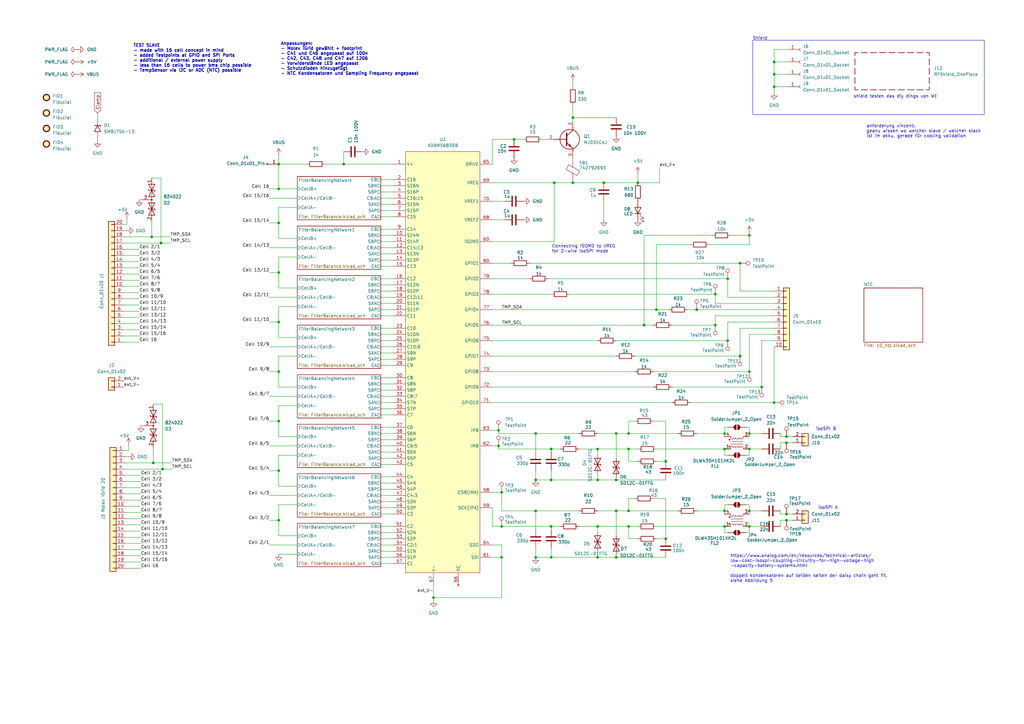
<source format=kicad_sch>
(kicad_sch
	(version 20231120)
	(generator "eeschema")
	(generator_version "8.0")
	(uuid "64eac9c4-e018-49db-b598-a7107a0db15b")
	(paper "A3")
	(lib_symbols
		(symbol "ADBMS6830B_lang:ADBMS6830B_Tall"
			(exclude_from_sim no)
			(in_bom yes)
			(on_board yes)
			(property "Reference" "U"
				(at 0 1.27 0)
				(effects
					(font
						(size 1.27 1.27)
					)
				)
			)
			(property "Value" "ADBMS6830B"
				(at 0 -1.27 0)
				(effects
					(font
						(size 1.27 1.27)
					)
				)
			)
			(property "Footprint" "ADBMS6830:QFP-80_12x12_Pitch0.5mm"
				(at -48.26 53.34 0)
				(effects
					(font
						(size 1.27 1.27)
					)
					(hide yes)
				)
			)
			(property "Datasheet" "~/ADBMS6830B_ADI.pdf"
				(at -48.26 53.34 0)
				(effects
					(font
						(size 1.27 1.27)
					)
					(hide yes)
				)
			)
			(property "Description" ""
				(at 0 0 0)
				(effects
					(font
						(size 1.27 1.27)
					)
					(hide yes)
				)
			)
			(symbol "ADBMS6830B_Tall_1_0"
				(pin input line
					(at -20.32 46.99 0)
					(length 5)
					(name "C14:13"
						(effects
							(font
								(size 1.27 1.27)
							)
						)
					)
					(number "12"
						(effects
							(font
								(size 1.27 1.27)
							)
						)
					)
				)
				(pin input line
					(at -20.32 6.35 0)
					(length 5)
					(name "C10:9"
						(effects
							(font
								(size 1.27 1.27)
							)
						)
					)
					(number "26"
						(effects
							(font
								(size 1.27 1.27)
							)
						)
					)
				)
				(pin input line
					(at -20.32 -13.97 0)
					(length 5)
					(name "C8:7"
						(effects
							(font
								(size 1.27 1.27)
							)
						)
					)
					(number "33"
						(effects
							(font
								(size 1.27 1.27)
							)
						)
					)
				)
				(pin input line
					(at -20.32 -34.29 0)
					(length 5)
					(name "C6:5"
						(effects
							(font
								(size 1.27 1.27)
							)
						)
					)
					(number "40"
						(effects
							(font
								(size 1.27 1.27)
							)
						)
					)
				)
				(pin input line
					(at -20.32 -54.61 0)
					(length 5)
					(name "C4:3"
						(effects
							(font
								(size 1.27 1.27)
							)
						)
					)
					(number "47"
						(effects
							(font
								(size 1.27 1.27)
							)
						)
					)
				)
				(pin input line
					(at -20.32 -74.93 0)
					(length 5)
					(name "C2:1"
						(effects
							(font
								(size 1.27 1.27)
							)
						)
					)
					(number "54"
						(effects
							(font
								(size 1.27 1.27)
							)
						)
					)
				)
				(pin no_connect line
					(at 6.35 -91.44 90)
					(length 5)
					(name "NC"
						(effects
							(font
								(size 1.27 1.27)
							)
						)
					)
					(number "66"
						(effects
							(font
								(size 1.27 1.27)
							)
						)
					)
				)
				(pin bidirectional line
					(at 20.32 -16.51 180)
					(length 5)
					(name "GPIO10"
						(effects
							(font
								(size 1.27 1.27)
							)
						)
					)
					(number "71"
						(effects
							(font
								(size 1.27 1.27)
							)
						)
					)
				)
			)
			(symbol "ADBMS6830B_Tall_1_1"
				(rectangle
					(start -15.24 86.36)
					(end 15.24 -86.36)
					(stroke
						(width 0)
						(type default)
					)
					(fill
						(type background)
					)
				)
				(pin power_out line
					(at -20.32 81.28 0)
					(length 5)
					(name "V+"
						(effects
							(font
								(size 1.27 1.27)
							)
						)
					)
					(number "1"
						(effects
							(font
								(size 1.27 1.27)
							)
						)
					)
				)
				(pin input line
					(at -20.32 52.07 0)
					(length 5)
					(name "S14N"
						(effects
							(font
								(size 1.27 1.27)
							)
						)
					)
					(number "10"
						(effects
							(font
								(size 1.27 1.27)
							)
						)
					)
				)
				(pin input line
					(at -20.32 49.53 0)
					(length 5)
					(name "S14P"
						(effects
							(font
								(size 1.27 1.27)
							)
						)
					)
					(number "11"
						(effects
							(font
								(size 1.27 1.27)
							)
						)
					)
				)
				(pin input line
					(at -20.32 44.45 0)
					(length 5)
					(name "S13N"
						(effects
							(font
								(size 1.27 1.27)
							)
						)
					)
					(number "13"
						(effects
							(font
								(size 1.27 1.27)
							)
						)
					)
				)
				(pin input line
					(at -20.32 41.91 0)
					(length 5)
					(name "S13P"
						(effects
							(font
								(size 1.27 1.27)
							)
						)
					)
					(number "14"
						(effects
							(font
								(size 1.27 1.27)
							)
						)
					)
				)
				(pin input line
					(at -20.32 39.37 0)
					(length 5)
					(name "C13"
						(effects
							(font
								(size 1.27 1.27)
							)
						)
					)
					(number "15"
						(effects
							(font
								(size 1.27 1.27)
							)
						)
					)
				)
				(pin input line
					(at -20.32 34.29 0)
					(length 5)
					(name "C12"
						(effects
							(font
								(size 1.27 1.27)
							)
						)
					)
					(number "16"
						(effects
							(font
								(size 1.27 1.27)
							)
						)
					)
				)
				(pin input line
					(at -20.32 31.75 0)
					(length 5)
					(name "S12N"
						(effects
							(font
								(size 1.27 1.27)
							)
						)
					)
					(number "17"
						(effects
							(font
								(size 1.27 1.27)
							)
						)
					)
				)
				(pin input line
					(at -20.32 29.21 0)
					(length 5)
					(name "S12P"
						(effects
							(font
								(size 1.27 1.27)
							)
						)
					)
					(number "18"
						(effects
							(font
								(size 1.27 1.27)
							)
						)
					)
				)
				(pin input line
					(at -20.32 26.67 0)
					(length 5)
					(name "C12:11"
						(effects
							(font
								(size 1.27 1.27)
							)
						)
					)
					(number "19"
						(effects
							(font
								(size 1.27 1.27)
							)
						)
					)
				)
				(pin input line
					(at -20.32 74.93 0)
					(length 5)
					(name "C16"
						(effects
							(font
								(size 1.27 1.27)
							)
						)
					)
					(number "2"
						(effects
							(font
								(size 1.27 1.27)
							)
						)
					)
				)
				(pin input line
					(at -20.32 24.13 0)
					(length 5)
					(name "S11N"
						(effects
							(font
								(size 1.27 1.27)
							)
						)
					)
					(number "20"
						(effects
							(font
								(size 1.27 1.27)
							)
						)
					)
				)
				(pin input line
					(at -20.32 21.59 0)
					(length 5)
					(name "S11P"
						(effects
							(font
								(size 1.27 1.27)
							)
						)
					)
					(number "21"
						(effects
							(font
								(size 1.27 1.27)
							)
						)
					)
				)
				(pin input line
					(at -20.32 19.05 0)
					(length 5)
					(name "C11"
						(effects
							(font
								(size 1.27 1.27)
							)
						)
					)
					(number "22"
						(effects
							(font
								(size 1.27 1.27)
							)
						)
					)
				)
				(pin input line
					(at -20.32 13.97 0)
					(length 5)
					(name "C10"
						(effects
							(font
								(size 1.27 1.27)
							)
						)
					)
					(number "23"
						(effects
							(font
								(size 1.27 1.27)
							)
						)
					)
				)
				(pin input line
					(at -20.32 11.43 0)
					(length 5)
					(name "S10N"
						(effects
							(font
								(size 1.27 1.27)
							)
						)
					)
					(number "24"
						(effects
							(font
								(size 1.27 1.27)
							)
						)
					)
				)
				(pin input line
					(at -20.32 8.89 0)
					(length 5)
					(name "S10P"
						(effects
							(font
								(size 1.27 1.27)
							)
						)
					)
					(number "25"
						(effects
							(font
								(size 1.27 1.27)
							)
						)
					)
				)
				(pin input line
					(at -20.32 3.81 0)
					(length 5)
					(name "S9N"
						(effects
							(font
								(size 1.27 1.27)
							)
						)
					)
					(number "27"
						(effects
							(font
								(size 1.27 1.27)
							)
						)
					)
				)
				(pin input line
					(at -20.32 1.27 0)
					(length 5)
					(name "S9P"
						(effects
							(font
								(size 1.27 1.27)
							)
						)
					)
					(number "28"
						(effects
							(font
								(size 1.27 1.27)
							)
						)
					)
				)
				(pin input line
					(at -20.32 -1.27 0)
					(length 5)
					(name "C9"
						(effects
							(font
								(size 1.27 1.27)
							)
						)
					)
					(number "29"
						(effects
							(font
								(size 1.27 1.27)
							)
						)
					)
				)
				(pin input line
					(at -20.32 72.39 0)
					(length 5)
					(name "S16N"
						(effects
							(font
								(size 1.27 1.27)
							)
						)
					)
					(number "3"
						(effects
							(font
								(size 1.27 1.27)
							)
						)
					)
				)
				(pin input line
					(at -20.32 -6.35 0)
					(length 5)
					(name "C8"
						(effects
							(font
								(size 1.27 1.27)
							)
						)
					)
					(number "30"
						(effects
							(font
								(size 1.27 1.27)
							)
						)
					)
				)
				(pin input line
					(at -20.32 -8.89 0)
					(length 5)
					(name "S8N"
						(effects
							(font
								(size 1.27 1.27)
							)
						)
					)
					(number "31"
						(effects
							(font
								(size 1.27 1.27)
							)
						)
					)
				)
				(pin input line
					(at -20.32 -11.43 0)
					(length 5)
					(name "S8P"
						(effects
							(font
								(size 1.27 1.27)
							)
						)
					)
					(number "32"
						(effects
							(font
								(size 1.27 1.27)
							)
						)
					)
				)
				(pin input line
					(at -20.32 -16.51 0)
					(length 5)
					(name "S7N"
						(effects
							(font
								(size 1.27 1.27)
							)
						)
					)
					(number "34"
						(effects
							(font
								(size 1.27 1.27)
							)
						)
					)
				)
				(pin input line
					(at -20.32 -19.05 0)
					(length 5)
					(name "S7P"
						(effects
							(font
								(size 1.27 1.27)
							)
						)
					)
					(number "35"
						(effects
							(font
								(size 1.27 1.27)
							)
						)
					)
				)
				(pin input line
					(at -20.32 -21.59 0)
					(length 5)
					(name "C7"
						(effects
							(font
								(size 1.27 1.27)
							)
						)
					)
					(number "36"
						(effects
							(font
								(size 1.27 1.27)
							)
						)
					)
				)
				(pin input line
					(at -20.32 -26.67 0)
					(length 5)
					(name "C6"
						(effects
							(font
								(size 1.27 1.27)
							)
						)
					)
					(number "37"
						(effects
							(font
								(size 1.27 1.27)
							)
						)
					)
				)
				(pin input line
					(at -20.32 -29.21 0)
					(length 5)
					(name "S6N"
						(effects
							(font
								(size 1.27 1.27)
							)
						)
					)
					(number "38"
						(effects
							(font
								(size 1.27 1.27)
							)
						)
					)
				)
				(pin input line
					(at -20.32 -31.75 0)
					(length 5)
					(name "S6P"
						(effects
							(font
								(size 1.27 1.27)
							)
						)
					)
					(number "39"
						(effects
							(font
								(size 1.27 1.27)
							)
						)
					)
				)
				(pin input line
					(at -20.32 69.85 0)
					(length 5)
					(name "S16P"
						(effects
							(font
								(size 1.27 1.27)
							)
						)
					)
					(number "4"
						(effects
							(font
								(size 1.27 1.27)
							)
						)
					)
				)
				(pin input line
					(at -20.32 -36.83 0)
					(length 5)
					(name "S5N"
						(effects
							(font
								(size 1.27 1.27)
							)
						)
					)
					(number "41"
						(effects
							(font
								(size 1.27 1.27)
							)
						)
					)
				)
				(pin input line
					(at -20.32 -39.37 0)
					(length 5)
					(name "S5P"
						(effects
							(font
								(size 1.27 1.27)
							)
						)
					)
					(number "42"
						(effects
							(font
								(size 1.27 1.27)
							)
						)
					)
				)
				(pin input line
					(at -20.32 -41.91 0)
					(length 5)
					(name "C5"
						(effects
							(font
								(size 1.27 1.27)
							)
						)
					)
					(number "43"
						(effects
							(font
								(size 1.27 1.27)
							)
						)
					)
				)
				(pin input line
					(at -20.32 -46.99 0)
					(length 5)
					(name "C4"
						(effects
							(font
								(size 1.27 1.27)
							)
						)
					)
					(number "44"
						(effects
							(font
								(size 1.27 1.27)
							)
						)
					)
				)
				(pin input line
					(at -20.32 -49.53 0)
					(length 5)
					(name "S4N"
						(effects
							(font
								(size 1.27 1.27)
							)
						)
					)
					(number "45"
						(effects
							(font
								(size 1.27 1.27)
							)
						)
					)
				)
				(pin input line
					(at -20.32 -52.07 0)
					(length 5)
					(name "S4P"
						(effects
							(font
								(size 1.27 1.27)
							)
						)
					)
					(number "46"
						(effects
							(font
								(size 1.27 1.27)
							)
						)
					)
				)
				(pin input line
					(at -20.32 -57.15 0)
					(length 5)
					(name "S3N"
						(effects
							(font
								(size 1.27 1.27)
							)
						)
					)
					(number "48"
						(effects
							(font
								(size 1.27 1.27)
							)
						)
					)
				)
				(pin input line
					(at -20.32 -59.69 0)
					(length 5)
					(name "S3P"
						(effects
							(font
								(size 1.27 1.27)
							)
						)
					)
					(number "49"
						(effects
							(font
								(size 1.27 1.27)
							)
						)
					)
				)
				(pin input line
					(at -20.32 67.31 0)
					(length 5)
					(name "C16:15"
						(effects
							(font
								(size 1.27 1.27)
							)
						)
					)
					(number "5"
						(effects
							(font
								(size 1.27 1.27)
							)
						)
					)
				)
				(pin input line
					(at -20.32 -62.23 0)
					(length 5)
					(name "C3"
						(effects
							(font
								(size 1.27 1.27)
							)
						)
					)
					(number "50"
						(effects
							(font
								(size 1.27 1.27)
							)
						)
					)
				)
				(pin input line
					(at -20.32 -67.31 0)
					(length 5)
					(name "C2"
						(effects
							(font
								(size 1.27 1.27)
							)
						)
					)
					(number "51"
						(effects
							(font
								(size 1.27 1.27)
							)
						)
					)
				)
				(pin input line
					(at -20.32 -69.85 0)
					(length 5)
					(name "S2N"
						(effects
							(font
								(size 1.27 1.27)
							)
						)
					)
					(number "52"
						(effects
							(font
								(size 1.27 1.27)
							)
						)
					)
				)
				(pin input line
					(at -20.32 -72.39 0)
					(length 5)
					(name "S2P"
						(effects
							(font
								(size 1.27 1.27)
							)
						)
					)
					(number "53"
						(effects
							(font
								(size 1.27 1.27)
							)
						)
					)
				)
				(pin input line
					(at -20.32 -77.47 0)
					(length 5)
					(name "S1N"
						(effects
							(font
								(size 1.27 1.27)
							)
						)
					)
					(number "55"
						(effects
							(font
								(size 1.27 1.27)
							)
						)
					)
				)
				(pin input line
					(at -20.32 -80.01 0)
					(length 5)
					(name "S1P"
						(effects
							(font
								(size 1.27 1.27)
							)
						)
					)
					(number "56"
						(effects
							(font
								(size 1.27 1.27)
							)
						)
					)
				)
				(pin input line
					(at -20.32 -82.55 0)
					(length 5)
					(name "C1"
						(effects
							(font
								(size 1.27 1.27)
							)
						)
					)
					(number "57"
						(effects
							(font
								(size 1.27 1.27)
							)
						)
					)
				)
				(pin bidirectional line
					(at 20.32 -53.34 180)
					(length 5)
					(name "CSB(IMA)"
						(effects
							(font
								(size 1.27 1.27)
							)
						)
					)
					(number "58"
						(effects
							(font
								(size 1.27 1.27)
							)
						)
					)
				)
				(pin bidirectional line
					(at 20.32 -59.69 180)
					(length 5)
					(name "SCK(IPA)"
						(effects
							(font
								(size 1.27 1.27)
							)
						)
					)
					(number "59"
						(effects
							(font
								(size 1.27 1.27)
							)
						)
					)
				)
				(pin input line
					(at -20.32 64.77 0)
					(length 5)
					(name "S15N"
						(effects
							(font
								(size 1.27 1.27)
							)
						)
					)
					(number "6"
						(effects
							(font
								(size 1.27 1.27)
							)
						)
					)
				)
				(pin bidirectional line
					(at 20.32 49.53 180)
					(length 5)
					(name "ISOMD"
						(effects
							(font
								(size 1.27 1.27)
							)
						)
					)
					(number "60"
						(effects
							(font
								(size 1.27 1.27)
							)
						)
					)
				)
				(pin bidirectional line
					(at 20.32 -80.01 180)
					(length 5)
					(name "SDI"
						(effects
							(font
								(size 1.27 1.27)
							)
						)
					)
					(number "61"
						(effects
							(font
								(size 1.27 1.27)
							)
						)
					)
				)
				(pin bidirectional line
					(at 20.32 -34.29 180)
					(length 5)
					(name "IMB"
						(effects
							(font
								(size 1.27 1.27)
							)
						)
					)
					(number "62"
						(effects
							(font
								(size 1.27 1.27)
							)
						)
					)
				)
				(pin bidirectional line
					(at 20.32 -27.94 180)
					(length 5)
					(name "IPB"
						(effects
							(font
								(size 1.27 1.27)
							)
						)
					)
					(number "63"
						(effects
							(font
								(size 1.27 1.27)
							)
						)
					)
				)
				(pin bidirectional line
					(at 20.32 -74.93 180)
					(length 5)
					(name "SDO"
						(effects
							(font
								(size 1.27 1.27)
							)
						)
					)
					(number "64"
						(effects
							(font
								(size 1.27 1.27)
							)
						)
					)
				)
				(pin bidirectional line
					(at 20.32 81.28 180)
					(length 5)
					(name "DRIVE"
						(effects
							(font
								(size 1.27 1.27)
							)
						)
					)
					(number "65"
						(effects
							(font
								(size 1.27 1.27)
							)
						)
					)
				)
				(pin input line
					(at -3.81 -91.44 90)
					(length 5)
					(name "V-"
						(effects
							(font
								(size 1.27 1.27)
							)
						)
					)
					(number "67"
						(effects
							(font
								(size 1.27 1.27)
							)
						)
					)
				)
				(pin power_out line
					(at 20.32 58.42 180)
					(length 5)
					(name "VREF2"
						(effects
							(font
								(size 1.27 1.27)
							)
						)
					)
					(number "68"
						(effects
							(font
								(size 1.27 1.27)
							)
						)
					)
				)
				(pin input line
					(at 20.32 73.66 180)
					(length 5)
					(name "VREG"
						(effects
							(font
								(size 1.27 1.27)
							)
						)
					)
					(number "69"
						(effects
							(font
								(size 1.27 1.27)
							)
						)
					)
				)
				(pin input line
					(at -20.32 62.23 0)
					(length 5)
					(name "S15P"
						(effects
							(font
								(size 1.27 1.27)
							)
						)
					)
					(number "7"
						(effects
							(font
								(size 1.27 1.27)
							)
						)
					)
				)
				(pin power_out line
					(at 20.32 66.04 180)
					(length 5)
					(name "VREF1"
						(effects
							(font
								(size 1.27 1.27)
							)
						)
					)
					(number "70"
						(effects
							(font
								(size 1.27 1.27)
							)
						)
					)
				)
				(pin bidirectional line
					(at 20.32 -10.16 180)
					(length 5)
					(name "GPIO9"
						(effects
							(font
								(size 1.27 1.27)
							)
						)
					)
					(number "72"
						(effects
							(font
								(size 1.27 1.27)
							)
						)
					)
				)
				(pin bidirectional line
					(at 20.32 -3.81 180)
					(length 5)
					(name "GPIO8"
						(effects
							(font
								(size 1.27 1.27)
							)
						)
					)
					(number "73"
						(effects
							(font
								(size 1.27 1.27)
							)
						)
					)
				)
				(pin bidirectional line
					(at 20.32 2.54 180)
					(length 5)
					(name "GPIO7"
						(effects
							(font
								(size 1.27 1.27)
							)
						)
					)
					(number "74"
						(effects
							(font
								(size 1.27 1.27)
							)
						)
					)
				)
				(pin bidirectional line
					(at 20.32 8.89 180)
					(length 5)
					(name "GPIO6"
						(effects
							(font
								(size 1.27 1.27)
							)
						)
					)
					(number "75"
						(effects
							(font
								(size 1.27 1.27)
							)
						)
					)
				)
				(pin bidirectional line
					(at 20.32 15.24 180)
					(length 5)
					(name "GPIO5"
						(effects
							(font
								(size 1.27 1.27)
							)
						)
					)
					(number "76"
						(effects
							(font
								(size 1.27 1.27)
							)
						)
					)
				)
				(pin bidirectional line
					(at 20.32 21.59 180)
					(length 5)
					(name "GPIO4"
						(effects
							(font
								(size 1.27 1.27)
							)
						)
					)
					(number "77"
						(effects
							(font
								(size 1.27 1.27)
							)
						)
					)
				)
				(pin bidirectional line
					(at 20.32 27.94 180)
					(length 5)
					(name "GPIO3"
						(effects
							(font
								(size 1.27 1.27)
							)
						)
					)
					(number "78"
						(effects
							(font
								(size 1.27 1.27)
							)
						)
					)
				)
				(pin bidirectional line
					(at 20.32 34.29 180)
					(length 5)
					(name "GPIO2"
						(effects
							(font
								(size 1.27 1.27)
							)
						)
					)
					(number "79"
						(effects
							(font
								(size 1.27 1.27)
							)
						)
					)
				)
				(pin input line
					(at -20.32 59.69 0)
					(length 5)
					(name "C15"
						(effects
							(font
								(size 1.27 1.27)
							)
						)
					)
					(number "8"
						(effects
							(font
								(size 1.27 1.27)
							)
						)
					)
				)
				(pin bidirectional line
					(at 20.32 40.64 180)
					(length 5)
					(name "GPIO1"
						(effects
							(font
								(size 1.27 1.27)
							)
						)
					)
					(number "80"
						(effects
							(font
								(size 1.27 1.27)
							)
						)
					)
				)
				(pin input line
					(at -20.32 54.61 0)
					(length 5)
					(name "C14"
						(effects
							(font
								(size 1.27 1.27)
							)
						)
					)
					(number "9"
						(effects
							(font
								(size 1.27 1.27)
							)
						)
					)
				)
			)
		)
		(symbol "Connector:Conn_01x01_Pin"
			(pin_names
				(offset 1.016) hide)
			(exclude_from_sim no)
			(in_bom yes)
			(on_board yes)
			(property "Reference" "J"
				(at 0 2.54 0)
				(effects
					(font
						(size 1.27 1.27)
					)
				)
			)
			(property "Value" "Conn_01x01_Pin"
				(at 0 -2.54 0)
				(effects
					(font
						(size 1.27 1.27)
					)
				)
			)
			(property "Footprint" ""
				(at 0 0 0)
				(effects
					(font
						(size 1.27 1.27)
					)
					(hide yes)
				)
			)
			(property "Datasheet" "~"
				(at 0 0 0)
				(effects
					(font
						(size 1.27 1.27)
					)
					(hide yes)
				)
			)
			(property "Description" "Generic connector, single row, 01x01, script generated"
				(at 0 0 0)
				(effects
					(font
						(size 1.27 1.27)
					)
					(hide yes)
				)
			)
			(property "ki_locked" ""
				(at 0 0 0)
				(effects
					(font
						(size 1.27 1.27)
					)
				)
			)
			(property "ki_keywords" "connector"
				(at 0 0 0)
				(effects
					(font
						(size 1.27 1.27)
					)
					(hide yes)
				)
			)
			(property "ki_fp_filters" "Connector*:*_1x??_*"
				(at 0 0 0)
				(effects
					(font
						(size 1.27 1.27)
					)
					(hide yes)
				)
			)
			(symbol "Conn_01x01_Pin_1_1"
				(polyline
					(pts
						(xy 1.27 0) (xy 0.8636 0)
					)
					(stroke
						(width 0.1524)
						(type default)
					)
					(fill
						(type none)
					)
				)
				(rectangle
					(start 0.8636 0.127)
					(end 0 -0.127)
					(stroke
						(width 0.1524)
						(type default)
					)
					(fill
						(type outline)
					)
				)
				(pin passive line
					(at 5.08 0 180)
					(length 3.81)
					(name "Pin_1"
						(effects
							(font
								(size 1.27 1.27)
							)
						)
					)
					(number "1"
						(effects
							(font
								(size 1.27 1.27)
							)
						)
					)
				)
			)
		)
		(symbol "Connector:Conn_01x01_Socket"
			(pin_names
				(offset 1.016) hide)
			(exclude_from_sim no)
			(in_bom yes)
			(on_board yes)
			(property "Reference" "J"
				(at 0 2.54 0)
				(effects
					(font
						(size 1.27 1.27)
					)
				)
			)
			(property "Value" "Conn_01x01_Socket"
				(at 0 -2.54 0)
				(effects
					(font
						(size 1.27 1.27)
					)
				)
			)
			(property "Footprint" ""
				(at 0 0 0)
				(effects
					(font
						(size 1.27 1.27)
					)
					(hide yes)
				)
			)
			(property "Datasheet" "~"
				(at 0 0 0)
				(effects
					(font
						(size 1.27 1.27)
					)
					(hide yes)
				)
			)
			(property "Description" "Generic connector, single row, 01x01, script generated"
				(at 0 0 0)
				(effects
					(font
						(size 1.27 1.27)
					)
					(hide yes)
				)
			)
			(property "ki_locked" ""
				(at 0 0 0)
				(effects
					(font
						(size 1.27 1.27)
					)
				)
			)
			(property "ki_keywords" "connector"
				(at 0 0 0)
				(effects
					(font
						(size 1.27 1.27)
					)
					(hide yes)
				)
			)
			(property "ki_fp_filters" "Connector*:*_1x??_*"
				(at 0 0 0)
				(effects
					(font
						(size 1.27 1.27)
					)
					(hide yes)
				)
			)
			(symbol "Conn_01x01_Socket_1_1"
				(polyline
					(pts
						(xy -1.27 0) (xy -0.508 0)
					)
					(stroke
						(width 0.1524)
						(type default)
					)
					(fill
						(type none)
					)
				)
				(arc
					(start 0 0.508)
					(mid -0.5058 0)
					(end 0 -0.508)
					(stroke
						(width 0.1524)
						(type default)
					)
					(fill
						(type none)
					)
				)
				(pin passive line
					(at -5.08 0 0)
					(length 3.81)
					(name "Pin_1"
						(effects
							(font
								(size 1.27 1.27)
							)
						)
					)
					(number "1"
						(effects
							(font
								(size 1.27 1.27)
							)
						)
					)
				)
			)
		)
		(symbol "Connector:TestPoint"
			(pin_numbers hide)
			(pin_names
				(offset 0.762) hide)
			(exclude_from_sim no)
			(in_bom yes)
			(on_board yes)
			(property "Reference" "TP"
				(at 0 6.858 0)
				(effects
					(font
						(size 1.27 1.27)
					)
				)
			)
			(property "Value" "TestPoint"
				(at 0 5.08 0)
				(effects
					(font
						(size 1.27 1.27)
					)
				)
			)
			(property "Footprint" ""
				(at 5.08 0 0)
				(effects
					(font
						(size 1.27 1.27)
					)
					(hide yes)
				)
			)
			(property "Datasheet" "~"
				(at 5.08 0 0)
				(effects
					(font
						(size 1.27 1.27)
					)
					(hide yes)
				)
			)
			(property "Description" "test point"
				(at 0 0 0)
				(effects
					(font
						(size 1.27 1.27)
					)
					(hide yes)
				)
			)
			(property "ki_keywords" "test point tp"
				(at 0 0 0)
				(effects
					(font
						(size 1.27 1.27)
					)
					(hide yes)
				)
			)
			(property "ki_fp_filters" "Pin* Test*"
				(at 0 0 0)
				(effects
					(font
						(size 1.27 1.27)
					)
					(hide yes)
				)
			)
			(symbol "TestPoint_0_1"
				(circle
					(center 0 3.302)
					(radius 0.762)
					(stroke
						(width 0)
						(type default)
					)
					(fill
						(type none)
					)
				)
			)
			(symbol "TestPoint_1_1"
				(pin passive line
					(at 0 0 90)
					(length 2.54)
					(name "1"
						(effects
							(font
								(size 1.27 1.27)
							)
						)
					)
					(number "1"
						(effects
							(font
								(size 1.27 1.27)
							)
						)
					)
				)
			)
		)
		(symbol "Connector_Generic:Conn_01x02"
			(pin_names
				(offset 1.016) hide)
			(exclude_from_sim no)
			(in_bom yes)
			(on_board yes)
			(property "Reference" "J"
				(at 0 2.54 0)
				(effects
					(font
						(size 1.27 1.27)
					)
				)
			)
			(property "Value" "Conn_01x02"
				(at 0 -5.08 0)
				(effects
					(font
						(size 1.27 1.27)
					)
				)
			)
			(property "Footprint" ""
				(at 0 0 0)
				(effects
					(font
						(size 1.27 1.27)
					)
					(hide yes)
				)
			)
			(property "Datasheet" "~"
				(at 0 0 0)
				(effects
					(font
						(size 1.27 1.27)
					)
					(hide yes)
				)
			)
			(property "Description" "Generic connector, single row, 01x02, script generated (kicad-library-utils/schlib/autogen/connector/)"
				(at 0 0 0)
				(effects
					(font
						(size 1.27 1.27)
					)
					(hide yes)
				)
			)
			(property "ki_keywords" "connector"
				(at 0 0 0)
				(effects
					(font
						(size 1.27 1.27)
					)
					(hide yes)
				)
			)
			(property "ki_fp_filters" "Connector*:*_1x??_*"
				(at 0 0 0)
				(effects
					(font
						(size 1.27 1.27)
					)
					(hide yes)
				)
			)
			(symbol "Conn_01x02_1_1"
				(rectangle
					(start -1.27 -2.413)
					(end 0 -2.667)
					(stroke
						(width 0.1524)
						(type default)
					)
					(fill
						(type none)
					)
				)
				(rectangle
					(start -1.27 0.127)
					(end 0 -0.127)
					(stroke
						(width 0.1524)
						(type default)
					)
					(fill
						(type none)
					)
				)
				(rectangle
					(start -1.27 1.27)
					(end 1.27 -3.81)
					(stroke
						(width 0.254)
						(type default)
					)
					(fill
						(type background)
					)
				)
				(pin passive line
					(at -5.08 0 0)
					(length 3.81)
					(name "Pin_1"
						(effects
							(font
								(size 1.27 1.27)
							)
						)
					)
					(number "1"
						(effects
							(font
								(size 1.27 1.27)
							)
						)
					)
				)
				(pin passive line
					(at -5.08 -2.54 0)
					(length 3.81)
					(name "Pin_2"
						(effects
							(font
								(size 1.27 1.27)
							)
						)
					)
					(number "2"
						(effects
							(font
								(size 1.27 1.27)
							)
						)
					)
				)
			)
		)
		(symbol "Connector_Generic:Conn_01x10"
			(pin_names
				(offset 1.016) hide)
			(exclude_from_sim no)
			(in_bom yes)
			(on_board yes)
			(property "Reference" "J"
				(at 0 12.7 0)
				(effects
					(font
						(size 1.27 1.27)
					)
				)
			)
			(property "Value" "Conn_01x10"
				(at 0 -15.24 0)
				(effects
					(font
						(size 1.27 1.27)
					)
				)
			)
			(property "Footprint" ""
				(at 0 0 0)
				(effects
					(font
						(size 1.27 1.27)
					)
					(hide yes)
				)
			)
			(property "Datasheet" "~"
				(at 0 0 0)
				(effects
					(font
						(size 1.27 1.27)
					)
					(hide yes)
				)
			)
			(property "Description" "Generic connector, single row, 01x10, script generated (kicad-library-utils/schlib/autogen/connector/)"
				(at 0 0 0)
				(effects
					(font
						(size 1.27 1.27)
					)
					(hide yes)
				)
			)
			(property "ki_keywords" "connector"
				(at 0 0 0)
				(effects
					(font
						(size 1.27 1.27)
					)
					(hide yes)
				)
			)
			(property "ki_fp_filters" "Connector*:*_1x??_*"
				(at 0 0 0)
				(effects
					(font
						(size 1.27 1.27)
					)
					(hide yes)
				)
			)
			(symbol "Conn_01x10_1_1"
				(rectangle
					(start -1.27 -12.573)
					(end 0 -12.827)
					(stroke
						(width 0.1524)
						(type default)
					)
					(fill
						(type none)
					)
				)
				(rectangle
					(start -1.27 -10.033)
					(end 0 -10.287)
					(stroke
						(width 0.1524)
						(type default)
					)
					(fill
						(type none)
					)
				)
				(rectangle
					(start -1.27 -7.493)
					(end 0 -7.747)
					(stroke
						(width 0.1524)
						(type default)
					)
					(fill
						(type none)
					)
				)
				(rectangle
					(start -1.27 -4.953)
					(end 0 -5.207)
					(stroke
						(width 0.1524)
						(type default)
					)
					(fill
						(type none)
					)
				)
				(rectangle
					(start -1.27 -2.413)
					(end 0 -2.667)
					(stroke
						(width 0.1524)
						(type default)
					)
					(fill
						(type none)
					)
				)
				(rectangle
					(start -1.27 0.127)
					(end 0 -0.127)
					(stroke
						(width 0.1524)
						(type default)
					)
					(fill
						(type none)
					)
				)
				(rectangle
					(start -1.27 2.667)
					(end 0 2.413)
					(stroke
						(width 0.1524)
						(type default)
					)
					(fill
						(type none)
					)
				)
				(rectangle
					(start -1.27 5.207)
					(end 0 4.953)
					(stroke
						(width 0.1524)
						(type default)
					)
					(fill
						(type none)
					)
				)
				(rectangle
					(start -1.27 7.747)
					(end 0 7.493)
					(stroke
						(width 0.1524)
						(type default)
					)
					(fill
						(type none)
					)
				)
				(rectangle
					(start -1.27 10.287)
					(end 0 10.033)
					(stroke
						(width 0.1524)
						(type default)
					)
					(fill
						(type none)
					)
				)
				(rectangle
					(start -1.27 11.43)
					(end 1.27 -13.97)
					(stroke
						(width 0.254)
						(type default)
					)
					(fill
						(type background)
					)
				)
				(pin passive line
					(at -5.08 10.16 0)
					(length 3.81)
					(name "Pin_1"
						(effects
							(font
								(size 1.27 1.27)
							)
						)
					)
					(number "1"
						(effects
							(font
								(size 1.27 1.27)
							)
						)
					)
				)
				(pin passive line
					(at -5.08 -12.7 0)
					(length 3.81)
					(name "Pin_10"
						(effects
							(font
								(size 1.27 1.27)
							)
						)
					)
					(number "10"
						(effects
							(font
								(size 1.27 1.27)
							)
						)
					)
				)
				(pin passive line
					(at -5.08 7.62 0)
					(length 3.81)
					(name "Pin_2"
						(effects
							(font
								(size 1.27 1.27)
							)
						)
					)
					(number "2"
						(effects
							(font
								(size 1.27 1.27)
							)
						)
					)
				)
				(pin passive line
					(at -5.08 5.08 0)
					(length 3.81)
					(name "Pin_3"
						(effects
							(font
								(size 1.27 1.27)
							)
						)
					)
					(number "3"
						(effects
							(font
								(size 1.27 1.27)
							)
						)
					)
				)
				(pin passive line
					(at -5.08 2.54 0)
					(length 3.81)
					(name "Pin_4"
						(effects
							(font
								(size 1.27 1.27)
							)
						)
					)
					(number "4"
						(effects
							(font
								(size 1.27 1.27)
							)
						)
					)
				)
				(pin passive line
					(at -5.08 0 0)
					(length 3.81)
					(name "Pin_5"
						(effects
							(font
								(size 1.27 1.27)
							)
						)
					)
					(number "5"
						(effects
							(font
								(size 1.27 1.27)
							)
						)
					)
				)
				(pin passive line
					(at -5.08 -2.54 0)
					(length 3.81)
					(name "Pin_6"
						(effects
							(font
								(size 1.27 1.27)
							)
						)
					)
					(number "6"
						(effects
							(font
								(size 1.27 1.27)
							)
						)
					)
				)
				(pin passive line
					(at -5.08 -5.08 0)
					(length 3.81)
					(name "Pin_7"
						(effects
							(font
								(size 1.27 1.27)
							)
						)
					)
					(number "7"
						(effects
							(font
								(size 1.27 1.27)
							)
						)
					)
				)
				(pin passive line
					(at -5.08 -7.62 0)
					(length 3.81)
					(name "Pin_8"
						(effects
							(font
								(size 1.27 1.27)
							)
						)
					)
					(number "8"
						(effects
							(font
								(size 1.27 1.27)
							)
						)
					)
				)
				(pin passive line
					(at -5.08 -10.16 0)
					(length 3.81)
					(name "Pin_9"
						(effects
							(font
								(size 1.27 1.27)
							)
						)
					)
					(number "9"
						(effects
							(font
								(size 1.27 1.27)
							)
						)
					)
				)
			)
		)
		(symbol "Connector_Generic:Conn_01x20"
			(pin_names
				(offset 1.016) hide)
			(exclude_from_sim no)
			(in_bom yes)
			(on_board yes)
			(property "Reference" "J"
				(at 0 25.4 0)
				(effects
					(font
						(size 1.27 1.27)
					)
				)
			)
			(property "Value" "Conn_01x20"
				(at 0 -27.94 0)
				(effects
					(font
						(size 1.27 1.27)
					)
				)
			)
			(property "Footprint" ""
				(at 0 0 0)
				(effects
					(font
						(size 1.27 1.27)
					)
					(hide yes)
				)
			)
			(property "Datasheet" "~"
				(at 0 0 0)
				(effects
					(font
						(size 1.27 1.27)
					)
					(hide yes)
				)
			)
			(property "Description" "Generic connector, single row, 01x20, script generated (kicad-library-utils/schlib/autogen/connector/)"
				(at 0 0 0)
				(effects
					(font
						(size 1.27 1.27)
					)
					(hide yes)
				)
			)
			(property "ki_keywords" "connector"
				(at 0 0 0)
				(effects
					(font
						(size 1.27 1.27)
					)
					(hide yes)
				)
			)
			(property "ki_fp_filters" "Connector*:*_1x??_*"
				(at 0 0 0)
				(effects
					(font
						(size 1.27 1.27)
					)
					(hide yes)
				)
			)
			(symbol "Conn_01x20_1_1"
				(rectangle
					(start -1.27 -25.273)
					(end 0 -25.527)
					(stroke
						(width 0.1524)
						(type default)
					)
					(fill
						(type none)
					)
				)
				(rectangle
					(start -1.27 -22.733)
					(end 0 -22.987)
					(stroke
						(width 0.1524)
						(type default)
					)
					(fill
						(type none)
					)
				)
				(rectangle
					(start -1.27 -20.193)
					(end 0 -20.447)
					(stroke
						(width 0.1524)
						(type default)
					)
					(fill
						(type none)
					)
				)
				(rectangle
					(start -1.27 -17.653)
					(end 0 -17.907)
					(stroke
						(width 0.1524)
						(type default)
					)
					(fill
						(type none)
					)
				)
				(rectangle
					(start -1.27 -15.113)
					(end 0 -15.367)
					(stroke
						(width 0.1524)
						(type default)
					)
					(fill
						(type none)
					)
				)
				(rectangle
					(start -1.27 -12.573)
					(end 0 -12.827)
					(stroke
						(width 0.1524)
						(type default)
					)
					(fill
						(type none)
					)
				)
				(rectangle
					(start -1.27 -10.033)
					(end 0 -10.287)
					(stroke
						(width 0.1524)
						(type default)
					)
					(fill
						(type none)
					)
				)
				(rectangle
					(start -1.27 -7.493)
					(end 0 -7.747)
					(stroke
						(width 0.1524)
						(type default)
					)
					(fill
						(type none)
					)
				)
				(rectangle
					(start -1.27 -4.953)
					(end 0 -5.207)
					(stroke
						(width 0.1524)
						(type default)
					)
					(fill
						(type none)
					)
				)
				(rectangle
					(start -1.27 -2.413)
					(end 0 -2.667)
					(stroke
						(width 0.1524)
						(type default)
					)
					(fill
						(type none)
					)
				)
				(rectangle
					(start -1.27 0.127)
					(end 0 -0.127)
					(stroke
						(width 0.1524)
						(type default)
					)
					(fill
						(type none)
					)
				)
				(rectangle
					(start -1.27 2.667)
					(end 0 2.413)
					(stroke
						(width 0.1524)
						(type default)
					)
					(fill
						(type none)
					)
				)
				(rectangle
					(start -1.27 5.207)
					(end 0 4.953)
					(stroke
						(width 0.1524)
						(type default)
					)
					(fill
						(type none)
					)
				)
				(rectangle
					(start -1.27 7.747)
					(end 0 7.493)
					(stroke
						(width 0.1524)
						(type default)
					)
					(fill
						(type none)
					)
				)
				(rectangle
					(start -1.27 10.287)
					(end 0 10.033)
					(stroke
						(width 0.1524)
						(type default)
					)
					(fill
						(type none)
					)
				)
				(rectangle
					(start -1.27 12.827)
					(end 0 12.573)
					(stroke
						(width 0.1524)
						(type default)
					)
					(fill
						(type none)
					)
				)
				(rectangle
					(start -1.27 15.367)
					(end 0 15.113)
					(stroke
						(width 0.1524)
						(type default)
					)
					(fill
						(type none)
					)
				)
				(rectangle
					(start -1.27 17.907)
					(end 0 17.653)
					(stroke
						(width 0.1524)
						(type default)
					)
					(fill
						(type none)
					)
				)
				(rectangle
					(start -1.27 20.447)
					(end 0 20.193)
					(stroke
						(width 0.1524)
						(type default)
					)
					(fill
						(type none)
					)
				)
				(rectangle
					(start -1.27 22.987)
					(end 0 22.733)
					(stroke
						(width 0.1524)
						(type default)
					)
					(fill
						(type none)
					)
				)
				(rectangle
					(start -1.27 24.13)
					(end 1.27 -26.67)
					(stroke
						(width 0.254)
						(type default)
					)
					(fill
						(type background)
					)
				)
				(pin passive line
					(at -5.08 22.86 0)
					(length 3.81)
					(name "Pin_1"
						(effects
							(font
								(size 1.27 1.27)
							)
						)
					)
					(number "1"
						(effects
							(font
								(size 1.27 1.27)
							)
						)
					)
				)
				(pin passive line
					(at -5.08 0 0)
					(length 3.81)
					(name "Pin_10"
						(effects
							(font
								(size 1.27 1.27)
							)
						)
					)
					(number "10"
						(effects
							(font
								(size 1.27 1.27)
							)
						)
					)
				)
				(pin passive line
					(at -5.08 -2.54 0)
					(length 3.81)
					(name "Pin_11"
						(effects
							(font
								(size 1.27 1.27)
							)
						)
					)
					(number "11"
						(effects
							(font
								(size 1.27 1.27)
							)
						)
					)
				)
				(pin passive line
					(at -5.08 -5.08 0)
					(length 3.81)
					(name "Pin_12"
						(effects
							(font
								(size 1.27 1.27)
							)
						)
					)
					(number "12"
						(effects
							(font
								(size 1.27 1.27)
							)
						)
					)
				)
				(pin passive line
					(at -5.08 -7.62 0)
					(length 3.81)
					(name "Pin_13"
						(effects
							(font
								(size 1.27 1.27)
							)
						)
					)
					(number "13"
						(effects
							(font
								(size 1.27 1.27)
							)
						)
					)
				)
				(pin passive line
					(at -5.08 -10.16 0)
					(length 3.81)
					(name "Pin_14"
						(effects
							(font
								(size 1.27 1.27)
							)
						)
					)
					(number "14"
						(effects
							(font
								(size 1.27 1.27)
							)
						)
					)
				)
				(pin passive line
					(at -5.08 -12.7 0)
					(length 3.81)
					(name "Pin_15"
						(effects
							(font
								(size 1.27 1.27)
							)
						)
					)
					(number "15"
						(effects
							(font
								(size 1.27 1.27)
							)
						)
					)
				)
				(pin passive line
					(at -5.08 -15.24 0)
					(length 3.81)
					(name "Pin_16"
						(effects
							(font
								(size 1.27 1.27)
							)
						)
					)
					(number "16"
						(effects
							(font
								(size 1.27 1.27)
							)
						)
					)
				)
				(pin passive line
					(at -5.08 -17.78 0)
					(length 3.81)
					(name "Pin_17"
						(effects
							(font
								(size 1.27 1.27)
							)
						)
					)
					(number "17"
						(effects
							(font
								(size 1.27 1.27)
							)
						)
					)
				)
				(pin passive line
					(at -5.08 -20.32 0)
					(length 3.81)
					(name "Pin_18"
						(effects
							(font
								(size 1.27 1.27)
							)
						)
					)
					(number "18"
						(effects
							(font
								(size 1.27 1.27)
							)
						)
					)
				)
				(pin passive line
					(at -5.08 -22.86 0)
					(length 3.81)
					(name "Pin_19"
						(effects
							(font
								(size 1.27 1.27)
							)
						)
					)
					(number "19"
						(effects
							(font
								(size 1.27 1.27)
							)
						)
					)
				)
				(pin passive line
					(at -5.08 20.32 0)
					(length 3.81)
					(name "Pin_2"
						(effects
							(font
								(size 1.27 1.27)
							)
						)
					)
					(number "2"
						(effects
							(font
								(size 1.27 1.27)
							)
						)
					)
				)
				(pin passive line
					(at -5.08 -25.4 0)
					(length 3.81)
					(name "Pin_20"
						(effects
							(font
								(size 1.27 1.27)
							)
						)
					)
					(number "20"
						(effects
							(font
								(size 1.27 1.27)
							)
						)
					)
				)
				(pin passive line
					(at -5.08 17.78 0)
					(length 3.81)
					(name "Pin_3"
						(effects
							(font
								(size 1.27 1.27)
							)
						)
					)
					(number "3"
						(effects
							(font
								(size 1.27 1.27)
							)
						)
					)
				)
				(pin passive line
					(at -5.08 15.24 0)
					(length 3.81)
					(name "Pin_4"
						(effects
							(font
								(size 1.27 1.27)
							)
						)
					)
					(number "4"
						(effects
							(font
								(size 1.27 1.27)
							)
						)
					)
				)
				(pin passive line
					(at -5.08 12.7 0)
					(length 3.81)
					(name "Pin_5"
						(effects
							(font
								(size 1.27 1.27)
							)
						)
					)
					(number "5"
						(effects
							(font
								(size 1.27 1.27)
							)
						)
					)
				)
				(pin passive line
					(at -5.08 10.16 0)
					(length 3.81)
					(name "Pin_6"
						(effects
							(font
								(size 1.27 1.27)
							)
						)
					)
					(number "6"
						(effects
							(font
								(size 1.27 1.27)
							)
						)
					)
				)
				(pin passive line
					(at -5.08 7.62 0)
					(length 3.81)
					(name "Pin_7"
						(effects
							(font
								(size 1.27 1.27)
							)
						)
					)
					(number "7"
						(effects
							(font
								(size 1.27 1.27)
							)
						)
					)
				)
				(pin passive line
					(at -5.08 5.08 0)
					(length 3.81)
					(name "Pin_8"
						(effects
							(font
								(size 1.27 1.27)
							)
						)
					)
					(number "8"
						(effects
							(font
								(size 1.27 1.27)
							)
						)
					)
				)
				(pin passive line
					(at -5.08 2.54 0)
					(length 3.81)
					(name "Pin_9"
						(effects
							(font
								(size 1.27 1.27)
							)
						)
					)
					(number "9"
						(effects
							(font
								(size 1.27 1.27)
							)
						)
					)
				)
			)
		)
		(symbol "Device:C"
			(pin_numbers hide)
			(pin_names
				(offset 0.254)
			)
			(exclude_from_sim no)
			(in_bom yes)
			(on_board yes)
			(property "Reference" "C"
				(at 0.635 2.54 0)
				(effects
					(font
						(size 1.27 1.27)
					)
					(justify left)
				)
			)
			(property "Value" "C"
				(at 0.635 -2.54 0)
				(effects
					(font
						(size 1.27 1.27)
					)
					(justify left)
				)
			)
			(property "Footprint" ""
				(at 0.9652 -3.81 0)
				(effects
					(font
						(size 1.27 1.27)
					)
					(hide yes)
				)
			)
			(property "Datasheet" "~"
				(at 0 0 0)
				(effects
					(font
						(size 1.27 1.27)
					)
					(hide yes)
				)
			)
			(property "Description" "Unpolarized capacitor"
				(at 0 0 0)
				(effects
					(font
						(size 1.27 1.27)
					)
					(hide yes)
				)
			)
			(property "ki_keywords" "cap capacitor"
				(at 0 0 0)
				(effects
					(font
						(size 1.27 1.27)
					)
					(hide yes)
				)
			)
			(property "ki_fp_filters" "C_*"
				(at 0 0 0)
				(effects
					(font
						(size 1.27 1.27)
					)
					(hide yes)
				)
			)
			(symbol "C_0_1"
				(polyline
					(pts
						(xy -2.032 -0.762) (xy 2.032 -0.762)
					)
					(stroke
						(width 0.508)
						(type default)
					)
					(fill
						(type none)
					)
				)
				(polyline
					(pts
						(xy -2.032 0.762) (xy 2.032 0.762)
					)
					(stroke
						(width 0.508)
						(type default)
					)
					(fill
						(type none)
					)
				)
			)
			(symbol "C_1_1"
				(pin passive line
					(at 0 3.81 270)
					(length 2.794)
					(name "~"
						(effects
							(font
								(size 1.27 1.27)
							)
						)
					)
					(number "1"
						(effects
							(font
								(size 1.27 1.27)
							)
						)
					)
				)
				(pin passive line
					(at 0 -3.81 90)
					(length 2.794)
					(name "~"
						(effects
							(font
								(size 1.27 1.27)
							)
						)
					)
					(number "2"
						(effects
							(font
								(size 1.27 1.27)
							)
						)
					)
				)
			)
		)
		(symbol "Device:D_TVS"
			(pin_numbers hide)
			(pin_names
				(offset 1.016) hide)
			(exclude_from_sim no)
			(in_bom yes)
			(on_board yes)
			(property "Reference" "D"
				(at 0 2.54 0)
				(effects
					(font
						(size 1.27 1.27)
					)
				)
			)
			(property "Value" "D_TVS"
				(at 0 -2.54 0)
				(effects
					(font
						(size 1.27 1.27)
					)
				)
			)
			(property "Footprint" ""
				(at 0 0 0)
				(effects
					(font
						(size 1.27 1.27)
					)
					(hide yes)
				)
			)
			(property "Datasheet" "~"
				(at 0 0 0)
				(effects
					(font
						(size 1.27 1.27)
					)
					(hide yes)
				)
			)
			(property "Description" "Bidirectional transient-voltage-suppression diode"
				(at 0 0 0)
				(effects
					(font
						(size 1.27 1.27)
					)
					(hide yes)
				)
			)
			(property "ki_keywords" "diode TVS thyrector"
				(at 0 0 0)
				(effects
					(font
						(size 1.27 1.27)
					)
					(hide yes)
				)
			)
			(property "ki_fp_filters" "TO-???* *_Diode_* *SingleDiode* D_*"
				(at 0 0 0)
				(effects
					(font
						(size 1.27 1.27)
					)
					(hide yes)
				)
			)
			(symbol "D_TVS_0_1"
				(polyline
					(pts
						(xy 1.27 0) (xy -1.27 0)
					)
					(stroke
						(width 0)
						(type default)
					)
					(fill
						(type none)
					)
				)
				(polyline
					(pts
						(xy 0.508 1.27) (xy 0 1.27) (xy 0 -1.27) (xy -0.508 -1.27)
					)
					(stroke
						(width 0.254)
						(type default)
					)
					(fill
						(type none)
					)
				)
				(polyline
					(pts
						(xy -2.54 1.27) (xy -2.54 -1.27) (xy 2.54 1.27) (xy 2.54 -1.27) (xy -2.54 1.27)
					)
					(stroke
						(width 0.254)
						(type default)
					)
					(fill
						(type none)
					)
				)
			)
			(symbol "D_TVS_1_1"
				(pin passive line
					(at -3.81 0 0)
					(length 2.54)
					(name "A1"
						(effects
							(font
								(size 1.27 1.27)
							)
						)
					)
					(number "1"
						(effects
							(font
								(size 1.27 1.27)
							)
						)
					)
				)
				(pin passive line
					(at 3.81 0 180)
					(length 2.54)
					(name "A2"
						(effects
							(font
								(size 1.27 1.27)
							)
						)
					)
					(number "2"
						(effects
							(font
								(size 1.27 1.27)
							)
						)
					)
				)
			)
		)
		(symbol "Device:D_TVS_Dual_AAC"
			(pin_names
				(offset 1.016) hide)
			(exclude_from_sim no)
			(in_bom yes)
			(on_board yes)
			(property "Reference" "D"
				(at 0 4.445 0)
				(effects
					(font
						(size 1.27 1.27)
					)
				)
			)
			(property "Value" "D_TVS_Dual_AAC"
				(at 0 2.54 0)
				(effects
					(font
						(size 1.27 1.27)
					)
				)
			)
			(property "Footprint" ""
				(at -3.81 0 0)
				(effects
					(font
						(size 1.27 1.27)
					)
					(hide yes)
				)
			)
			(property "Datasheet" "~"
				(at -3.81 0 0)
				(effects
					(font
						(size 1.27 1.27)
					)
					(hide yes)
				)
			)
			(property "Description" "Bidirectional dual transient-voltage-suppression diode, center on pin 3"
				(at 0 0 0)
				(effects
					(font
						(size 1.27 1.27)
					)
					(hide yes)
				)
			)
			(property "ki_keywords" "diode TVS thyrector"
				(at 0 0 0)
				(effects
					(font
						(size 1.27 1.27)
					)
					(hide yes)
				)
			)
			(symbol "D_TVS_Dual_AAC_0_0"
				(polyline
					(pts
						(xy 0 -1.27) (xy 0 0)
					)
					(stroke
						(width 0)
						(type default)
					)
					(fill
						(type none)
					)
				)
			)
			(symbol "D_TVS_Dual_AAC_0_1"
				(polyline
					(pts
						(xy -6.35 0) (xy 6.35 0)
					)
					(stroke
						(width 0)
						(type default)
					)
					(fill
						(type none)
					)
				)
				(polyline
					(pts
						(xy -3.302 1.27) (xy -3.81 1.27) (xy -3.81 -1.27) (xy -4.318 -1.27)
					)
					(stroke
						(width 0.254)
						(type default)
					)
					(fill
						(type none)
					)
				)
				(polyline
					(pts
						(xy 4.318 1.27) (xy 3.81 1.27) (xy 3.81 -1.27) (xy 3.302 -1.27)
					)
					(stroke
						(width 0.254)
						(type default)
					)
					(fill
						(type none)
					)
				)
				(polyline
					(pts
						(xy -6.35 1.27) (xy -1.27 -1.27) (xy -1.27 1.27) (xy -6.35 -1.27) (xy -6.35 1.27)
					)
					(stroke
						(width 0.254)
						(type default)
					)
					(fill
						(type none)
					)
				)
				(polyline
					(pts
						(xy 6.35 1.27) (xy 1.27 -1.27) (xy 1.27 1.27) (xy 6.35 -1.27) (xy 6.35 1.27)
					)
					(stroke
						(width 0.254)
						(type default)
					)
					(fill
						(type none)
					)
				)
				(circle
					(center 0 0)
					(radius 0.254)
					(stroke
						(width 0)
						(type default)
					)
					(fill
						(type outline)
					)
				)
			)
			(symbol "D_TVS_Dual_AAC_1_1"
				(pin passive line
					(at -8.89 0 0)
					(length 2.54)
					(name "A1"
						(effects
							(font
								(size 1.27 1.27)
							)
						)
					)
					(number "1"
						(effects
							(font
								(size 1.27 1.27)
							)
						)
					)
				)
				(pin passive line
					(at 8.89 0 180)
					(length 2.54)
					(name "A2"
						(effects
							(font
								(size 1.27 1.27)
							)
						)
					)
					(number "2"
						(effects
							(font
								(size 1.27 1.27)
							)
						)
					)
				)
				(pin input line
					(at 0 -3.81 90)
					(length 2.54)
					(name "common"
						(effects
							(font
								(size 1.27 1.27)
							)
						)
					)
					(number "3"
						(effects
							(font
								(size 1.27 1.27)
							)
						)
					)
				)
			)
		)
		(symbol "Device:FerriteBead"
			(pin_numbers hide)
			(pin_names
				(offset 0)
			)
			(exclude_from_sim no)
			(in_bom yes)
			(on_board yes)
			(property "Reference" "FB"
				(at -3.81 0.635 90)
				(effects
					(font
						(size 1.27 1.27)
					)
				)
			)
			(property "Value" "FerriteBead"
				(at 3.81 0 90)
				(effects
					(font
						(size 1.27 1.27)
					)
				)
			)
			(property "Footprint" ""
				(at -1.778 0 90)
				(effects
					(font
						(size 1.27 1.27)
					)
					(hide yes)
				)
			)
			(property "Datasheet" "~"
				(at 0 0 0)
				(effects
					(font
						(size 1.27 1.27)
					)
					(hide yes)
				)
			)
			(property "Description" "Ferrite bead"
				(at 0 0 0)
				(effects
					(font
						(size 1.27 1.27)
					)
					(hide yes)
				)
			)
			(property "ki_keywords" "L ferrite bead inductor filter"
				(at 0 0 0)
				(effects
					(font
						(size 1.27 1.27)
					)
					(hide yes)
				)
			)
			(property "ki_fp_filters" "Inductor_* L_* *Ferrite*"
				(at 0 0 0)
				(effects
					(font
						(size 1.27 1.27)
					)
					(hide yes)
				)
			)
			(symbol "FerriteBead_0_1"
				(polyline
					(pts
						(xy 0 -1.27) (xy 0 -1.2192)
					)
					(stroke
						(width 0)
						(type default)
					)
					(fill
						(type none)
					)
				)
				(polyline
					(pts
						(xy 0 1.27) (xy 0 1.2954)
					)
					(stroke
						(width 0)
						(type default)
					)
					(fill
						(type none)
					)
				)
				(polyline
					(pts
						(xy -2.7686 0.4064) (xy -1.7018 2.2606) (xy 2.7686 -0.3048) (xy 1.6764 -2.159) (xy -2.7686 0.4064)
					)
					(stroke
						(width 0)
						(type default)
					)
					(fill
						(type none)
					)
				)
			)
			(symbol "FerriteBead_1_1"
				(pin passive line
					(at 0 3.81 270)
					(length 2.54)
					(name "~"
						(effects
							(font
								(size 1.27 1.27)
							)
						)
					)
					(number "1"
						(effects
							(font
								(size 1.27 1.27)
							)
						)
					)
				)
				(pin passive line
					(at 0 -3.81 90)
					(length 2.54)
					(name "~"
						(effects
							(font
								(size 1.27 1.27)
							)
						)
					)
					(number "2"
						(effects
							(font
								(size 1.27 1.27)
							)
						)
					)
				)
			)
		)
		(symbol "Device:R"
			(pin_numbers hide)
			(pin_names
				(offset 0)
			)
			(exclude_from_sim no)
			(in_bom yes)
			(on_board yes)
			(property "Reference" "R"
				(at 2.032 0 90)
				(effects
					(font
						(size 1.27 1.27)
					)
				)
			)
			(property "Value" "R"
				(at 0 0 90)
				(effects
					(font
						(size 1.27 1.27)
					)
				)
			)
			(property "Footprint" ""
				(at -1.778 0 90)
				(effects
					(font
						(size 1.27 1.27)
					)
					(hide yes)
				)
			)
			(property "Datasheet" "~"
				(at 0 0 0)
				(effects
					(font
						(size 1.27 1.27)
					)
					(hide yes)
				)
			)
			(property "Description" "Resistor"
				(at 0 0 0)
				(effects
					(font
						(size 1.27 1.27)
					)
					(hide yes)
				)
			)
			(property "ki_keywords" "R res resistor"
				(at 0 0 0)
				(effects
					(font
						(size 1.27 1.27)
					)
					(hide yes)
				)
			)
			(property "ki_fp_filters" "R_*"
				(at 0 0 0)
				(effects
					(font
						(size 1.27 1.27)
					)
					(hide yes)
				)
			)
			(symbol "R_0_1"
				(rectangle
					(start -1.016 -2.54)
					(end 1.016 2.54)
					(stroke
						(width 0.254)
						(type default)
					)
					(fill
						(type none)
					)
				)
			)
			(symbol "R_1_1"
				(pin passive line
					(at 0 3.81 270)
					(length 1.27)
					(name "~"
						(effects
							(font
								(size 1.27 1.27)
							)
						)
					)
					(number "1"
						(effects
							(font
								(size 1.27 1.27)
							)
						)
					)
				)
				(pin passive line
					(at 0 -3.81 90)
					(length 1.27)
					(name "~"
						(effects
							(font
								(size 1.27 1.27)
							)
						)
					)
					(number "2"
						(effects
							(font
								(size 1.27 1.27)
							)
						)
					)
				)
			)
		)
		(symbol "Device:RFShield_OnePiece"
			(pin_names
				(offset 1.016)
			)
			(exclude_from_sim no)
			(in_bom yes)
			(on_board yes)
			(property "Reference" "J6"
				(at 17.145 1.27 0)
				(effects
					(font
						(size 1.27 1.27)
					)
					(justify left)
				)
			)
			(property "Value" "RFShield_OnePiece"
				(at 17.145 -1.27 0)
				(effects
					(font
						(size 1.27 1.27)
					)
					(justify left)
				)
			)
			(property "Footprint" ""
				(at 0 -2.54 0)
				(effects
					(font
						(size 1.27 1.27)
					)
					(hide yes)
				)
			)
			(property "Datasheet" "~"
				(at 0 -2.54 0)
				(effects
					(font
						(size 1.27 1.27)
					)
					(hide yes)
				)
			)
			(property "Description" "One-piece EMI RF shielding cabinet"
				(at 0 0 0)
				(effects
					(font
						(size 1.27 1.27)
					)
					(hide yes)
				)
			)
			(property "ki_keywords" "RF EMI shielding cabinet"
				(at 0 0 0)
				(effects
					(font
						(size 1.27 1.27)
					)
					(hide yes)
				)
			)
			(symbol "RFShield_OnePiece_0_1"
				(polyline
					(pts
						(xy -15.24 -5.08) (xy -15.24 -2.54)
					)
					(stroke
						(width 0.254)
						(type default)
					)
					(fill
						(type none)
					)
				)
				(polyline
					(pts
						(xy -15.24 -1.27) (xy -15.24 1.27)
					)
					(stroke
						(width 0.254)
						(type default)
					)
					(fill
						(type none)
					)
				)
				(polyline
					(pts
						(xy -15.24 2.54) (xy -15.24 5.08)
					)
					(stroke
						(width 0.254)
						(type default)
					)
					(fill
						(type none)
					)
				)
				(polyline
					(pts
						(xy -12.7 7.62) (xy -10.16 7.62)
					)
					(stroke
						(width 0.254)
						(type default)
					)
					(fill
						(type none)
					)
				)
				(polyline
					(pts
						(xy -10.16 -7.62) (xy -12.7 -7.62)
					)
					(stroke
						(width 0.254)
						(type default)
					)
					(fill
						(type none)
					)
				)
				(polyline
					(pts
						(xy -6.35 -7.62) (xy -8.89 -7.62)
					)
					(stroke
						(width 0.254)
						(type default)
					)
					(fill
						(type none)
					)
				)
				(polyline
					(pts
						(xy -6.35 7.62) (xy -8.89 7.62)
					)
					(stroke
						(width 0.254)
						(type default)
					)
					(fill
						(type none)
					)
				)
				(polyline
					(pts
						(xy -2.54 -7.62) (xy -5.08 -7.62)
					)
					(stroke
						(width 0.254)
						(type default)
					)
					(fill
						(type none)
					)
				)
				(polyline
					(pts
						(xy -2.54 7.62) (xy -5.08 7.62)
					)
					(stroke
						(width 0.254)
						(type default)
					)
					(fill
						(type none)
					)
				)
				(polyline
					(pts
						(xy -1.27 -7.62) (xy 1.27 -7.62)
					)
					(stroke
						(width 0.254)
						(type default)
					)
					(fill
						(type none)
					)
				)
				(polyline
					(pts
						(xy 1.27 7.62) (xy -1.27 7.62)
					)
					(stroke
						(width 0.254)
						(type default)
					)
					(fill
						(type none)
					)
				)
				(polyline
					(pts
						(xy 2.54 -7.62) (xy 5.08 -7.62)
					)
					(stroke
						(width 0.254)
						(type default)
					)
					(fill
						(type none)
					)
				)
				(polyline
					(pts
						(xy 5.08 7.62) (xy 2.54 7.62)
					)
					(stroke
						(width 0.254)
						(type default)
					)
					(fill
						(type none)
					)
				)
				(polyline
					(pts
						(xy 6.35 -7.62) (xy 8.89 -7.62)
					)
					(stroke
						(width 0.254)
						(type default)
					)
					(fill
						(type none)
					)
				)
				(polyline
					(pts
						(xy 8.89 7.62) (xy 6.35 7.62)
					)
					(stroke
						(width 0.254)
						(type default)
					)
					(fill
						(type none)
					)
				)
				(polyline
					(pts
						(xy 10.16 -7.62) (xy 12.7 -7.62)
					)
					(stroke
						(width 0.254)
						(type default)
					)
					(fill
						(type none)
					)
				)
				(polyline
					(pts
						(xy 12.7 7.62) (xy 10.16 7.62)
					)
					(stroke
						(width 0.254)
						(type default)
					)
					(fill
						(type none)
					)
				)
				(polyline
					(pts
						(xy 15.24 -5.08) (xy 15.24 -2.54)
					)
					(stroke
						(width 0.254)
						(type default)
					)
					(fill
						(type none)
					)
				)
				(polyline
					(pts
						(xy 15.24 -1.27) (xy 15.24 1.27)
					)
					(stroke
						(width 0.254)
						(type default)
					)
					(fill
						(type none)
					)
				)
				(polyline
					(pts
						(xy 15.24 2.54) (xy 15.24 5.08)
					)
					(stroke
						(width 0.254)
						(type default)
					)
					(fill
						(type none)
					)
				)
				(polyline
					(pts
						(xy -15.24 6.35) (xy -15.24 7.62) (xy -13.97 7.62)
					)
					(stroke
						(width 0.254)
						(type default)
					)
					(fill
						(type none)
					)
				)
				(polyline
					(pts
						(xy -13.97 -7.62) (xy -15.24 -7.62) (xy -15.24 -6.35)
					)
					(stroke
						(width 0.254)
						(type default)
					)
					(fill
						(type none)
					)
				)
				(polyline
					(pts
						(xy 13.97 -7.62) (xy 15.24 -7.62) (xy 15.24 -6.35)
					)
					(stroke
						(width 0.254)
						(type default)
					)
					(fill
						(type none)
					)
				)
				(polyline
					(pts
						(xy 15.24 6.35) (xy 15.24 7.62) (xy 13.97 7.62)
					)
					(stroke
						(width 0.254)
						(type default)
					)
					(fill
						(type none)
					)
				)
			)
		)
		(symbol "Diode:SMAJ350A"
			(pin_numbers hide)
			(pin_names
				(offset 1.016) hide)
			(exclude_from_sim no)
			(in_bom yes)
			(on_board yes)
			(property "Reference" "D"
				(at 0 2.54 0)
				(effects
					(font
						(size 1.27 1.27)
					)
				)
			)
			(property "Value" "SMAJ350A"
				(at 0 -2.54 0)
				(effects
					(font
						(size 1.27 1.27)
					)
				)
			)
			(property "Footprint" "Diode_SMD:D_SMA"
				(at 0 -5.08 0)
				(effects
					(font
						(size 1.27 1.27)
					)
					(hide yes)
				)
			)
			(property "Datasheet" "https://www.littelfuse.com/media?resourcetype=datasheets&itemid=75e32973-b177-4ee3-a0ff-cedaf1abdb93&filename=smaj-datasheet"
				(at -1.27 0 0)
				(effects
					(font
						(size 1.27 1.27)
					)
					(hide yes)
				)
			)
			(property "Description" "600W unidirectional Transient Voltage Suppressor, 350.0Vr, SMA(DO-214AC)"
				(at 0 0 0)
				(effects
					(font
						(size 1.27 1.27)
					)
					(hide yes)
				)
			)
			(property "ki_keywords" "unidirectional diode TVS voltage suppressor"
				(at 0 0 0)
				(effects
					(font
						(size 1.27 1.27)
					)
					(hide yes)
				)
			)
			(property "ki_fp_filters" "D*SMA*"
				(at 0 0 0)
				(effects
					(font
						(size 1.27 1.27)
					)
					(hide yes)
				)
			)
			(symbol "SMAJ350A_0_1"
				(polyline
					(pts
						(xy -0.762 1.27) (xy -1.27 1.27) (xy -1.27 -1.27)
					)
					(stroke
						(width 0.254)
						(type default)
					)
					(fill
						(type none)
					)
				)
				(polyline
					(pts
						(xy 1.27 1.27) (xy 1.27 -1.27) (xy -1.27 0) (xy 1.27 1.27)
					)
					(stroke
						(width 0.254)
						(type default)
					)
					(fill
						(type none)
					)
				)
			)
			(symbol "SMAJ350A_1_1"
				(pin passive line
					(at -3.81 0 0)
					(length 2.54)
					(name "A1"
						(effects
							(font
								(size 1.27 1.27)
							)
						)
					)
					(number "1"
						(effects
							(font
								(size 1.27 1.27)
							)
						)
					)
				)
				(pin passive line
					(at 3.81 0 180)
					(length 2.54)
					(name "A2"
						(effects
							(font
								(size 1.27 1.27)
							)
						)
					)
					(number "2"
						(effects
							(font
								(size 1.27 1.27)
							)
						)
					)
				)
			)
		)
		(symbol "FaSTTUBe_LEDs:0603_red"
			(pin_numbers hide)
			(pin_names
				(offset 1.016) hide)
			(exclude_from_sim no)
			(in_bom yes)
			(on_board yes)
			(property "Reference" "D"
				(at 0 2.54 0)
				(effects
					(font
						(size 1.27 1.27)
					)
				)
			)
			(property "Value" "0603_red"
				(at 0 -3.81 0)
				(effects
					(font
						(size 1.27 1.27)
					)
				)
			)
			(property "Footprint" "LED_SMD:LED_0603_1608Metric"
				(at 0 5.08 0)
				(effects
					(font
						(size 1.27 1.27)
					)
					(hide yes)
				)
			)
			(property "Datasheet" "~"
				(at 0 0 0)
				(effects
					(font
						(size 1.27 1.27)
					)
					(hide yes)
				)
			)
			(property "Description" "LED red 150060RS75000"
				(at 0 0 0)
				(effects
					(font
						(size 1.27 1.27)
					)
					(hide yes)
				)
			)
			(property "ki_keywords" "LED diode red"
				(at 0 0 0)
				(effects
					(font
						(size 1.27 1.27)
					)
					(hide yes)
				)
			)
			(property "ki_fp_filters" "LED* LED_SMD:* LED_THT:*"
				(at 0 0 0)
				(effects
					(font
						(size 1.27 1.27)
					)
					(hide yes)
				)
			)
			(symbol "0603_red_0_1"
				(polyline
					(pts
						(xy -1.27 -1.27) (xy -1.27 1.27)
					)
					(stroke
						(width 0.254)
						(type default)
					)
					(fill
						(type none)
					)
				)
				(polyline
					(pts
						(xy -1.27 0) (xy 1.27 0)
					)
					(stroke
						(width 0)
						(type default)
					)
					(fill
						(type none)
					)
				)
				(polyline
					(pts
						(xy 1.27 -1.27) (xy 1.27 1.27) (xy -1.27 0) (xy 1.27 -1.27)
					)
					(stroke
						(width 0.254)
						(type default)
					)
					(fill
						(type none)
					)
				)
				(polyline
					(pts
						(xy -3.048 -0.762) (xy -4.572 -2.286) (xy -3.81 -2.286) (xy -4.572 -2.286) (xy -4.572 -1.524)
					)
					(stroke
						(width 0)
						(type default)
					)
					(fill
						(type none)
					)
				)
				(polyline
					(pts
						(xy -1.778 -0.762) (xy -3.302 -2.286) (xy -2.54 -2.286) (xy -3.302 -2.286) (xy -3.302 -1.524)
					)
					(stroke
						(width 0)
						(type default)
					)
					(fill
						(type none)
					)
				)
			)
			(symbol "0603_red_1_1"
				(pin passive line
					(at -3.81 0 0)
					(length 2.54)
					(name "K"
						(effects
							(font
								(size 1.27 1.27)
							)
						)
					)
					(number "1"
						(effects
							(font
								(size 1.27 1.27)
							)
						)
					)
				)
				(pin passive line
					(at 3.81 0 180)
					(length 2.54)
					(name "A"
						(effects
							(font
								(size 1.27 1.27)
							)
						)
					)
					(number "2"
						(effects
							(font
								(size 1.27 1.27)
							)
						)
					)
				)
			)
		)
		(symbol "Filter:Choke_Coilcraft_0603USB-222"
			(pin_names
				(offset 0.254) hide)
			(exclude_from_sim no)
			(in_bom yes)
			(on_board yes)
			(property "Reference" "FL"
				(at 0 4.445 0)
				(effects
					(font
						(size 1.27 1.27)
					)
				)
			)
			(property "Value" "Choke_Coilcraft_0603USB-222"
				(at 0 -4.445 0)
				(effects
					(font
						(size 1.27 1.27)
					)
				)
			)
			(property "Footprint" "Inductor_SMD:L_CommonModeChoke_Coilcraft_0603USB"
				(at 0 -6.35 0)
				(effects
					(font
						(size 1.27 1.27)
					)
					(hide yes)
				)
			)
			(property "Datasheet" "https://www.coilcraft.com/pdfs/0603usb.pdf"
				(at 0 -8.255 0)
				(effects
					(font
						(size 1.27 1.27)
					)
					(hide yes)
				)
			)
			(property "Description" "Common mode choke, 500mA, 250VAC, 150nH, 209mohm, 0.96Ghz, "
				(at 0 0 0)
				(effects
					(font
						(size 1.27 1.27)
					)
					(hide yes)
				)
			)
			(property "ki_keywords" "common-mode common mode choke signal line filter"
				(at 0 0 0)
				(effects
					(font
						(size 1.27 1.27)
					)
					(hide yes)
				)
			)
			(property "ki_fp_filters" "L*CommonModeChoke*Coilcraft*0603USB*"
				(at 0 0 0)
				(effects
					(font
						(size 1.27 1.27)
					)
					(hide yes)
				)
			)
			(symbol "Choke_Coilcraft_0603USB-222_0_1"
				(circle
					(center -3.048 -1.27)
					(radius 0.254)
					(stroke
						(width 0)
						(type default)
					)
					(fill
						(type outline)
					)
				)
				(circle
					(center -3.048 1.524)
					(radius 0.254)
					(stroke
						(width 0)
						(type default)
					)
					(fill
						(type outline)
					)
				)
				(arc
					(start -2.54 2.032)
					(mid -2.032 1.5262)
					(end -1.524 2.032)
					(stroke
						(width 0)
						(type default)
					)
					(fill
						(type none)
					)
				)
				(arc
					(start -1.524 -2.032)
					(mid -2.032 -1.5262)
					(end -2.54 -2.032)
					(stroke
						(width 0)
						(type default)
					)
					(fill
						(type none)
					)
				)
				(arc
					(start -1.524 2.032)
					(mid -1.016 1.5262)
					(end -0.508 2.032)
					(stroke
						(width 0)
						(type default)
					)
					(fill
						(type none)
					)
				)
				(arc
					(start -0.508 -2.032)
					(mid -1.016 -1.5262)
					(end -1.524 -2.032)
					(stroke
						(width 0)
						(type default)
					)
					(fill
						(type none)
					)
				)
				(arc
					(start -0.508 2.032)
					(mid 0 1.5262)
					(end 0.508 2.032)
					(stroke
						(width 0)
						(type default)
					)
					(fill
						(type none)
					)
				)
				(polyline
					(pts
						(xy -2.54 -2.032) (xy -2.54 -2.54)
					)
					(stroke
						(width 0)
						(type default)
					)
					(fill
						(type none)
					)
				)
				(polyline
					(pts
						(xy -2.54 0.508) (xy 2.54 0.508)
					)
					(stroke
						(width 0)
						(type default)
					)
					(fill
						(type none)
					)
				)
				(polyline
					(pts
						(xy -2.54 2.032) (xy -2.54 2.54)
					)
					(stroke
						(width 0)
						(type default)
					)
					(fill
						(type none)
					)
				)
				(polyline
					(pts
						(xy 2.54 -2.032) (xy 2.54 -2.54)
					)
					(stroke
						(width 0)
						(type default)
					)
					(fill
						(type none)
					)
				)
				(polyline
					(pts
						(xy 2.54 -0.508) (xy -2.54 -0.508)
					)
					(stroke
						(width 0)
						(type default)
					)
					(fill
						(type none)
					)
				)
				(polyline
					(pts
						(xy 2.54 2.54) (xy 2.54 2.032)
					)
					(stroke
						(width 0)
						(type default)
					)
					(fill
						(type none)
					)
				)
				(arc
					(start 0.508 -2.032)
					(mid 0 -1.5262)
					(end -0.508 -2.032)
					(stroke
						(width 0)
						(type default)
					)
					(fill
						(type none)
					)
				)
				(arc
					(start 0.508 2.032)
					(mid 1.016 1.5262)
					(end 1.524 2.032)
					(stroke
						(width 0)
						(type default)
					)
					(fill
						(type none)
					)
				)
				(arc
					(start 1.524 -2.032)
					(mid 1.016 -1.5262)
					(end 0.508 -2.032)
					(stroke
						(width 0)
						(type default)
					)
					(fill
						(type none)
					)
				)
				(arc
					(start 1.524 2.032)
					(mid 2.032 1.5262)
					(end 2.54 2.032)
					(stroke
						(width 0)
						(type default)
					)
					(fill
						(type none)
					)
				)
				(arc
					(start 2.54 -2.032)
					(mid 2.032 -1.5262)
					(end 1.524 -2.032)
					(stroke
						(width 0)
						(type default)
					)
					(fill
						(type none)
					)
				)
			)
			(symbol "Choke_Coilcraft_0603USB-222_1_1"
				(pin passive line
					(at -5.08 2.54 0)
					(length 2.54)
					(name "1"
						(effects
							(font
								(size 1.27 1.27)
							)
						)
					)
					(number "1"
						(effects
							(font
								(size 1.27 1.27)
							)
						)
					)
				)
				(pin passive line
					(at 5.08 2.54 180)
					(length 2.54)
					(name "2"
						(effects
							(font
								(size 1.27 1.27)
							)
						)
					)
					(number "2"
						(effects
							(font
								(size 1.27 1.27)
							)
						)
					)
				)
				(pin passive line
					(at 5.08 -2.54 180)
					(length 2.54)
					(name "3"
						(effects
							(font
								(size 1.27 1.27)
							)
						)
					)
					(number "3"
						(effects
							(font
								(size 1.27 1.27)
							)
						)
					)
				)
				(pin passive line
					(at -5.08 -2.54 0)
					(length 2.54)
					(name "4"
						(effects
							(font
								(size 1.27 1.27)
							)
						)
					)
					(number "4"
						(effects
							(font
								(size 1.27 1.27)
							)
						)
					)
				)
			)
		)
		(symbol "Jumper:SolderJumper_2_Open"
			(pin_numbers hide)
			(pin_names
				(offset 0) hide)
			(exclude_from_sim yes)
			(in_bom no)
			(on_board yes)
			(property "Reference" "JP"
				(at 0 2.032 0)
				(effects
					(font
						(size 1.27 1.27)
					)
				)
			)
			(property "Value" "SolderJumper_2_Open"
				(at 0 -2.54 0)
				(effects
					(font
						(size 1.27 1.27)
					)
				)
			)
			(property "Footprint" ""
				(at 0 0 0)
				(effects
					(font
						(size 1.27 1.27)
					)
					(hide yes)
				)
			)
			(property "Datasheet" "~"
				(at 0 0 0)
				(effects
					(font
						(size 1.27 1.27)
					)
					(hide yes)
				)
			)
			(property "Description" "Solder Jumper, 2-pole, open"
				(at 0 0 0)
				(effects
					(font
						(size 1.27 1.27)
					)
					(hide yes)
				)
			)
			(property "ki_keywords" "solder jumper SPST"
				(at 0 0 0)
				(effects
					(font
						(size 1.27 1.27)
					)
					(hide yes)
				)
			)
			(property "ki_fp_filters" "SolderJumper*Open*"
				(at 0 0 0)
				(effects
					(font
						(size 1.27 1.27)
					)
					(hide yes)
				)
			)
			(symbol "SolderJumper_2_Open_0_1"
				(arc
					(start -0.254 1.016)
					(mid -1.2656 0)
					(end -0.254 -1.016)
					(stroke
						(width 0)
						(type default)
					)
					(fill
						(type none)
					)
				)
				(arc
					(start -0.254 1.016)
					(mid -1.2656 0)
					(end -0.254 -1.016)
					(stroke
						(width 0)
						(type default)
					)
					(fill
						(type outline)
					)
				)
				(polyline
					(pts
						(xy -0.254 1.016) (xy -0.254 -1.016)
					)
					(stroke
						(width 0)
						(type default)
					)
					(fill
						(type none)
					)
				)
				(polyline
					(pts
						(xy 0.254 1.016) (xy 0.254 -1.016)
					)
					(stroke
						(width 0)
						(type default)
					)
					(fill
						(type none)
					)
				)
				(arc
					(start 0.254 -1.016)
					(mid 1.2656 0)
					(end 0.254 1.016)
					(stroke
						(width 0)
						(type default)
					)
					(fill
						(type none)
					)
				)
				(arc
					(start 0.254 -1.016)
					(mid 1.2656 0)
					(end 0.254 1.016)
					(stroke
						(width 0)
						(type default)
					)
					(fill
						(type outline)
					)
				)
			)
			(symbol "SolderJumper_2_Open_1_1"
				(pin passive line
					(at -3.81 0 0)
					(length 2.54)
					(name "A"
						(effects
							(font
								(size 1.27 1.27)
							)
						)
					)
					(number "1"
						(effects
							(font
								(size 1.27 1.27)
							)
						)
					)
				)
				(pin passive line
					(at 3.81 0 180)
					(length 2.54)
					(name "B"
						(effects
							(font
								(size 1.27 1.27)
							)
						)
					)
					(number "2"
						(effects
							(font
								(size 1.27 1.27)
							)
						)
					)
				)
			)
		)
		(symbol "MJD31CAJ:MJD31CAJ"
			(pin_names hide)
			(exclude_from_sim no)
			(in_bom yes)
			(on_board yes)
			(property "Reference" "Q"
				(at 13.97 1.27 0)
				(effects
					(font
						(size 1.27 1.27)
					)
					(justify left top)
				)
			)
			(property "Value" "MJD31CAJ"
				(at 13.97 -1.27 0)
				(effects
					(font
						(size 1.27 1.27)
					)
					(justify left top)
				)
			)
			(property "Footprint" "MJD31CAJ"
				(at 13.97 -101.27 0)
				(effects
					(font
						(size 1.27 1.27)
					)
					(justify left top)
					(hide yes)
				)
			)
			(property "Datasheet" "https://assets.nexperia.com/documents/data-sheet/MJD31CA.pdf"
				(at 13.97 -201.27 0)
				(effects
					(font
						(size 1.27 1.27)
					)
					(justify left top)
					(hide yes)
				)
			)
			(property "Description" "Bipolar (BJT) Transistor NPN 100 V 3 A 3MHz 1.6 W Surface Mount DPAK"
				(at 0 0 0)
				(effects
					(font
						(size 1.27 1.27)
					)
					(hide yes)
				)
			)
			(property "Height" "2.38"
				(at 13.97 -401.27 0)
				(effects
					(font
						(size 1.27 1.27)
					)
					(justify left top)
					(hide yes)
				)
			)
			(property "Mouser Part Number" "771-MJD31CAJ"
				(at 13.97 -501.27 0)
				(effects
					(font
						(size 1.27 1.27)
					)
					(justify left top)
					(hide yes)
				)
			)
			(property "Mouser Price/Stock" "https://www.mouser.co.uk/ProductDetail/Nexperia/MJD31CAJ?qs=Lw5w8Rbia2XIR2GSKHXSCQ%3D%3D"
				(at 13.97 -601.27 0)
				(effects
					(font
						(size 1.27 1.27)
					)
					(justify left top)
					(hide yes)
				)
			)
			(property "Manufacturer_Name" "Nexperia"
				(at 13.97 -701.27 0)
				(effects
					(font
						(size 1.27 1.27)
					)
					(justify left top)
					(hide yes)
				)
			)
			(property "Manufacturer_Part_Number" "MJD31CAJ"
				(at 13.97 -801.27 0)
				(effects
					(font
						(size 1.27 1.27)
					)
					(justify left top)
					(hide yes)
				)
			)
			(symbol "MJD31CAJ_1_1"
				(polyline
					(pts
						(xy 2.54 0) (xy 7.62 0)
					)
					(stroke
						(width 0.254)
						(type default)
					)
					(fill
						(type none)
					)
				)
				(polyline
					(pts
						(xy 7.62 -1.27) (xy 10.16 -3.81)
					)
					(stroke
						(width 0.254)
						(type default)
					)
					(fill
						(type none)
					)
				)
				(polyline
					(pts
						(xy 7.62 1.27) (xy 10.16 3.81)
					)
					(stroke
						(width 0.254)
						(type default)
					)
					(fill
						(type none)
					)
				)
				(polyline
					(pts
						(xy 7.62 2.54) (xy 7.62 -2.54)
					)
					(stroke
						(width 0.508)
						(type default)
					)
					(fill
						(type none)
					)
				)
				(polyline
					(pts
						(xy 10.16 -3.81) (xy 10.16 -5.08)
					)
					(stroke
						(width 0.254)
						(type default)
					)
					(fill
						(type none)
					)
				)
				(polyline
					(pts
						(xy 10.16 3.81) (xy 10.16 5.08)
					)
					(stroke
						(width 0.254)
						(type default)
					)
					(fill
						(type none)
					)
				)
				(polyline
					(pts
						(xy 8.382 -2.54) (xy 8.89 -2.032) (xy 9.398 -3.048) (xy 8.382 -2.54)
					)
					(stroke
						(width 0.254)
						(type default)
					)
					(fill
						(type outline)
					)
				)
				(circle
					(center 8.89 0)
					(radius 4.016)
					(stroke
						(width 0.254)
						(type default)
					)
					(fill
						(type none)
					)
				)
				(pin passive line
					(at 0 0 0)
					(length 2.54)
					(name "B"
						(effects
							(font
								(size 1.27 1.27)
							)
						)
					)
					(number "1"
						(effects
							(font
								(size 1.27 1.27)
							)
						)
					)
				)
				(pin passive line
					(at 10.16 7.62 270)
					(length 2.54)
					(name "C"
						(effects
							(font
								(size 1.27 1.27)
							)
						)
					)
					(number "2"
						(effects
							(font
								(size 1.27 1.27)
							)
						)
					)
				)
				(pin passive line
					(at 10.16 -7.62 90)
					(length 2.54)
					(name "E"
						(effects
							(font
								(size 1.27 1.27)
							)
						)
					)
					(number "3"
						(effects
							(font
								(size 1.27 1.27)
							)
						)
					)
				)
			)
		)
		(symbol "Mechanical:Fiducial"
			(exclude_from_sim no)
			(in_bom yes)
			(on_board yes)
			(property "Reference" "FID"
				(at 0 5.08 0)
				(effects
					(font
						(size 1.27 1.27)
					)
				)
			)
			(property "Value" "Fiducial"
				(at 0 3.175 0)
				(effects
					(font
						(size 1.27 1.27)
					)
				)
			)
			(property "Footprint" ""
				(at 0 0 0)
				(effects
					(font
						(size 1.27 1.27)
					)
					(hide yes)
				)
			)
			(property "Datasheet" "~"
				(at 0 0 0)
				(effects
					(font
						(size 1.27 1.27)
					)
					(hide yes)
				)
			)
			(property "Description" "Fiducial Marker"
				(at 0 0 0)
				(effects
					(font
						(size 1.27 1.27)
					)
					(hide yes)
				)
			)
			(property "ki_keywords" "fiducial marker"
				(at 0 0 0)
				(effects
					(font
						(size 1.27 1.27)
					)
					(hide yes)
				)
			)
			(property "ki_fp_filters" "Fiducial*"
				(at 0 0 0)
				(effects
					(font
						(size 1.27 1.27)
					)
					(hide yes)
				)
			)
			(symbol "Fiducial_0_1"
				(circle
					(center 0 0)
					(radius 1.27)
					(stroke
						(width 0.508)
						(type default)
					)
					(fill
						(type background)
					)
				)
			)
		)
		(symbol "VBUS_1"
			(power)
			(pin_numbers hide)
			(pin_names
				(offset 0) hide)
			(exclude_from_sim no)
			(in_bom yes)
			(on_board yes)
			(property "Reference" "#PWR"
				(at 0 -3.81 0)
				(effects
					(font
						(size 1.27 1.27)
					)
					(hide yes)
				)
			)
			(property "Value" "VBUS"
				(at 0 3.556 0)
				(effects
					(font
						(size 1.27 1.27)
					)
				)
			)
			(property "Footprint" ""
				(at 0 0 0)
				(effects
					(font
						(size 1.27 1.27)
					)
					(hide yes)
				)
			)
			(property "Datasheet" ""
				(at 0 0 0)
				(effects
					(font
						(size 1.27 1.27)
					)
					(hide yes)
				)
			)
			(property "Description" "Power symbol creates a global label with name \"VBUS\""
				(at 0 0 0)
				(effects
					(font
						(size 1.27 1.27)
					)
					(hide yes)
				)
			)
			(property "ki_keywords" "global power"
				(at 0 0 0)
				(effects
					(font
						(size 1.27 1.27)
					)
					(hide yes)
				)
			)
			(symbol "VBUS_1_0_1"
				(polyline
					(pts
						(xy -0.762 1.27) (xy 0 2.54)
					)
					(stroke
						(width 0)
						(type default)
					)
					(fill
						(type none)
					)
				)
				(polyline
					(pts
						(xy 0 0) (xy 0 2.54)
					)
					(stroke
						(width 0)
						(type default)
					)
					(fill
						(type none)
					)
				)
				(polyline
					(pts
						(xy 0 2.54) (xy 0.762 1.27)
					)
					(stroke
						(width 0)
						(type default)
					)
					(fill
						(type none)
					)
				)
			)
			(symbol "VBUS_1_1_1"
				(pin power_in line
					(at 0 0 90)
					(length 0)
					(name "~"
						(effects
							(font
								(size 1.27 1.27)
							)
						)
					)
					(number "1"
						(effects
							(font
								(size 1.27 1.27)
							)
						)
					)
				)
			)
		)
		(symbol "VBUS_2"
			(power)
			(pin_numbers hide)
			(pin_names
				(offset 0) hide)
			(exclude_from_sim no)
			(in_bom yes)
			(on_board yes)
			(property "Reference" "#PWR"
				(at 0 -3.81 0)
				(effects
					(font
						(size 1.27 1.27)
					)
					(hide yes)
				)
			)
			(property "Value" "VBUS"
				(at 0 3.556 0)
				(effects
					(font
						(size 1.27 1.27)
					)
				)
			)
			(property "Footprint" ""
				(at 0 0 0)
				(effects
					(font
						(size 1.27 1.27)
					)
					(hide yes)
				)
			)
			(property "Datasheet" ""
				(at 0 0 0)
				(effects
					(font
						(size 1.27 1.27)
					)
					(hide yes)
				)
			)
			(property "Description" "Power symbol creates a global label with name \"VBUS\""
				(at 0 0 0)
				(effects
					(font
						(size 1.27 1.27)
					)
					(hide yes)
				)
			)
			(property "ki_keywords" "global power"
				(at 0 0 0)
				(effects
					(font
						(size 1.27 1.27)
					)
					(hide yes)
				)
			)
			(symbol "VBUS_2_0_1"
				(polyline
					(pts
						(xy -0.762 1.27) (xy 0 2.54)
					)
					(stroke
						(width 0)
						(type default)
					)
					(fill
						(type none)
					)
				)
				(polyline
					(pts
						(xy 0 0) (xy 0 2.54)
					)
					(stroke
						(width 0)
						(type default)
					)
					(fill
						(type none)
					)
				)
				(polyline
					(pts
						(xy 0 2.54) (xy 0.762 1.27)
					)
					(stroke
						(width 0)
						(type default)
					)
					(fill
						(type none)
					)
				)
			)
			(symbol "VBUS_2_1_1"
				(pin power_in line
					(at 0 0 90)
					(length 0)
					(name "~"
						(effects
							(font
								(size 1.27 1.27)
							)
						)
					)
					(number "1"
						(effects
							(font
								(size 1.27 1.27)
							)
						)
					)
				)
			)
		)
		(symbol "power:+5V"
			(power)
			(pin_numbers hide)
			(pin_names
				(offset 0) hide)
			(exclude_from_sim no)
			(in_bom yes)
			(on_board yes)
			(property "Reference" "#PWR"
				(at 0 -3.81 0)
				(effects
					(font
						(size 1.27 1.27)
					)
					(hide yes)
				)
			)
			(property "Value" "+5V"
				(at 0 3.556 0)
				(effects
					(font
						(size 1.27 1.27)
					)
				)
			)
			(property "Footprint" ""
				(at 0 0 0)
				(effects
					(font
						(size 1.27 1.27)
					)
					(hide yes)
				)
			)
			(property "Datasheet" ""
				(at 0 0 0)
				(effects
					(font
						(size 1.27 1.27)
					)
					(hide yes)
				)
			)
			(property "Description" "Power symbol creates a global label with name \"+5V\""
				(at 0 0 0)
				(effects
					(font
						(size 1.27 1.27)
					)
					(hide yes)
				)
			)
			(property "ki_keywords" "global power"
				(at 0 0 0)
				(effects
					(font
						(size 1.27 1.27)
					)
					(hide yes)
				)
			)
			(symbol "+5V_0_1"
				(polyline
					(pts
						(xy -0.762 1.27) (xy 0 2.54)
					)
					(stroke
						(width 0)
						(type default)
					)
					(fill
						(type none)
					)
				)
				(polyline
					(pts
						(xy 0 0) (xy 0 2.54)
					)
					(stroke
						(width 0)
						(type default)
					)
					(fill
						(type none)
					)
				)
				(polyline
					(pts
						(xy 0 2.54) (xy 0.762 1.27)
					)
					(stroke
						(width 0)
						(type default)
					)
					(fill
						(type none)
					)
				)
			)
			(symbol "+5V_1_1"
				(pin power_in line
					(at 0 0 90)
					(length 0)
					(name "~"
						(effects
							(font
								(size 1.27 1.27)
							)
						)
					)
					(number "1"
						(effects
							(font
								(size 1.27 1.27)
							)
						)
					)
				)
			)
		)
		(symbol "power:GND"
			(power)
			(pin_numbers hide)
			(pin_names
				(offset 0) hide)
			(exclude_from_sim no)
			(in_bom yes)
			(on_board yes)
			(property "Reference" "#PWR"
				(at 0 -6.35 0)
				(effects
					(font
						(size 1.27 1.27)
					)
					(hide yes)
				)
			)
			(property "Value" "GND"
				(at 0 -3.81 0)
				(effects
					(font
						(size 1.27 1.27)
					)
				)
			)
			(property "Footprint" ""
				(at 0 0 0)
				(effects
					(font
						(size 1.27 1.27)
					)
					(hide yes)
				)
			)
			(property "Datasheet" ""
				(at 0 0 0)
				(effects
					(font
						(size 1.27 1.27)
					)
					(hide yes)
				)
			)
			(property "Description" "Power symbol creates a global label with name \"GND\" , ground"
				(at 0 0 0)
				(effects
					(font
						(size 1.27 1.27)
					)
					(hide yes)
				)
			)
			(property "ki_keywords" "global power"
				(at 0 0 0)
				(effects
					(font
						(size 1.27 1.27)
					)
					(hide yes)
				)
			)
			(symbol "GND_0_1"
				(polyline
					(pts
						(xy 0 0) (xy 0 -1.27) (xy 1.27 -1.27) (xy 0 -2.54) (xy -1.27 -1.27) (xy 0 -1.27)
					)
					(stroke
						(width 0)
						(type default)
					)
					(fill
						(type none)
					)
				)
			)
			(symbol "GND_1_1"
				(pin power_in line
					(at 0 0 270)
					(length 0)
					(name "~"
						(effects
							(font
								(size 1.27 1.27)
							)
						)
					)
					(number "1"
						(effects
							(font
								(size 1.27 1.27)
							)
						)
					)
				)
			)
		)
		(symbol "power:PWR_FLAG"
			(power)
			(pin_numbers hide)
			(pin_names
				(offset 0) hide)
			(exclude_from_sim no)
			(in_bom yes)
			(on_board yes)
			(property "Reference" "#FLG"
				(at 0 1.905 0)
				(effects
					(font
						(size 1.27 1.27)
					)
					(hide yes)
				)
			)
			(property "Value" "PWR_FLAG"
				(at 0 3.81 0)
				(effects
					(font
						(size 1.27 1.27)
					)
				)
			)
			(property "Footprint" ""
				(at 0 0 0)
				(effects
					(font
						(size 1.27 1.27)
					)
					(hide yes)
				)
			)
			(property "Datasheet" "~"
				(at 0 0 0)
				(effects
					(font
						(size 1.27 1.27)
					)
					(hide yes)
				)
			)
			(property "Description" "Special symbol for telling ERC where power comes from"
				(at 0 0 0)
				(effects
					(font
						(size 1.27 1.27)
					)
					(hide yes)
				)
			)
			(property "ki_keywords" "flag power"
				(at 0 0 0)
				(effects
					(font
						(size 1.27 1.27)
					)
					(hide yes)
				)
			)
			(symbol "PWR_FLAG_0_0"
				(pin power_out line
					(at 0 0 90)
					(length 0)
					(name "~"
						(effects
							(font
								(size 1.27 1.27)
							)
						)
					)
					(number "1"
						(effects
							(font
								(size 1.27 1.27)
							)
						)
					)
				)
			)
			(symbol "PWR_FLAG_0_1"
				(polyline
					(pts
						(xy 0 0) (xy 0 1.27) (xy -1.016 1.905) (xy 0 2.54) (xy 1.016 1.905) (xy 0 1.27)
					)
					(stroke
						(width 0)
						(type default)
					)
					(fill
						(type none)
					)
				)
			)
		)
		(symbol "power:VBUS"
			(power)
			(pin_numbers hide)
			(pin_names
				(offset 0) hide)
			(exclude_from_sim no)
			(in_bom yes)
			(on_board yes)
			(property "Reference" "#PWR"
				(at 0 -3.81 0)
				(effects
					(font
						(size 1.27 1.27)
					)
					(hide yes)
				)
			)
			(property "Value" "VBUS"
				(at 0 3.556 0)
				(effects
					(font
						(size 1.27 1.27)
					)
				)
			)
			(property "Footprint" ""
				(at 0 0 0)
				(effects
					(font
						(size 1.27 1.27)
					)
					(hide yes)
				)
			)
			(property "Datasheet" ""
				(at 0 0 0)
				(effects
					(font
						(size 1.27 1.27)
					)
					(hide yes)
				)
			)
			(property "Description" "Power symbol creates a global label with name \"VBUS\""
				(at 0 0 0)
				(effects
					(font
						(size 1.27 1.27)
					)
					(hide yes)
				)
			)
			(property "ki_keywords" "global power"
				(at 0 0 0)
				(effects
					(font
						(size 1.27 1.27)
					)
					(hide yes)
				)
			)
			(symbol "VBUS_0_1"
				(polyline
					(pts
						(xy -0.762 1.27) (xy 0 2.54)
					)
					(stroke
						(width 0)
						(type default)
					)
					(fill
						(type none)
					)
				)
				(polyline
					(pts
						(xy 0 0) (xy 0 2.54)
					)
					(stroke
						(width 0)
						(type default)
					)
					(fill
						(type none)
					)
				)
				(polyline
					(pts
						(xy 0 2.54) (xy 0.762 1.27)
					)
					(stroke
						(width 0)
						(type default)
					)
					(fill
						(type none)
					)
				)
			)
			(symbol "VBUS_1_1"
				(pin power_in line
					(at 0 0 90)
					(length 0)
					(name "~"
						(effects
							(font
								(size 1.27 1.27)
							)
						)
					)
					(number "1"
						(effects
							(font
								(size 1.27 1.27)
							)
						)
					)
				)
			)
		)
	)
	(junction
		(at 205.74 228.6)
		(diameter 0)
		(color 0 0 0 0)
		(uuid "0321ae80-1d13-427c-b8df-0ee35cc5d692")
	)
	(junction
		(at 114.3 67.31)
		(diameter 0)
		(color 0 0 0 0)
		(uuid "0338c4b5-72fc-45e4-9ec4-fda63b5cf9aa")
	)
	(junction
		(at 114.3 91.44)
		(diameter 0)
		(color 0 0 0 0)
		(uuid "04d130f2-48ac-424b-a826-4dc9795579d0")
	)
	(junction
		(at 312.42 158.75)
		(diameter 0)
		(color 0 0 0 0)
		(uuid "094cdbf1-787e-46f0-a181-a680504cc672")
	)
	(junction
		(at 322.58 213.36)
		(diameter 0)
		(color 0 0 0 0)
		(uuid "0a956bd1-e12e-4587-9e0b-42df1881fd52")
	)
	(junction
		(at 298.45 114.3)
		(diameter 0)
		(color 0 0 0 0)
		(uuid "0c3c17ee-6c68-4d96-be3d-9d6ba8122b08")
	)
	(junction
		(at 247.65 74.93)
		(diameter 0)
		(color 0 0 0 0)
		(uuid "10725970-18f8-4d98-876c-0bda7df23bc0")
	)
	(junction
		(at 269.24 127)
		(diameter 0)
		(color 0 0 0 0)
		(uuid "10d58861-4d77-42ca-bcd4-f41c1b147cd9")
	)
	(junction
		(at 297.18 184.15)
		(diameter 0)
		(color 0 0 0 0)
		(uuid "1af4fc3b-bac2-447c-b393-dbe61cb9946d")
	)
	(junction
		(at 317.5 30.48)
		(diameter 0)
		(color 0 0 0 0)
		(uuid "2537e6f6-9a06-4580-884b-df060af75df8")
	)
	(junction
		(at 293.37 120.65)
		(diameter 0)
		(color 0 0 0 0)
		(uuid "2f12bb97-087d-4877-9bc1-9d5c407b49ec")
	)
	(junction
		(at 62.865 189.865)
		(diameter 0)
		(color 0 0 0 0)
		(uuid "2f586737-9d46-4d6c-8e2c-01edef3de2c2")
	)
	(junction
		(at 210.82 57.15)
		(diameter 0)
		(color 0 0 0 0)
		(uuid "3123fa91-7a03-4eda-b137-b6e84eb66033")
	)
	(junction
		(at 252.73 177.8)
		(diameter 0)
		(color 0 0 0 0)
		(uuid "362d7d90-849d-4946-a567-17a9b79943de")
	)
	(junction
		(at 285.75 127)
		(diameter 0)
		(color 0 0 0 0)
		(uuid "37266c45-c067-42ce-84a5-8bebfa59b30b")
	)
	(junction
		(at 317.5 165.1)
		(diameter 0)
		(color 0 0 0 0)
		(uuid "405face1-9ab6-437b-b4e9-20eeaf18c19c")
	)
	(junction
		(at 261.62 74.93)
		(diameter 0)
		(color 0 0 0 0)
		(uuid "4275216c-5a51-4a8f-806c-d8a6d6efce4a")
	)
	(junction
		(at 234.95 74.93)
		(diameter 0)
		(color 0 0 0 0)
		(uuid "4675c689-448b-46c0-8f9e-c22979937adc")
	)
	(junction
		(at 307.34 209.55)
		(diameter 0)
		(color 0 0 0 0)
		(uuid "46da73e7-a3c7-4e75-8e7c-5aa077686401")
	)
	(junction
		(at 114.3 172.72)
		(diameter 0)
		(color 0 0 0 0)
		(uuid "47897780-22c4-44f4-94c6-2e5c6018e092")
	)
	(junction
		(at 307.34 96.52)
		(diameter 0)
		(color 0 0 0 0)
		(uuid "478fd425-28ba-4620-98e4-0b2be0a1ea78")
	)
	(junction
		(at 297.18 209.55)
		(diameter 0)
		(color 0 0 0 0)
		(uuid "48d00205-344f-4fe7-bb0d-f84b62dd6bd5")
	)
	(junction
		(at 257.81 215.9)
		(diameter 0)
		(color 0 0 0 0)
		(uuid "4d67ab5b-2095-4942-b6ee-c22fafcb3326")
	)
	(junction
		(at 307.34 177.8)
		(diameter 0)
		(color 0 0 0 0)
		(uuid "51dbe123-e0d1-44fe-960e-102c719a2861")
	)
	(junction
		(at 219.71 228.6)
		(diameter 0)
		(color 0 0 0 0)
		(uuid "52871513-bbf0-4cc7-a65f-9f0d8b822b13")
	)
	(junction
		(at 226.06 196.85)
		(diameter 0)
		(color 0 0 0 0)
		(uuid "52992cf4-d829-4562-b163-ef73b3e61cee")
	)
	(junction
		(at 298.45 139.7)
		(diameter 0)
		(color 0 0 0 0)
		(uuid "57f8749e-4ecc-4ad6-9f8e-8eb19134f66c")
	)
	(junction
		(at 273.05 189.23)
		(diameter 0)
		(color 0 0 0 0)
		(uuid "582f9a58-4297-4677-9337-ce14da0e3690")
	)
	(junction
		(at 322.58 179.07)
		(diameter 0)
		(color 0 0 0 0)
		(uuid "5b71e099-d0c7-41d6-89de-fa54963d7bf4")
	)
	(junction
		(at 293.37 133.35)
		(diameter 0)
		(color 0 0 0 0)
		(uuid "5c9171dc-1d22-4ddc-9dba-85317848cf7f")
	)
	(junction
		(at 219.71 177.8)
		(diameter 0)
		(color 0 0 0 0)
		(uuid "5e63f531-6f72-4b31-ac19-bffd7fa24818")
	)
	(junction
		(at 205.74 215.9)
		(diameter 0)
		(color 0 0 0 0)
		(uuid "5f2ba569-1cb4-4d3e-aa7d-6f8f5e0a5263")
	)
	(junction
		(at 317.5 35.56)
		(diameter 0)
		(color 0 0 0 0)
		(uuid "66967ff6-dce5-410d-8c47-1a9d1e295e37")
	)
	(junction
		(at 66.675 192.405)
		(diameter 0)
		(color 0 0 0 0)
		(uuid "69a9154a-a796-466a-a2ec-8a24fe0bb96e")
	)
	(junction
		(at 204.47 176.53)
		(diameter 0)
		(color 0 0 0 0)
		(uuid "6a404e1d-54b4-4be2-876e-d4588a5a980c")
	)
	(junction
		(at 245.11 228.6)
		(diameter 0)
		(color 0 0 0 0)
		(uuid "719915fd-1f41-4d71-8f08-08960b838a56")
	)
	(junction
		(at 257.81 177.8)
		(diameter 0)
		(color 0 0 0 0)
		(uuid "72da08a5-ad18-439f-88d0-71e549834d56")
	)
	(junction
		(at 303.53 107.95)
		(diameter 0)
		(color 0 0 0 0)
		(uuid "74f9d044-4756-419e-addf-acffe5fb1768")
	)
	(junction
		(at 62.23 97.155)
		(diameter 0)
		(color 0 0 0 0)
		(uuid "75699991-fa43-42d6-a20f-ab99d021dae1")
	)
	(junction
		(at 114.3 152.4)
		(diameter 0)
		(color 0 0 0 0)
		(uuid "7662e49f-45fd-4a6d-aefc-a1982904dd69")
	)
	(junction
		(at 205.74 201.93)
		(diameter 0)
		(color 0 0 0 0)
		(uuid "7f13c58c-f8bc-499c-9868-11d3e605a031")
	)
	(junction
		(at 264.16 133.35)
		(diameter 0)
		(color 0 0 0 0)
		(uuid "7fa98ace-bfad-4bbd-ae71-4a5c858a01da")
	)
	(junction
		(at 114.3 193.04)
		(diameter 0)
		(color 0 0 0 0)
		(uuid "82f6fe30-d790-4fca-affa-e0dfa2b7744c")
	)
	(junction
		(at 322.58 181.61)
		(diameter 0)
		(color 0 0 0 0)
		(uuid "8b8b8feb-48d6-48bc-adb4-a85f19150211")
	)
	(junction
		(at 226.06 215.9)
		(diameter 0)
		(color 0 0 0 0)
		(uuid "90bc8d72-353a-43ce-a251-d345c4b73f37")
	)
	(junction
		(at 257.81 184.15)
		(diameter 0)
		(color 0 0 0 0)
		(uuid "953e009d-eb62-4eb5-ac9f-6d4dfa9a48ed")
	)
	(junction
		(at 297.18 177.8)
		(diameter 0)
		(color 0 0 0 0)
		(uuid "965adc3d-7806-48d7-a43e-5e616223df9d")
	)
	(junction
		(at 257.81 209.55)
		(diameter 0)
		(color 0 0 0 0)
		(uuid "9db31d49-26c4-46f1-86d6-a2414b78bb73")
	)
	(junction
		(at 307.34 215.9)
		(diameter 0)
		(color 0 0 0 0)
		(uuid "a6130fbd-a673-4281-a0c2-30c4da8926d1")
	)
	(junction
		(at 317.5 25.4)
		(diameter 0)
		(color 0 0 0 0)
		(uuid "a7c45355-8f9c-429a-9b27-5114829e8bf4")
	)
	(junction
		(at 307.34 152.4)
		(diameter 0)
		(color 0 0 0 0)
		(uuid "a808ce7b-defa-4463-b02f-af410c50ae36")
	)
	(junction
		(at 114.3 132.08)
		(diameter 0)
		(color 0 0 0 0)
		(uuid "ab7ce259-1614-45cb-8cff-5fb70cdf2b28")
	)
	(junction
		(at 114.3 213.36)
		(diameter 0)
		(color 0 0 0 0)
		(uuid "b461f488-f611-48c9-9b61-8ecc1a01493d")
	)
	(junction
		(at 322.58 210.82)
		(diameter 0)
		(color 0 0 0 0)
		(uuid "b74732d6-055f-40b3-a522-2f8f38f3c232")
	)
	(junction
		(at 204.47 182.88)
		(diameter 0)
		(color 0 0 0 0)
		(uuid "bb516b5c-cc8f-4231-95e4-fcdf04dede50")
	)
	(junction
		(at 219.71 209.55)
		(diameter 0)
		(color 0 0 0 0)
		(uuid "bb734bb9-8271-4de8-acfe-53b1d60b2483")
	)
	(junction
		(at 66.04 99.695)
		(diameter 0)
		(color 0 0 0 0)
		(uuid "bdd89976-62c7-44b9-b7ae-5e5444d015cf")
	)
	(junction
		(at 303.53 146.05)
		(diameter 0)
		(color 0 0 0 0)
		(uuid "c082b225-bde6-4546-9d93-11155877e63e")
	)
	(junction
		(at 177.8 245.11)
		(diameter 0)
		(color 0 0 0 0)
		(uuid "c0a54ea1-9c93-4dde-b7a3-5f375705ae46")
	)
	(junction
		(at 219.71 196.85)
		(diameter 0)
		(color 0 0 0 0)
		(uuid "cf8e5ffb-94aa-46cf-8c94-f87a17570742")
	)
	(junction
		(at 227.33 74.93)
		(diameter 0)
		(color 0 0 0 0)
		(uuid "d842d554-874c-4f11-94ea-d57798cffd69")
	)
	(junction
		(at 114.3 111.76)
		(diameter 0)
		(color 0 0 0 0)
		(uuid "dc7d67c9-1a6d-4e52-a282-f7f72930de92")
	)
	(junction
		(at 245.11 184.15)
		(diameter 0)
		(color 0 0 0 0)
		(uuid "e7b6e235-dbce-45f4-bcaf-a0cb7157ba3b")
	)
	(junction
		(at 273.05 220.98)
		(diameter 0)
		(color 0 0 0 0)
		(uuid "e86fded8-83f1-4bd0-8602-3127825c40e5")
	)
	(junction
		(at 234.95 48.26)
		(diameter 0)
		(color 0 0 0 0)
		(uuid "e9082205-991a-4da8-9436-fbc65b391924")
	)
	(junction
		(at 114.3 77.47)
		(diameter 0)
		(color 0 0 0 0)
		(uuid "eadf1f6e-a4db-41db-b9b0-7091e73435ec")
	)
	(junction
		(at 245.11 196.85)
		(diameter 0)
		(color 0 0 0 0)
		(uuid "f2623360-d024-4691-b79a-bbe5f7e0e27a")
	)
	(junction
		(at 252.73 228.6)
		(diameter 0)
		(color 0 0 0 0)
		(uuid "f26eb8dc-4957-4a03-8990-baa4eab2687b")
	)
	(junction
		(at 297.18 215.9)
		(diameter 0)
		(color 0 0 0 0)
		(uuid "f414683c-7526-4124-8a19-ca080c0cb03d")
	)
	(junction
		(at 226.06 184.15)
		(diameter 0)
		(color 0 0 0 0)
		(uuid "f516c014-a86d-4354-8318-7dc7a5aa65c9")
	)
	(junction
		(at 140.97 67.31)
		(diameter 0)
		(color 0 0 0 0)
		(uuid "f71cca4b-163e-42e9-abbb-4b78998817cb")
	)
	(junction
		(at 252.73 196.85)
		(diameter 0)
		(color 0 0 0 0)
		(uuid "f7b6b824-d397-43d2-9d8f-752b849f5dc0")
	)
	(junction
		(at 226.06 228.6)
		(diameter 0)
		(color 0 0 0 0)
		(uuid "fa0c0443-0fa5-4d61-820c-e644d85f48f1")
	)
	(junction
		(at 307.34 184.15)
		(diameter 0)
		(color 0 0 0 0)
		(uuid "fbebe2b8-1a6e-4ee7-84bf-23ec16cb5a61")
	)
	(junction
		(at 245.11 215.9)
		(diameter 0)
		(color 0 0 0 0)
		(uuid "fc7456d4-0dfc-405c-909f-a19ed93aea40")
	)
	(junction
		(at 252.73 209.55)
		(diameter 0)
		(color 0 0 0 0)
		(uuid "fcf03bfc-449b-4854-8fad-09ab3de9a175")
	)
	(wire
		(pts
			(xy 320.04 181.61) (xy 320.04 184.15)
		)
		(stroke
			(width 0)
			(type default)
		)
		(uuid "01d2d53b-f814-44be-a9b6-aa2b50aebbea")
	)
	(wire
		(pts
			(xy 156.21 73.66) (xy 161.29 73.66)
		)
		(stroke
			(width 0)
			(type default)
		)
		(uuid "027c99a8-0185-43ee-9c9b-daceb39f5783")
	)
	(wire
		(pts
			(xy 307.34 96.52) (xy 307.34 100.33)
		)
		(stroke
			(width 0)
			(type default)
		)
		(uuid "043422d5-76f2-4767-ae5c-a971b9fa2c0b")
	)
	(wire
		(pts
			(xy 226.06 196.85) (xy 245.11 196.85)
		)
		(stroke
			(width 0)
			(type default)
		)
		(uuid "0445547d-4e7e-4afd-afe7-19afc03262a1")
	)
	(wire
		(pts
			(xy 297.18 177.8) (xy 285.75 177.8)
		)
		(stroke
			(width 0)
			(type default)
		)
		(uuid "04981d2f-0ffb-4402-bc47-aae19b2fdcf1")
	)
	(wire
		(pts
			(xy 303.53 146.05) (xy 303.53 134.62)
		)
		(stroke
			(width 0)
			(type default)
		)
		(uuid "04b7be57-9ea4-4b67-9607-290044a8c897")
	)
	(wire
		(pts
			(xy 114.3 172.72) (xy 114.3 179.07)
		)
		(stroke
			(width 0)
			(type default)
		)
		(uuid "072fe8ad-dd65-4cb5-916d-7e16136bfb24")
	)
	(wire
		(pts
			(xy 114.3 67.31) (xy 125.73 67.31)
		)
		(stroke
			(width 0)
			(type default)
		)
		(uuid "07576066-477f-493f-a8db-3507443681c1")
	)
	(wire
		(pts
			(xy 317.5 35.56) (xy 323.215 35.56)
		)
		(stroke
			(width 0)
			(type default)
		)
		(uuid "07762496-291a-4210-83db-55a3cb978a3c")
	)
	(wire
		(pts
			(xy 320.04 177.8) (xy 320.04 179.07)
		)
		(stroke
			(width 0)
			(type default)
		)
		(uuid "0777a477-c6d6-4b39-96f1-d47b80a0260e")
	)
	(wire
		(pts
			(xy 110.49 152.4) (xy 114.3 152.4)
		)
		(stroke
			(width 0)
			(type default)
		)
		(uuid "09b62f8e-3b0b-421f-9caa-627b73554dbc")
	)
	(wire
		(pts
			(xy 317.5 25.4) (xy 317.5 30.48)
		)
		(stroke
			(width 0)
			(type default)
		)
		(uuid "0b491ab7-ba23-4570-af1b-df19f052fb9e")
	)
	(wire
		(pts
			(xy 257.81 204.47) (xy 260.35 204.47)
		)
		(stroke
			(width 0)
			(type default)
		)
		(uuid "0d3ad743-667a-4ea1-8e8b-193e3ce6ef45")
	)
	(wire
		(pts
			(xy 307.34 137.16) (xy 317.5 137.16)
		)
		(stroke
			(width 0)
			(type default)
		)
		(uuid "0d5a5551-63bc-46db-81fa-6f8221ee3115")
	)
	(wire
		(pts
			(xy 260.35 146.05) (xy 303.53 146.05)
		)
		(stroke
			(width 0)
			(type default)
		)
		(uuid "0e812195-fba4-48ff-a91d-9952b1813e63")
	)
	(wire
		(pts
			(xy 51.435 205.105) (xy 57.785 205.105)
		)
		(stroke
			(width 0)
			(type default)
		)
		(uuid "0e912494-981b-45cd-8c12-a536520bd251")
	)
	(wire
		(pts
			(xy 293.37 133.35) (xy 293.37 129.54)
		)
		(stroke
			(width 0)
			(type default)
		)
		(uuid "0f57f051-4c9d-416d-b6d0-c8b032fb545e")
	)
	(wire
		(pts
			(xy 50.8 104.775) (xy 57.15 104.775)
		)
		(stroke
			(width 0)
			(type default)
		)
		(uuid "0ff00a59-da64-419e-a2f1-9be84eb78a4a")
	)
	(wire
		(pts
			(xy 270.51 68.58) (xy 270.51 74.93)
		)
		(stroke
			(width 0)
			(type default)
		)
		(uuid "104221ca-ff9d-42c4-8e9b-6180e33d9a07")
	)
	(wire
		(pts
			(xy 307.34 186.69) (xy 307.34 184.15)
		)
		(stroke
			(width 0)
			(type default)
		)
		(uuid "109082ec-6ec8-4fad-95c6-62310f43a30d")
	)
	(wire
		(pts
			(xy 226.06 193.04) (xy 226.06 196.85)
		)
		(stroke
			(width 0)
			(type default)
		)
		(uuid "115b347a-9297-45eb-97c8-7045677b9644")
	)
	(wire
		(pts
			(xy 110.49 101.6) (xy 121.92 101.6)
		)
		(stroke
			(width 0)
			(type default)
		)
		(uuid "11eca655-65ed-4d84-b5da-a813fef9911f")
	)
	(wire
		(pts
			(xy 156.21 101.6) (xy 161.29 101.6)
		)
		(stroke
			(width 0)
			(type default)
		)
		(uuid "122fedf0-75b1-46ef-8a80-e5622e8b6094")
	)
	(wire
		(pts
			(xy 273.05 204.47) (xy 273.05 220.98)
		)
		(stroke
			(width 0)
			(type default)
		)
		(uuid "1287777e-48bd-46c6-aa2d-1de9f5cc9486")
	)
	(wire
		(pts
			(xy 307.34 215.9) (xy 307.34 218.44)
		)
		(stroke
			(width 0)
			(type default)
		)
		(uuid "1358189d-9d56-4db2-b169-6a84e0f41958")
	)
	(wire
		(pts
			(xy 257.81 220.98) (xy 261.62 220.98)
		)
		(stroke
			(width 0)
			(type default)
		)
		(uuid "13b42257-e59f-4736-be61-3aa76a33ba25")
	)
	(wire
		(pts
			(xy 110.49 77.47) (xy 114.3 77.47)
		)
		(stroke
			(width 0)
			(type default)
		)
		(uuid "14f6a812-6328-4930-92a9-9bd6238fa947")
	)
	(wire
		(pts
			(xy 293.37 120.65) (xy 293.37 124.46)
		)
		(stroke
			(width 0)
			(type default)
		)
		(uuid "1534068d-645b-42ce-8db1-1f5bf5a07d0d")
	)
	(wire
		(pts
			(xy 114.3 227.33) (xy 121.92 227.33)
		)
		(stroke
			(width 0)
			(type default)
		)
		(uuid "160b9d4c-84d0-4980-888d-8e3af6bff498")
	)
	(wire
		(pts
			(xy 307.34 210.82) (xy 307.34 209.55)
		)
		(stroke
			(width 0)
			(type default)
		)
		(uuid "16477373-0c32-417f-bb5c-5243e3325d6d")
	)
	(wire
		(pts
			(xy 110.49 182.88) (xy 121.92 182.88)
		)
		(stroke
			(width 0)
			(type default)
		)
		(uuid "165dd179-4f97-4803-b192-9ec71d2989bb")
	)
	(wire
		(pts
			(xy 257.81 215.9) (xy 257.81 220.98)
		)
		(stroke
			(width 0)
			(type default)
		)
		(uuid "16a0b762-7020-419a-b9cf-b96651b7779c")
	)
	(wire
		(pts
			(xy 226.06 217.17) (xy 226.06 215.9)
		)
		(stroke
			(width 0)
			(type default)
		)
		(uuid "170ccf13-6dfd-4c3c-8299-e1835d9e8422")
	)
	(wire
		(pts
			(xy 307.34 209.55) (xy 312.42 209.55)
		)
		(stroke
			(width 0)
			(type default)
		)
		(uuid "178505b3-2f9d-4601-adb6-474334d88cf4")
	)
	(wire
		(pts
			(xy 245.11 226.06) (xy 245.11 228.6)
		)
		(stroke
			(width 0)
			(type default)
		)
		(uuid "17bfe70b-9427-4811-8f40-9dab27551c71")
	)
	(wire
		(pts
			(xy 156.21 129.54) (xy 161.29 129.54)
		)
		(stroke
			(width 0)
			(type default)
		)
		(uuid "18214d91-0c3d-443a-8f6a-fc514da50355")
	)
	(wire
		(pts
			(xy 52.07 89.535) (xy 52.07 92.075)
		)
		(stroke
			(width 0)
			(type default)
		)
		(uuid "18f1d8c0-73ac-4f6c-ba6c-85733ee926f5")
	)
	(wire
		(pts
			(xy 233.68 120.65) (xy 293.37 120.65)
		)
		(stroke
			(width 0)
			(type default)
		)
		(uuid "1b8f1146-9dc6-47d9-931e-b55143359e21")
	)
	(wire
		(pts
			(xy 322.58 213.36) (xy 325.12 213.36)
		)
		(stroke
			(width 0)
			(type default)
		)
		(uuid "1ba945d2-57c2-46c6-bb4a-2786dc4e28e4")
	)
	(wire
		(pts
			(xy 226.06 184.15) (xy 229.87 184.15)
		)
		(stroke
			(width 0)
			(type default)
		)
		(uuid "1be00a22-eb0c-468d-883b-de53311210d5")
	)
	(wire
		(pts
			(xy 66.04 73.025) (xy 62.23 73.025)
		)
		(stroke
			(width 0)
			(type default)
		)
		(uuid "1d096471-b63a-43fb-a083-a116ff43bcf2")
	)
	(wire
		(pts
			(xy 219.71 217.17) (xy 219.71 209.55)
		)
		(stroke
			(width 0)
			(type default)
		)
		(uuid "1d252f34-d916-48ac-bd8e-65d4bef35e19")
	)
	(wire
		(pts
			(xy 269.24 215.9) (xy 297.18 215.9)
		)
		(stroke
			(width 0)
			(type default)
		)
		(uuid "1d9bbf60-f363-4db8-90e5-fc4db87940de")
	)
	(wire
		(pts
			(xy 156.21 157.48) (xy 161.29 157.48)
		)
		(stroke
			(width 0)
			(type default)
		)
		(uuid "1e29b51d-8d4a-4494-b162-bdb7b9fd62c8")
	)
	(wire
		(pts
			(xy 269.24 100.33) (xy 269.24 127)
		)
		(stroke
			(width 0)
			(type default)
		)
		(uuid "1edba3b5-26e4-4631-80b8-5f5561357074")
	)
	(wire
		(pts
			(xy 51.435 192.405) (xy 66.675 192.405)
		)
		(stroke
			(width 0)
			(type default)
		)
		(uuid "1eea35f3-a6ff-4cc4-aba7-24e1b7452919")
	)
	(wire
		(pts
			(xy 234.95 74.93) (xy 247.65 74.93)
		)
		(stroke
			(width 0)
			(type default)
		)
		(uuid "1eed60a8-1f18-4656-ba75-e790e12b50f7")
	)
	(wire
		(pts
			(xy 110.49 203.2) (xy 121.92 203.2)
		)
		(stroke
			(width 0)
			(type default)
		)
		(uuid "22187f52-1f81-48d6-b337-553545466458")
	)
	(wire
		(pts
			(xy 110.49 162.56) (xy 121.92 162.56)
		)
		(stroke
			(width 0)
			(type default)
		)
		(uuid "23027e83-2852-4aa8-bcaf-0b0985ea5b6c")
	)
	(wire
		(pts
			(xy 306.07 175.26) (xy 307.34 175.26)
		)
		(stroke
			(width 0)
			(type default)
		)
		(uuid "24c07660-d31d-46a3-8796-517665a96de6")
	)
	(wire
		(pts
			(xy 307.34 177.8) (xy 312.42 177.8)
		)
		(stroke
			(width 0)
			(type default)
		)
		(uuid "24f09ea3-8658-458e-b707-f8212ff65639")
	)
	(wire
		(pts
			(xy 66.04 73.025) (xy 66.04 99.695)
		)
		(stroke
			(width 0)
			(type default)
		)
		(uuid "2533beca-9256-4858-bca6-44adaf7526e6")
	)
	(wire
		(pts
			(xy 219.71 209.55) (xy 237.49 209.55)
		)
		(stroke
			(width 0)
			(type default)
		)
		(uuid "25758ba9-5d4e-4fd1-b8e6-3e6ad7019355")
	)
	(wire
		(pts
			(xy 114.3 166.37) (xy 114.3 172.72)
		)
		(stroke
			(width 0)
			(type default)
		)
		(uuid "258dc274-7b05-4455-aa66-af28fcafb95f")
	)
	(wire
		(pts
			(xy 62.23 90.805) (xy 62.23 97.155)
		)
		(stroke
			(width 0)
			(type default)
		)
		(uuid "26d1c03f-d493-4bd8-bf45-3f0bcd0ce9d1")
	)
	(wire
		(pts
			(xy 156.21 205.74) (xy 161.29 205.74)
		)
		(stroke
			(width 0)
			(type default)
		)
		(uuid "27004681-96d2-4cd4-bf82-dcf3fba3b555")
	)
	(wire
		(pts
			(xy 219.71 185.42) (xy 219.71 177.8)
		)
		(stroke
			(width 0)
			(type default)
		)
		(uuid "27c40206-fbaa-4af1-9f6b-49d6a1b2dd59")
	)
	(wire
		(pts
			(xy 156.21 121.92) (xy 161.29 121.92)
		)
		(stroke
			(width 0)
			(type default)
		)
		(uuid "2986f6bd-ba1d-49f2-8e7b-28dd3ecd3a46")
	)
	(wire
		(pts
			(xy 222.25 57.15) (xy 224.79 57.15)
		)
		(stroke
			(width 0)
			(type default)
		)
		(uuid "29b01216-62ac-4a3a-86bf-0900f8d32893")
	)
	(wire
		(pts
			(xy 312.42 139.7) (xy 317.5 139.7)
		)
		(stroke
			(width 0)
			(type default)
		)
		(uuid "29b3dd15-55ed-44b9-bac6-91d1728fbe7c")
	)
	(wire
		(pts
			(xy 161.29 67.31) (xy 140.97 67.31)
		)
		(stroke
			(width 0)
			(type default)
		)
		(uuid "29c9f9b2-bd47-40ef-b170-1a7f91b17513")
	)
	(wire
		(pts
			(xy 50.8 107.315) (xy 57.15 107.315)
		)
		(stroke
			(width 0)
			(type default)
		)
		(uuid "2a36a03a-f2b7-4b24-848f-c7088e951c62")
	)
	(wire
		(pts
			(xy 51.435 212.725) (xy 57.785 212.725)
		)
		(stroke
			(width 0)
			(type default)
		)
		(uuid "2ab39c3c-65b0-4269-8878-f25e8f29a3dd")
	)
	(wire
		(pts
			(xy 114.3 207.01) (xy 114.3 213.36)
		)
		(stroke
			(width 0)
			(type default)
		)
		(uuid "2b1d9f51-2eb9-4506-95b3-8f73e19b25a4")
	)
	(wire
		(pts
			(xy 51.435 207.645) (xy 57.785 207.645)
		)
		(stroke
			(width 0)
			(type default)
		)
		(uuid "2b5f2c09-81ea-48e4-a71c-da464401bdd5")
	)
	(wire
		(pts
			(xy 156.21 182.88) (xy 161.29 182.88)
		)
		(stroke
			(width 0)
			(type default)
		)
		(uuid "2bd00c51-a395-4333-b290-ee7f7860b9bf")
	)
	(wire
		(pts
			(xy 156.21 147.32) (xy 161.29 147.32)
		)
		(stroke
			(width 0)
			(type default)
		)
		(uuid "2c01413b-0b8a-4881-9552-66118f397be2")
	)
	(wire
		(pts
			(xy 320.04 213.36) (xy 320.04 215.9)
		)
		(stroke
			(width 0)
			(type default)
		)
		(uuid "2c7e7a25-43a9-4513-81d0-adf1926ee15b")
	)
	(wire
		(pts
			(xy 226.06 185.42) (xy 226.06 184.15)
		)
		(stroke
			(width 0)
			(type default)
		)
		(uuid "2d1a9806-a021-4f00-bfda-b9b9c39cafe0")
	)
	(wire
		(pts
			(xy 234.95 73.66) (xy 234.95 74.93)
		)
		(stroke
			(width 0)
			(type default)
		)
		(uuid "2d5407f0-a914-4d2a-9fcb-9b957b152c8e")
	)
	(wire
		(pts
			(xy 237.49 184.15) (xy 245.11 184.15)
		)
		(stroke
			(width 0)
			(type default)
		)
		(uuid "2ed19e7d-a4dc-4315-a444-09412ebc4694")
	)
	(wire
		(pts
			(xy 234.95 48.26) (xy 252.73 48.26)
		)
		(stroke
			(width 0)
			(type default)
		)
		(uuid "2fab9d70-9f1e-4fbf-94d2-3cab2b1367db")
	)
	(wire
		(pts
			(xy 306.07 186.69) (xy 307.34 186.69)
		)
		(stroke
			(width 0)
			(type default)
		)
		(uuid "302f1cdf-3c55-4680-a34c-020becb9ba3f")
	)
	(wire
		(pts
			(xy 156.21 114.3) (xy 161.29 114.3)
		)
		(stroke
			(width 0)
			(type default)
		)
		(uuid "32394d09-56ab-4861-a37e-345cc80f75ce")
	)
	(wire
		(pts
			(xy 156.21 139.7) (xy 161.29 139.7)
		)
		(stroke
			(width 0)
			(type default)
		)
		(uuid "33164397-41cf-4bbd-b88e-54cfa377d12f")
	)
	(wire
		(pts
			(xy 297.18 218.44) (xy 298.45 218.44)
		)
		(stroke
			(width 0)
			(type default)
		)
		(uuid "33650ae1-406a-4812-ae84-15f61c423b88")
	)
	(wire
		(pts
			(xy 201.93 158.75) (xy 267.97 158.75)
		)
		(stroke
			(width 0)
			(type default)
		)
		(uuid "34c7866e-1dd5-458d-b65f-4a46001674a7")
	)
	(wire
		(pts
			(xy 50.8 94.615) (xy 52.07 94.615)
		)
		(stroke
			(width 0)
			(type default)
		)
		(uuid "35a6c66d-f9c6-4175-b57f-656dd85cf2e9")
	)
	(wire
		(pts
			(xy 52.07 92.075) (xy 50.8 92.075)
		)
		(stroke
			(width 0)
			(type default)
		)
		(uuid "361b5ed7-096c-4e66-a062-e179c7fb7eb2")
	)
	(wire
		(pts
			(xy 50.8 109.855) (xy 57.15 109.855)
		)
		(stroke
			(width 0)
			(type default)
		)
		(uuid "37efa5c9-035d-43b9-be65-c126f9e2903e")
	)
	(wire
		(pts
			(xy 217.17 107.95) (xy 303.53 107.95)
		)
		(stroke
			(width 0)
			(type default)
		)
		(uuid "3804a900-b270-4b07-b119-d0405c126d6b")
	)
	(wire
		(pts
			(xy 285.75 209.55) (xy 297.18 209.55)
		)
		(stroke
			(width 0)
			(type default)
		)
		(uuid "3950bc79-64db-485f-9c83-37207da0a9c6")
	)
	(wire
		(pts
			(xy 261.62 74.93) (xy 270.51 74.93)
		)
		(stroke
			(width 0)
			(type default)
		)
		(uuid "3a2083c1-1ef5-40a9-a4a6-a4a5a26ba63b")
	)
	(wire
		(pts
			(xy 245.11 184.15) (xy 245.11 186.69)
		)
		(stroke
			(width 0)
			(type default)
		)
		(uuid "3a42ad5c-e8a3-42fd-960c-f9b3f833c459")
	)
	(wire
		(pts
			(xy 156.21 76.2) (xy 161.29 76.2)
		)
		(stroke
			(width 0)
			(type default)
		)
		(uuid "3b507fc8-7003-4185-a0dc-4559b4e909cf")
	)
	(wire
		(pts
			(xy 298.45 121.92) (xy 317.5 121.92)
		)
		(stroke
			(width 0)
			(type default)
		)
		(uuid "3d1fb4ee-1277-4eb5-ba54-8fa536d645ac")
	)
	(wire
		(pts
			(xy 51.435 220.345) (xy 57.785 220.345)
		)
		(stroke
			(width 0)
			(type default)
		)
		(uuid "3d343c96-feba-413d-9865-18052e8c0790")
	)
	(wire
		(pts
			(xy 306.07 207.01) (xy 307.34 207.01)
		)
		(stroke
			(width 0)
			(type default)
		)
		(uuid "3d45e11e-1c76-4877-bb32-4d646a3fdcbd")
	)
	(wire
		(pts
			(xy 267.97 204.47) (xy 273.05 204.47)
		)
		(stroke
			(width 0)
			(type default)
		)
		(uuid "3e320282-90ea-47b6-95ee-823d81339c1e")
	)
	(wire
		(pts
			(xy 320.04 210.82) (xy 322.58 210.82)
		)
		(stroke
			(width 0)
			(type default)
		)
		(uuid "3eeb76be-9705-42b6-b609-82c5497d3f19")
	)
	(wire
		(pts
			(xy 156.21 228.6) (xy 161.29 228.6)
		)
		(stroke
			(width 0)
			(type default)
		)
		(uuid "403c07d8-e1b9-4a73-bf26-f595078cee97")
	)
	(wire
		(pts
			(xy 245.11 177.8) (xy 252.73 177.8)
		)
		(stroke
			(width 0)
			(type default)
		)
		(uuid "40eafd90-7398-40f9-bdcc-ee6e986e2ec4")
	)
	(wire
		(pts
			(xy 226.06 228.6) (xy 245.11 228.6)
		)
		(stroke
			(width 0)
			(type default)
		)
		(uuid "416ff0d7-1510-45c6-a025-78c30b336354")
	)
	(wire
		(pts
			(xy 298.45 215.9) (xy 297.18 215.9)
		)
		(stroke
			(width 0)
			(type default)
		)
		(uuid "41c9f265-4111-4a4f-84c3-5c2194b84063")
	)
	(wire
		(pts
			(xy 114.3 166.37) (xy 121.92 166.37)
		)
		(stroke
			(width 0)
			(type default)
		)
		(uuid "42668e92-0a2b-4ebc-bcbb-9341ba548e18")
	)
	(wire
		(pts
			(xy 201.93 223.52) (xy 205.74 223.52)
		)
		(stroke
			(width 0)
			(type default)
		)
		(uuid "42683faf-01e7-4ed6-8ad8-92c78d0efc28")
	)
	(wire
		(pts
			(xy 227.33 99.06) (xy 227.33 74.93)
		)
		(stroke
			(width 0)
			(type default)
		)
		(uuid "433e67bd-2515-43aa-9775-5a843545624f")
	)
	(wire
		(pts
			(xy 252.73 139.7) (xy 298.45 139.7)
		)
		(stroke
			(width 0)
			(type default)
		)
		(uuid "43bed0b4-e8a0-488b-be63-9e07d0e745dd")
	)
	(wire
		(pts
			(xy 234.95 43.18) (xy 234.95 48.26)
		)
		(stroke
			(width 0)
			(type default)
		)
		(uuid "45fc0fe2-5d96-49eb-a2a1-e48c9623bbc9")
	)
	(wire
		(pts
			(xy 226.06 215.9) (xy 229.87 215.9)
		)
		(stroke
			(width 0)
			(type default)
		)
		(uuid "46cdb9b4-a264-484a-8658-b89fe685d477")
	)
	(wire
		(pts
			(xy 156.21 142.24) (xy 161.29 142.24)
		)
		(stroke
			(width 0)
			(type default)
		)
		(uuid "487c3d60-4d7f-45bb-b60b-c310ac8102b2")
	)
	(wire
		(pts
			(xy 156.21 154.94) (xy 161.29 154.94)
		)
		(stroke
			(width 0)
			(type default)
		)
		(uuid "4a213a75-15f5-4919-8062-95cf1d35e21a")
	)
	(wire
		(pts
			(xy 219.71 228.6) (xy 219.71 224.79)
		)
		(stroke
			(width 0)
			(type default)
		)
		(uuid "4ac3d7fd-4773-4d94-af5a-7ab5f6b0254f")
	)
	(wire
		(pts
			(xy 156.21 149.86) (xy 161.29 149.86)
		)
		(stroke
			(width 0)
			(type default)
		)
		(uuid "4cbfb485-d013-4511-96f9-a444a71b05bb")
	)
	(wire
		(pts
			(xy 219.71 196.85) (xy 219.71 193.04)
		)
		(stroke
			(width 0)
			(type default)
		)
		(uuid "4ea478be-a4ba-4b01-8a25-dfa639b4d97e")
	)
	(wire
		(pts
			(xy 156.21 116.84) (xy 161.29 116.84)
		)
		(stroke
			(width 0)
			(type default)
		)
		(uuid "4ee9cbcb-2bb6-4464-97d7-acdf880d70d7")
	)
	(wire
		(pts
			(xy 66.04 99.695) (xy 69.85 99.695)
		)
		(stroke
			(width 0)
			(type default)
		)
		(uuid "4f0227da-e4d8-46b1-bbb6-c06d4e3227fe")
	)
	(wire
		(pts
			(xy 303.53 107.95) (xy 303.53 119.38)
		)
		(stroke
			(width 0)
			(type default)
		)
		(uuid "502b3718-1f21-4209-a5a8-066a66029f32")
	)
	(wire
		(pts
			(xy 290.83 100.33) (xy 307.34 100.33)
		)
		(stroke
			(width 0)
			(type default)
		)
		(uuid "50e0c7ca-4188-4d34-9696-9ff4e3ff097a")
	)
	(wire
		(pts
			(xy 121.92 199.39) (xy 114.3 199.39)
		)
		(stroke
			(width 0)
			(type default)
		)
		(uuid "51ba0161-0720-4e66-851a-c4e8ea77299e")
	)
	(wire
		(pts
			(xy 50.8 102.235) (xy 57.15 102.235)
		)
		(stroke
			(width 0)
			(type default)
		)
		(uuid "51daaf18-fa72-45fa-93e0-860392c0b0c8")
	)
	(wire
		(pts
			(xy 323.215 25.4) (xy 317.5 25.4)
		)
		(stroke
			(width 0)
			(type default)
		)
		(uuid "522ea2e3-6e95-4a61-874d-68825a5422c2")
	)
	(wire
		(pts
			(xy 312.42 158.75) (xy 312.42 139.7)
		)
		(stroke
			(width 0)
			(type default)
		)
		(uuid "52e14ce5-c589-4310-a6ce-0cc9cf234ce3")
	)
	(wire
		(pts
			(xy 114.3 125.73) (xy 121.92 125.73)
		)
		(stroke
			(width 0)
			(type default)
		)
		(uuid "53f3ffa4-8f66-4fa6-9ba3-2313bbf41941")
	)
	(wire
		(pts
			(xy 51.435 202.565) (xy 57.785 202.565)
		)
		(stroke
			(width 0)
			(type default)
		)
		(uuid "548fb9af-f865-423e-bdc8-73012dc03261")
	)
	(wire
		(pts
			(xy 51.435 210.185) (xy 57.785 210.185)
		)
		(stroke
			(width 0)
			(type default)
		)
		(uuid "549aef6e-f4fb-4a05-91df-a77cc6821d85")
	)
	(wire
		(pts
			(xy 156.21 177.8) (xy 161.29 177.8)
		)
		(stroke
			(width 0)
			(type default)
		)
		(uuid "56af7151-4841-4510-a0c6-c500d3cb7484")
	)
	(wire
		(pts
			(xy 269.24 127) (xy 274.32 127)
		)
		(stroke
			(width 0)
			(type default)
		)
		(uuid "574545cf-426d-451e-9c56-11529eff4b83")
	)
	(wire
		(pts
			(xy 273.05 172.72) (xy 273.05 189.23)
		)
		(stroke
			(width 0)
			(type default)
		)
		(uuid "591bd59d-5b9e-472d-ae3f-287b170799a1")
	)
	(wire
		(pts
			(xy 110.49 142.24) (xy 121.92 142.24)
		)
		(stroke
			(width 0)
			(type default)
		)
		(uuid "592b63b1-91c7-4464-b3d5-be5eea6818b2")
	)
	(wire
		(pts
			(xy 201.93 152.4) (xy 260.35 152.4)
		)
		(stroke
			(width 0)
			(type default)
		)
		(uuid "5ab066a9-e8e7-407a-857e-b032b796de03")
	)
	(wire
		(pts
			(xy 204.47 184.15) (xy 226.06 184.15)
		)
		(stroke
			(width 0)
			(type default)
		)
		(uuid "5b6bf064-f25a-44a7-aeba-71edcbf5eb99")
	)
	(wire
		(pts
			(xy 257.81 215.9) (xy 261.62 215.9)
		)
		(stroke
			(width 0)
			(type default)
		)
		(uuid "5c3a329e-e587-414f-8e1d-da9ed0f5b8a9")
	)
	(wire
		(pts
			(xy 51.435 215.265) (xy 57.785 215.265)
		)
		(stroke
			(width 0)
			(type default)
		)
		(uuid "5c5632bf-4adb-40cb-bb20-29f56728f79d")
	)
	(wire
		(pts
			(xy 201.93 120.65) (xy 226.06 120.65)
		)
		(stroke
			(width 0)
			(type default)
		)
		(uuid "5fc4b58c-d8a2-4d33-bf20-cbbf2973dd2e")
	)
	(wire
		(pts
			(xy 264.16 96.52) (xy 264.16 133.35)
		)
		(stroke
			(width 0)
			(type default)
		)
		(uuid "605c9c59-4b18-4973-a0cb-30dbb9b0d465")
	)
	(wire
		(pts
			(xy 299.72 96.52) (xy 307.34 96.52)
		)
		(stroke
			(width 0)
			(type default)
		)
		(uuid "60e59188-48a1-48e4-990d-ab32d663aafa")
	)
	(wire
		(pts
			(xy 114.3 91.44) (xy 114.3 97.79)
		)
		(stroke
			(width 0)
			(type default)
		)
		(uuid "61a22e83-0ce4-44a9-8d00-2e5c9bf9a486")
	)
	(wire
		(pts
			(xy 50.8 114.935) (xy 57.15 114.935)
		)
		(stroke
			(width 0)
			(type default)
		)
		(uuid "61bf1bc6-a3f0-437f-a2db-bca85050d0fe")
	)
	(wire
		(pts
			(xy 306.07 218.44) (xy 307.34 218.44)
		)
		(stroke
			(width 0)
			(type default)
		)
		(uuid "623688e0-9378-427f-b73e-1597696aa29e")
	)
	(wire
		(pts
			(xy 156.21 109.22) (xy 161.29 109.22)
		)
		(stroke
			(width 0)
			(type default)
		)
		(uuid "6374ab91-cc0a-46b6-b41c-2dc13ce3d1a8")
	)
	(wire
		(pts
			(xy 269.24 184.15) (xy 297.18 184.15)
		)
		(stroke
			(width 0)
			(type default)
		)
		(uuid "656b0a38-a27b-4af6-9166-fb3e6c424515")
	)
	(wire
		(pts
			(xy 50.8 97.155) (xy 62.23 97.155)
		)
		(stroke
			(width 0)
			(type default)
		)
		(uuid "6577faa9-fc4e-4d37-8444-57d5b84ca41f")
	)
	(wire
		(pts
			(xy 110.49 111.76) (xy 114.3 111.76)
		)
		(stroke
			(width 0)
			(type default)
		)
		(uuid "661abda0-fa94-4142-b733-b8410024626a")
	)
	(wire
		(pts
			(xy 50.8 140.335) (xy 57.15 140.335)
		)
		(stroke
			(width 0)
			(type default)
		)
		(uuid "66a8d93d-991f-4712-a404-32984afc429e")
	)
	(wire
		(pts
			(xy 114.3 213.36) (xy 114.3 219.71)
		)
		(stroke
			(width 0)
			(type default)
		)
		(uuid "6746306a-2513-479f-8609-902fefc82629")
	)
	(wire
		(pts
			(xy 298.45 132.08) (xy 317.5 132.08)
		)
		(stroke
			(width 0)
			(type default)
		)
		(uuid "6768ba4c-1ca9-4cae-98d1-43a3a591cb1c")
	)
	(wire
		(pts
			(xy 293.37 129.54) (xy 317.5 129.54)
		)
		(stroke
			(width 0)
			(type default)
		)
		(uuid "6771ddf3-79d8-43f8-bbfa-d972a4a4f5cc")
	)
	(wire
		(pts
			(xy 114.3 105.41) (xy 121.92 105.41)
		)
		(stroke
			(width 0)
			(type default)
		)
		(uuid "68125833-68c2-4b19-8646-08f994d05da7")
	)
	(wire
		(pts
			(xy 275.59 158.75) (xy 312.42 158.75)
		)
		(stroke
			(width 0)
			(type default)
		)
		(uuid "690bdd4a-cf16-4fe3-a62c-9522e520188a")
	)
	(wire
		(pts
			(xy 156.21 190.5) (xy 161.29 190.5)
		)
		(stroke
			(width 0)
			(type default)
		)
		(uuid "698fd71c-42c4-4a08-a4b4-a3bcac63075c")
	)
	(wire
		(pts
			(xy 252.73 196.85) (xy 273.05 196.85)
		)
		(stroke
			(width 0)
			(type default)
		)
		(uuid "699457d8-6dbb-4c89-affd-63e4787bd6fc")
	)
	(wire
		(pts
			(xy 51.435 227.965) (xy 57.785 227.965)
		)
		(stroke
			(width 0)
			(type default)
		)
		(uuid "69a347d9-de27-44fc-ac20-8547d9e556c8")
	)
	(wire
		(pts
			(xy 114.3 186.69) (xy 114.3 193.04)
		)
		(stroke
			(width 0)
			(type default)
		)
		(uuid "69c4158f-efed-4af3-a15f-14f55fc318a2")
	)
	(wire
		(pts
			(xy 121.92 97.79) (xy 114.3 97.79)
		)
		(stroke
			(width 0)
			(type default)
		)
		(uuid "69e66c02-cdeb-40c7-898c-73edf5c8997e")
	)
	(wire
		(pts
			(xy 245.11 196.85) (xy 252.73 196.85)
		)
		(stroke
			(width 0)
			(type default)
		)
		(uuid "6b2b6b34-4776-4b67-9df1-93ab13fed340")
	)
	(wire
		(pts
			(xy 307.34 184.15) (xy 312.42 184.15)
		)
		(stroke
			(width 0)
			(type default)
		)
		(uuid "6ba3cd70-93ef-4649-926f-bfffbbf605d9")
	)
	(wire
		(pts
			(xy 156.21 93.98) (xy 161.29 93.98)
		)
		(stroke
			(width 0)
			(type default)
		)
		(uuid "6c1497c5-795c-4878-a572-14fc1dd384b8")
	)
	(wire
		(pts
			(xy 224.79 114.3) (xy 298.45 114.3)
		)
		(stroke
			(width 0)
			(type default)
		)
		(uuid "6ccaab7c-c10f-47bd-b58d-653bed9b6e3d")
	)
	(wire
		(pts
			(xy 156.21 86.36) (xy 161.29 86.36)
		)
		(stroke
			(width 0)
			(type default)
		)
		(uuid "6d0dcfcf-5f4b-4278-b854-9dbdf9d8aeda")
	)
	(wire
		(pts
			(xy 51.435 222.885) (xy 57.785 222.885)
		)
		(stroke
			(width 0)
			(type default)
		)
		(uuid "6ea4973f-2f41-4763-8d8c-9a5b7d1dfc9d")
	)
	(wire
		(pts
			(xy 114.3 67.31) (xy 114.3 77.47)
		)
		(stroke
			(width 0)
			(type default)
		)
		(uuid "6f0642ac-6c4f-46bc-aaae-a9f969425c37")
	)
	(wire
		(pts
			(xy 51.435 197.485) (xy 57.785 197.485)
		)
		(stroke
			(width 0)
			(type default)
		)
		(uuid "72204b10-d8e4-4786-94fd-1e76fec7d74c")
	)
	(wire
		(pts
			(xy 156.21 167.64) (xy 161.29 167.64)
		)
		(stroke
			(width 0)
			(type default)
		)
		(uuid "72ca8380-b184-44e4-ad75-3ef9efe40740")
	)
	(wire
		(pts
			(xy 201.93 165.1) (xy 275.59 165.1)
		)
		(stroke
			(width 0)
			(type default)
		)
		(uuid "752fe7e8-49c4-4add-b1a4-72f19679c5c2")
	)
	(wire
		(pts
			(xy 110.49 213.36) (xy 114.3 213.36)
		)
		(stroke
			(width 0)
			(type default)
		)
		(uuid "75aa87c9-d3d1-427a-ae0b-13ebae165498")
	)
	(wire
		(pts
			(xy 156.21 88.9) (xy 161.29 88.9)
		)
		(stroke
			(width 0)
			(type default)
		)
		(uuid "75ad05c6-e65a-41dc-8852-69f74553bcb1")
	)
	(wire
		(pts
			(xy 252.73 177.8) (xy 252.73 187.96)
		)
		(stroke
			(width 0)
			(type default)
		)
		(uuid "77878439-6751-484e-b899-6cad3cec7451")
	)
	(wire
		(pts
			(xy 298.45 114.3) (xy 298.45 121.92)
		)
		(stroke
			(width 0)
			(type default)
		)
		(uuid "781f5fb1-16c8-4ebc-919a-2afe8e3fd871")
	)
	(wire
		(pts
			(xy 201.93 182.88) (xy 204.47 182.88)
		)
		(stroke
			(width 0)
			(type default)
		)
		(uuid "78cea7ad-137c-4061-a4f7-6bb9e003cae1")
	)
	(wire
		(pts
			(xy 114.3 105.41) (xy 114.3 111.76)
		)
		(stroke
			(width 0)
			(type default)
		)
		(uuid "7a1d971a-74be-4a27-aa40-e0589fff8305")
	)
	(wire
		(pts
			(xy 269.24 100.33) (xy 283.21 100.33)
		)
		(stroke
			(width 0)
			(type default)
		)
		(uuid "7a5bccfd-6d72-4286-87f4-938b0dc25307")
	)
	(wire
		(pts
			(xy 50.8 130.175) (xy 57.15 130.175)
		)
		(stroke
			(width 0)
			(type default)
		)
		(uuid "7c60a9ca-9e4c-48ca-8cef-9eb59733b8a0")
	)
	(wire
		(pts
			(xy 283.21 165.1) (xy 317.5 165.1)
		)
		(stroke
			(width 0)
			(type default)
		)
		(uuid "7d74be38-5636-44a8-a94c-113e23cb6371")
	)
	(wire
		(pts
			(xy 247.65 74.93) (xy 261.62 74.93)
		)
		(stroke
			(width 0)
			(type default)
		)
		(uuid "7eb8e644-7627-4e14-8ae2-dd5519732001")
	)
	(wire
		(pts
			(xy 201.93 176.53) (xy 204.47 176.53)
		)
		(stroke
			(width 0)
			(type default)
		)
		(uuid "7eceb42d-55d0-4c58-a6cd-e7e82e041f1c")
	)
	(wire
		(pts
			(xy 156.21 198.12) (xy 161.29 198.12)
		)
		(stroke
			(width 0)
			(type default)
		)
		(uuid "7f207b78-04ec-4cd7-9c49-557272938fd6")
	)
	(wire
		(pts
			(xy 204.47 182.88) (xy 204.47 184.15)
		)
		(stroke
			(width 0)
			(type default)
		)
		(uuid "7f252c6e-e174-4bc5-b60d-f9ea3c49900f")
	)
	(wire
		(pts
			(xy 66.675 165.735) (xy 66.675 192.405)
		)
		(stroke
			(width 0)
			(type default)
		)
		(uuid "7fde09ec-b9ca-490a-93ed-53b0b280be02")
	)
	(wire
		(pts
			(xy 322.58 179.07) (xy 325.12 179.07)
		)
		(stroke
			(width 0)
			(type default)
		)
		(uuid "805f8f4c-70f8-47d8-8451-ef89382d6a6f")
	)
	(wire
		(pts
			(xy 52.705 184.785) (xy 51.435 184.785)
		)
		(stroke
			(width 0)
			(type default)
		)
		(uuid "80d8496c-ca29-44e1-8128-ffc1cb9234dc")
	)
	(wire
		(pts
			(xy 257.81 209.55) (xy 257.81 204.47)
		)
		(stroke
			(width 0)
			(type default)
		)
		(uuid "80f38981-c7a5-408f-993f-a0236994aea7")
	)
	(wire
		(pts
			(xy 201.93 99.06) (xy 227.33 99.06)
		)
		(stroke
			(width 0)
			(type default)
		)
		(uuid "80f5d6ff-ae9d-4a8d-a625-a2a458e20b25")
	)
	(wire
		(pts
			(xy 322.58 210.82) (xy 325.12 210.82)
		)
		(stroke
			(width 0)
			(type default)
		)
		(uuid "816a122f-6fd3-47f4-b1a9-905067726a65")
	)
	(wire
		(pts
			(xy 252.73 227.33) (xy 252.73 228.6)
		)
		(stroke
			(width 0)
			(type default)
		)
		(uuid "8210d4dd-8c2e-4af7-bb71-866903aea6c6")
	)
	(wire
		(pts
			(xy 307.34 175.26) (xy 307.34 177.8)
		)
		(stroke
			(width 0)
			(type default)
		)
		(uuid "825e7323-10ea-4e84-92af-3a35049ca67f")
	)
	(wire
		(pts
			(xy 293.37 124.46) (xy 317.5 124.46)
		)
		(stroke
			(width 0)
			(type default)
		)
		(uuid "838e4550-fc0b-4faf-80e3-3eb5dea68fa3")
	)
	(wire
		(pts
			(xy 156.21 180.34) (xy 161.29 180.34)
		)
		(stroke
			(width 0)
			(type default)
		)
		(uuid "83d2763d-47ad-44a9-80f5-7163aaa23ea8")
	)
	(wire
		(pts
			(xy 297.18 215.9) (xy 297.18 218.44)
		)
		(stroke
			(width 0)
			(type default)
		)
		(uuid "84f0e31e-8357-4218-aa2f-f1ac43c8e20a")
	)
	(wire
		(pts
			(xy 156.21 165.1) (xy 161.29 165.1)
		)
		(stroke
			(width 0)
			(type default)
		)
		(uuid "85b95ec0-5984-4248-bd98-76f3dba8f011")
	)
	(wire
		(pts
			(xy 317.5 35.56) (xy 317.5 38.1)
		)
		(stroke
			(width 0)
			(type default)
		)
		(uuid "86562087-2acd-4efa-99b1-a3157417936a")
	)
	(wire
		(pts
			(xy 114.3 85.09) (xy 121.92 85.09)
		)
		(stroke
			(width 0)
			(type default)
		)
		(uuid "89e8ecba-e681-4f3f-b07b-886f7d35169b")
	)
	(wire
		(pts
			(xy 219.71 228.6) (xy 226.06 228.6)
		)
		(stroke
			(width 0)
			(type default)
		)
		(uuid "8a1f403f-980a-4487-98c7-7bd38d293524")
	)
	(wire
		(pts
			(xy 121.92 158.75) (xy 114.3 158.75)
		)
		(stroke
			(width 0)
			(type default)
		)
		(uuid "8b39dfc1-8c97-406d-92a3-92a2fb0661da")
	)
	(wire
		(pts
			(xy 297.18 207.01) (xy 297.18 209.55)
		)
		(stroke
			(width 0)
			(type default)
		)
		(uuid "8c230f62-55f2-4864-a4a1-27f630caa378")
	)
	(wire
		(pts
			(xy 114.3 125.73) (xy 114.3 132.08)
		)
		(stroke
			(width 0)
			(type default)
		)
		(uuid "8c2a5002-e6b0-4bf6-a0bf-545154930930")
	)
	(wire
		(pts
			(xy 156.21 223.52) (xy 161.29 223.52)
		)
		(stroke
			(width 0)
			(type default)
		)
		(uuid "8c364044-cabe-43e3-b330-d0f353cf099d")
	)
	(wire
		(pts
			(xy 252.73 177.8) (xy 257.81 177.8)
		)
		(stroke
			(width 0)
			(type default)
		)
		(uuid "8d2fd9fb-e05f-4722-bfa0-a889ffc73596")
	)
	(wire
		(pts
			(xy 156.21 106.68) (xy 161.29 106.68)
		)
		(stroke
			(width 0)
			(type default)
		)
		(uuid "8de9b2af-433e-4539-9eb2-2150b6a4a234")
	)
	(wire
		(pts
			(xy 219.71 177.8) (xy 237.49 177.8)
		)
		(stroke
			(width 0)
			(type default)
		)
		(uuid "8df0f854-4eff-450c-b881-b1473c71bdf9")
	)
	(wire
		(pts
			(xy 110.49 121.92) (xy 121.92 121.92)
		)
		(stroke
			(width 0)
			(type default)
		)
		(uuid "8e9f1a1b-77b5-4fdf-8828-9fecc879e468")
	)
	(wire
		(pts
			(xy 320.04 181.61) (xy 322.58 181.61)
		)
		(stroke
			(width 0)
			(type default)
		)
		(uuid "8edfa69a-29ea-44f2-a7dd-cb61a389d4f5")
	)
	(wire
		(pts
			(xy 273.05 220.98) (xy 269.24 220.98)
		)
		(stroke
			(width 0)
			(type default)
		)
		(uuid "91ade569-9797-414b-ad0b-ea9e4665adc6")
	)
	(wire
		(pts
			(xy 317.5 20.32) (xy 323.215 20.32)
		)
		(stroke
			(width 0)
			(type default)
		)
		(uuid "92ae0648-31b3-4c4f-bb47-705c6160ad22")
	)
	(wire
		(pts
			(xy 297.18 186.69) (xy 298.45 186.69)
		)
		(stroke
			(width 0)
			(type default)
		)
		(uuid "931ae769-6611-47ee-98f1-3f288ec0d028")
	)
	(wire
		(pts
			(xy 204.47 176.53) (xy 204.47 177.8)
		)
		(stroke
			(width 0)
			(type default)
		)
		(uuid "93385b96-3f72-40fc-bac3-95524e9ab46e")
	)
	(wire
		(pts
			(xy 156.21 200.66) (xy 161.29 200.66)
		)
		(stroke
			(width 0)
			(type default)
		)
		(uuid "933cd1b9-2366-48c4-aae9-1f7835aff497")
	)
	(wire
		(pts
			(xy 110.49 132.08) (xy 114.3 132.08)
		)
		(stroke
			(width 0)
			(type default)
		)
		(uuid "93886553-9194-42a7-a638-b53dd1747b1d")
	)
	(wire
		(pts
			(xy 114.3 146.05) (xy 121.92 146.05)
		)
		(stroke
			(width 0)
			(type default)
		)
		(uuid "9395a59e-7e79-41e5-80ef-bfa2ba41de3c")
	)
	(wire
		(pts
			(xy 257.81 177.8) (xy 257.81 172.72)
		)
		(stroke
			(width 0)
			(type default)
		)
		(uuid "939658ef-0822-4afa-9e3f-af1c9b132c6a")
	)
	(wire
		(pts
			(xy 245.11 209.55) (xy 252.73 209.55)
		)
		(stroke
			(width 0)
			(type default)
		)
		(uuid "955b6309-8e83-4ec2-8552-524b49ec2c3d")
	)
	(wire
		(pts
			(xy 320.04 213.36) (xy 322.58 213.36)
		)
		(stroke
			(width 0)
			(type default)
		)
		(uuid "95ea1b5d-4f3a-44ce-912c-dbb4019a7bff")
	)
	(wire
		(pts
			(xy 297.18 210.82) (xy 297.18 209.55)
		)
		(stroke
			(width 0)
			(type default)
		)
		(uuid "96a0eb12-4970-456a-b2f7-ef3dff9e34c2")
	)
	(wire
		(pts
			(xy 156.21 124.46) (xy 161.29 124.46)
		)
		(stroke
			(width 0)
			(type default)
		)
		(uuid "97c5edc0-1e68-4f99-802f-7c1aefd5ab25")
	)
	(wire
		(pts
			(xy 201.93 57.15) (xy 201.93 67.31)
		)
		(stroke
			(width 0)
			(type default)
		)
		(uuid "988758f2-a5e1-4041-9ef4-f91d09635c8a")
	)
	(wire
		(pts
			(xy 257.81 177.8) (xy 278.13 177.8)
		)
		(stroke
			(width 0)
			(type default)
		)
		(uuid "99a9e377-91a4-4807-b2d9-1024b414109c")
	)
	(wire
		(pts
			(xy 267.97 172.72) (xy 273.05 172.72)
		)
		(stroke
			(width 0)
			(type default)
		)
		(uuid "9a5b0493-faed-49fa-a2af-616532b500dc")
	)
	(wire
		(pts
			(xy 110.49 81.28) (xy 121.92 81.28)
		)
		(stroke
			(width 0)
			(type default)
		)
		(uuid "9a7a5fb5-0a86-41c2-b180-18f31a80fe0d")
	)
	(wire
		(pts
			(xy 114.3 193.04) (xy 114.3 199.39)
		)
		(stroke
			(width 0)
			(type default)
		)
		(uuid "9a9806ca-6313-4641-bbb2-f6224be2f283")
	)
	(wire
		(pts
			(xy 156.21 160.02) (xy 161.29 160.02)
		)
		(stroke
			(width 0)
			(type default)
		)
		(uuid "9c413bb9-d82d-4e88-9cc5-4ae8851eb4f6")
	)
	(wire
		(pts
			(xy 307.34 207.01) (xy 307.34 209.55)
		)
		(stroke
			(width 0)
			(type default)
		)
		(uuid "9c858bbd-6f3d-4e29-a722-9e1f97efb6b3")
	)
	(wire
		(pts
			(xy 205.74 245.11) (xy 177.8 245.11)
		)
		(stroke
			(width 0)
			(type default)
		)
		(uuid "9e2022a8-2fda-473c-960c-639b06471b0e")
	)
	(wire
		(pts
			(xy 247.65 82.55) (xy 247.65 90.17)
		)
		(stroke
			(width 0)
			(type default)
		)
		(uuid "9e4301f2-6155-4300-b9d1-ac967568c19c")
	)
	(wire
		(pts
			(xy 205.74 201.93) (xy 205.74 209.55)
		)
		(stroke
			(width 0)
			(type default)
		)
		(uuid "9e5c1681-89f9-4bfd-9e7b-172e24fe860d")
	)
	(wire
		(pts
			(xy 303.53 134.62) (xy 317.5 134.62)
		)
		(stroke
			(width 0)
			(type default)
		)
		(uuid "9fa88a42-e6b3-4049-a258-2c893dbd4fa3")
	)
	(wire
		(pts
			(xy 264.16 96.52) (xy 292.1 96.52)
		)
		(stroke
			(width 0)
			(type default)
		)
		(uuid "a05a26ae-34bb-427c-8f52-f8e76b2671dc")
	)
	(wire
		(pts
			(xy 273.05 189.23) (xy 269.24 189.23)
		)
		(stroke
			(width 0)
			(type default)
		)
		(uuid "a08aa4e7-7b2a-4126-b1dd-5dddb59262d3")
	)
	(wire
		(pts
			(xy 156.21 134.62) (xy 161.29 134.62)
		)
		(stroke
			(width 0)
			(type default)
		)
		(uuid "a238496b-c38b-402c-8c19-98b06e29eff2")
	)
	(wire
		(pts
			(xy 285.75 127) (xy 317.5 127)
		)
		(stroke
			(width 0)
			(type default)
		)
		(uuid "a275ee20-b3a8-4b13-9d3c-9e7435ced894")
	)
	(wire
		(pts
			(xy 298.45 139.7) (xy 298.45 132.08)
		)
		(stroke
			(width 0)
			(type default)
		)
		(uuid "a388b0db-b52d-4a55-9997-ebd7f34324eb")
	)
	(wire
		(pts
			(xy 156.21 99.06) (xy 161.29 99.06)
		)
		(stroke
			(width 0)
			(type default)
		)
		(uuid "a3a05fc3-152e-443a-aa04-2b1d735af0aa")
	)
	(wire
		(pts
			(xy 245.11 184.15) (xy 257.81 184.15)
		)
		(stroke
			(width 0)
			(type default)
		)
		(uuid "a3fbd932-6825-4c1c-8bd2-be537f9befe5")
	)
	(wire
		(pts
			(xy 51.435 200.025) (xy 57.785 200.025)
		)
		(stroke
			(width 0)
			(type default)
		)
		(uuid "a69d115c-b7da-4d55-acdf-c8b81750ae4e")
	)
	(wire
		(pts
			(xy 156.21 78.74) (xy 161.29 78.74)
		)
		(stroke
			(width 0)
			(type default)
		)
		(uuid "a6a3e152-65c7-476b-b18a-71e2631045c8")
	)
	(wire
		(pts
			(xy 156.21 210.82) (xy 161.29 210.82)
		)
		(stroke
			(width 0)
			(type default)
		)
		(uuid "a749991d-0294-4133-8045-648be19af1e8")
	)
	(wire
		(pts
			(xy 245.11 215.9) (xy 245.11 218.44)
		)
		(stroke
			(width 0)
			(type default)
		)
		(uuid "a80dfa98-faa1-4a47-b31d-478028179dd4")
	)
	(wire
		(pts
			(xy 201.93 133.35) (xy 264.16 133.35)
		)
		(stroke
			(width 0)
			(type default)
		)
		(uuid "a930118d-d259-47f8-a31d-82800eb013d3")
	)
	(wire
		(pts
			(xy 114.3 132.08) (xy 114.3 138.43)
		)
		(stroke
			(width 0)
			(type default)
		)
		(uuid "a95efa6c-2579-450b-ad2f-6f5e31c86b0d")
	)
	(wire
		(pts
			(xy 307.34 215.9) (xy 312.42 215.9)
		)
		(stroke
			(width 0)
			(type default)
		)
		(uuid "a9777e43-e97d-49d1-a968-5feb4ae9d73c")
	)
	(wire
		(pts
			(xy 307.34 152.4) (xy 307.34 137.16)
		)
		(stroke
			(width 0)
			(type default)
		)
		(uuid "aa0fb0c6-3c31-4c18-9be0-eec421e40172")
	)
	(wire
		(pts
			(xy 201.93 201.93) (xy 205.74 201.93)
		)
		(stroke
			(width 0)
			(type default)
		)
		(uuid "aa273ba9-f65f-4309-8efa-d1aff7442fc8")
	)
	(wire
		(pts
			(xy 62.865 183.515) (xy 62.865 189.865)
		)
		(stroke
			(width 0)
			(type default)
		)
		(uuid "aa7b372a-ef75-4056-bbe5-eb87f61e29c8")
	)
	(wire
		(pts
			(xy 205.74 228.6) (xy 205.74 245.11)
		)
		(stroke
			(width 0)
			(type default)
		)
		(uuid "abf5a693-3677-4630-918c-08db2c2d2a0c")
	)
	(wire
		(pts
			(xy 201.93 74.93) (xy 227.33 74.93)
		)
		(stroke
			(width 0)
			(type default)
		)
		(uuid "ac2a17ec-5212-47b1-ab5c-048c52bad3c9")
	)
	(wire
		(pts
			(xy 201.93 215.9) (xy 205.74 215.9)
		)
		(stroke
			(width 0)
			(type default)
		)
		(uuid "ad00f7a3-0f0a-42bd-901d-7a66f87b6cc9")
	)
	(wire
		(pts
			(xy 50.8 122.555) (xy 57.15 122.555)
		)
		(stroke
			(width 0)
			(type default)
		)
		(uuid "aed1dff7-54a7-4568-99f2-5cf1ffb736b1")
	)
	(wire
		(pts
			(xy 50.8 132.715) (xy 57.15 132.715)
		)
		(stroke
			(width 0)
			(type default)
		)
		(uuid "af06e66d-a0ce-4c6d-8d44-d3367667bbbb")
	)
	(wire
		(pts
			(xy 201.93 127) (xy 269.24 127)
		)
		(stroke
			(width 0)
			(type default)
		)
		(uuid "af8317ae-67a6-458d-9b9c-b2052d2358c5")
	)
	(wire
		(pts
			(xy 245.11 228.6) (xy 252.73 228.6)
		)
		(stroke
			(width 0)
			(type default)
		)
		(uuid "b2673c4d-8990-4f7a-9a03-78363c59eaf8")
	)
	(wire
		(pts
			(xy 50.8 117.475) (xy 57.15 117.475)
		)
		(stroke
			(width 0)
			(type default)
		)
		(uuid "b28dffa1-e26a-46ab-b635-75740c061529")
	)
	(wire
		(pts
			(xy 201.93 146.05) (xy 252.73 146.05)
		)
		(stroke
			(width 0)
			(type default)
		)
		(uuid "b35463bf-0390-4606-bd9e-c11223883d53")
	)
	(wire
		(pts
			(xy 114.3 85.09) (xy 114.3 91.44)
		)
		(stroke
			(width 0)
			(type default)
		)
		(uuid "b390eccb-d1b7-469b-907d-e74d71de8f12")
	)
	(wire
		(pts
			(xy 51.435 230.505) (xy 57.785 230.505)
		)
		(stroke
			(width 0)
			(type default)
		)
		(uuid "b3e78a1f-3a79-41f4-a520-d1ce48df2746")
	)
	(wire
		(pts
			(xy 156.21 119.38) (xy 161.29 119.38)
		)
		(stroke
			(width 0)
			(type default)
		)
		(uuid "b413e41a-bbb3-4e82-9155-a03a1175a8a6")
	)
	(wire
		(pts
			(xy 50.8 135.255) (xy 57.15 135.255)
		)
		(stroke
			(width 0)
			(type default)
		)
		(uuid "b4d11fe1-0b7c-42af-a66d-37d899af3482")
	)
	(wire
		(pts
			(xy 323.215 30.48) (xy 317.5 30.48)
		)
		(stroke
			(width 0)
			(type default)
		)
		(uuid "b69d4d50-7efe-42a2-83ff-c4f9265e2b8a")
	)
	(wire
		(pts
			(xy 320.04 209.55) (xy 320.04 210.82)
		)
		(stroke
			(width 0)
			(type default)
		)
		(uuid "b6a50dfa-9316-449b-894d-7c0fa12e54bb")
	)
	(wire
		(pts
			(xy 57.15 81.915) (xy 58.42 81.915)
		)
		(stroke
			(width 0)
			(type default)
		)
		(uuid "b6cf63a1-d8a4-4839-973b-bcc7e55cf6e4")
	)
	(wire
		(pts
			(xy 156.21 170.18) (xy 161.29 170.18)
		)
		(stroke
			(width 0)
			(type default)
		)
		(uuid "b7096050-05a9-41cb-9492-cdf4989dcbb4")
	)
	(wire
		(pts
			(xy 156.21 96.52) (xy 161.29 96.52)
		)
		(stroke
			(width 0)
			(type default)
		)
		(uuid "b726fe1e-e57f-4893-8cf7-9b86efa3f80f")
	)
	(wire
		(pts
			(xy 317.5 30.48) (xy 317.5 35.56)
		)
		(stroke
			(width 0)
			(type default)
		)
		(uuid "b736b560-0264-4cf0-b62a-f712e471a239")
	)
	(wire
		(pts
			(xy 156.21 185.42) (xy 161.29 185.42)
		)
		(stroke
			(width 0)
			(type default)
		)
		(uuid "b796a5af-5fba-439a-91af-577704635170")
	)
	(wire
		(pts
			(xy 156.21 81.28) (xy 161.29 81.28)
		)
		(stroke
			(width 0)
			(type default)
		)
		(uuid "b7e4a440-0b16-43df-b14f-2ff4e80ed012")
	)
	(wire
		(pts
			(xy 201.93 228.6) (xy 205.74 228.6)
		)
		(stroke
			(width 0)
			(type default)
		)
		(uuid "b862c9a4-6231-4bbc-9e05-f3866fab4f7e")
	)
	(wire
		(pts
			(xy 234.95 33.02) (xy 234.95 35.56)
		)
		(stroke
			(width 0)
			(type default)
		)
		(uuid "b9031b18-5f8f-45fb-b270-d6d1e4a1a55e")
	)
	(wire
		(pts
			(xy 156.21 220.98) (xy 161.29 220.98)
		)
		(stroke
			(width 0)
			(type default)
		)
		(uuid "bae5c8eb-6395-41dd-9dd1-67d25ff65551")
	)
	(wire
		(pts
			(xy 177.8 246.38) (xy 177.8 245.11)
		)
		(stroke
			(width 0)
			(type default)
		)
		(uuid "bbb4a6ab-e22f-475e-9a28-36ae50995c75")
	)
	(wire
		(pts
			(xy 201.93 139.7) (xy 245.11 139.7)
		)
		(stroke
			(width 0)
			(type default)
		)
		(uuid "bbc6064e-42d4-4e35-a2fc-390a0b2362e9")
	)
	(wire
		(pts
			(xy 257.81 209.55) (xy 278.13 209.55)
		)
		(stroke
			(width 0)
			(type default)
		)
		(uuid "bc48055c-486d-42bc-a036-60e75a683d36")
	)
	(wire
		(pts
			(xy 50.8 120.015) (xy 57.15 120.015)
		)
		(stroke
			(width 0)
			(type default)
		)
		(uuid "bc9a617c-1edf-4c8a-88f8-e403fedc708e")
	)
	(wire
		(pts
			(xy 201.93 208.28) (xy 201.93 215.9)
		)
		(stroke
			(width 0)
			(type default)
		)
		(uuid "bcaa80e7-53f0-42c9-9dcc-cb5eed97e834")
	)
	(wire
		(pts
			(xy 156.21 187.96) (xy 161.29 187.96)
		)
		(stroke
			(width 0)
			(type default)
		)
		(uuid "bd5d444d-b611-46ec-9078-8faa458d638a")
	)
	(wire
		(pts
			(xy 121.92 219.71) (xy 114.3 219.71)
		)
		(stroke
			(width 0)
			(type default)
		)
		(uuid "bde81849-030d-400b-8b0c-28977357922c")
	)
	(wire
		(pts
			(xy 156.21 208.28) (xy 161.29 208.28)
		)
		(stroke
			(width 0)
			(type default)
		)
		(uuid "be43dc4a-b2d2-4056-b4d4-ac5e818c75f8")
	)
	(wire
		(pts
			(xy 66.675 165.735) (xy 62.865 165.735)
		)
		(stroke
			(width 0)
			(type default)
		)
		(uuid "be78487d-7c0d-4ef8-936b-b34c39dd4ac9")
	)
	(wire
		(pts
			(xy 51.435 194.945) (xy 57.785 194.945)
		)
		(stroke
			(width 0)
			(type default)
		)
		(uuid "bf5f710a-4178-4f9a-b158-3e5d11b16c79")
	)
	(wire
		(pts
			(xy 317.5 142.24) (xy 317.5 165.1)
		)
		(stroke
			(width 0)
			(type default)
		)
		(uuid "c04e25ff-f134-483e-aea0-204bb5643bfe")
	)
	(wire
		(pts
			(xy 245.11 215.9) (xy 257.81 215.9)
		)
		(stroke
			(width 0)
			(type default)
		)
		(uuid "c0aa8884-069f-47b3-8e34-9de06def8f72")
	)
	(wire
		(pts
			(xy 261.62 71.12) (xy 261.62 74.93)
		)
		(stroke
			(width 0)
			(type default)
		)
		(uuid "c1a86fcd-ade0-477c-8e9f-0f9af1fc7a0f")
	)
	(wire
		(pts
			(xy 237.49 215.9) (xy 245.11 215.9)
		)
		(stroke
			(width 0)
			(type default)
		)
		(uuid "c1c94b75-379f-4b2f-94d6-65d7a0b2d9cb")
	)
	(wire
		(pts
			(xy 156.21 218.44) (xy 161.29 218.44)
		)
		(stroke
			(width 0)
			(type default)
		)
		(uuid "c2084a30-6833-4a50-8ac4-049f5735f535")
	)
	(wire
		(pts
			(xy 114.3 207.01) (xy 121.92 207.01)
		)
		(stroke
			(width 0)
			(type default)
		)
		(uuid "c20a6283-a94a-4066-9ddd-d6b3745b34fb")
	)
	(wire
		(pts
			(xy 267.97 152.4) (xy 307.34 152.4)
		)
		(stroke
			(width 0)
			(type default)
		)
		(uuid "c2774e22-2268-4ab8-b0fb-49c92f8402ed")
	)
	(wire
		(pts
			(xy 52.705 182.245) (xy 52.705 184.785)
		)
		(stroke
			(width 0)
			(type default)
		)
		(uuid "c3e88ca0-d7db-4740-8fa2-42965c676da1")
	)
	(wire
		(pts
			(xy 57.785 174.625) (xy 59.055 174.625)
		)
		(stroke
			(width 0)
			(type default)
		)
		(uuid "c55cc8e1-f985-4968-83b2-147606633a2a")
	)
	(wire
		(pts
			(xy 51.435 217.805) (xy 57.785 217.805)
		)
		(stroke
			(width 0)
			(type default)
		)
		(uuid "c6f96601-494a-489f-911b-a8bc6a75d8d0")
	)
	(wire
		(pts
			(xy 252.73 209.55) (xy 252.73 219.71)
		)
		(stroke
			(width 0)
			(type default)
		)
		(uuid "c7598eb5-1829-4a1f-9ed2-ee0a7a13838c")
	)
	(wire
		(pts
			(xy 177.8 240.03) (xy 177.8 245.11)
		)
		(stroke
			(width 0)
			(type default)
		)
		(uuid "c7b111f9-d42f-41f8-ba7e-c489799cbd13")
	)
	(wire
		(pts
			(xy 297.18 175.26) (xy 297.18 177.8)
		)
		(stroke
			(width 0)
			(type default)
		)
		(uuid "c84f8445-1bb4-40c9-8772-9ec8ca888b1b")
	)
	(wire
		(pts
			(xy 201.93 57.15) (xy 210.82 57.15)
		)
		(stroke
			(width 0)
			(type default)
		)
		(uuid "c8ab48a8-057d-46e7-a06b-68d427be68ab")
	)
	(wire
		(pts
			(xy 156.21 195.58) (xy 161.29 195.58)
		)
		(stroke
			(width 0)
			(type default)
		)
		(uuid "c991f672-919a-46d6-9478-9f06f4260105")
	)
	(wire
		(pts
			(xy 297.18 177.8) (xy 297.18 179.07)
		)
		(stroke
			(width 0)
			(type default)
		)
		(uuid "c9ba19b5-d9a1-4545-81d5-4246603dedc2")
	)
	(wire
		(pts
			(xy 62.23 97.155) (xy 69.85 97.155)
		)
		(stroke
			(width 0)
			(type default)
		)
		(uuid "c9f3e9fb-d95b-41f1-ab49-5c34df3c906c")
	)
	(wire
		(pts
			(xy 51.435 187.325) (xy 52.705 187.325)
		)
		(stroke
			(width 0)
			(type default)
		)
		(uuid "cb487053-731c-485a-b817-3b41e0bf6a07")
	)
	(wire
		(pts
			(xy 156.21 83.82) (xy 161.29 83.82)
		)
		(stroke
			(width 0)
			(type default)
		)
		(uuid "cdd35d58-d672-456a-a70e-42a52aad8772")
	)
	(wire
		(pts
			(xy 307.34 95.25) (xy 307.34 96.52)
		)
		(stroke
			(width 0)
			(type default)
		)
		(uuid "ce424bf2-8696-48f2-8070-7205e01ebc18")
	)
	(wire
		(pts
			(xy 201.93 107.95) (xy 209.55 107.95)
		)
		(stroke
			(width 0)
			(type default)
		)
		(uuid "ce996270-aad3-482c-b3c6-730c074d5770")
	)
	(wire
		(pts
			(xy 51.435 225.425) (xy 57.785 225.425)
		)
		(stroke
			(width 0)
			(type default)
		)
		(uuid "cef31ef2-832a-4603-bc9b-707dfcee4ef2")
	)
	(wire
		(pts
			(xy 156.21 215.9) (xy 161.29 215.9)
		)
		(stroke
			(width 0)
			(type default)
		)
		(uuid "cf871335-b8d3-43d4-b9d5-aff5f1290ee9")
	)
	(wire
		(pts
			(xy 156.21 203.2) (xy 161.29 203.2)
		)
		(stroke
			(width 0)
			(type default)
		)
		(uuid "cfc0f776-0f28-4b70-a4aa-e2b85a523922")
	)
	(wire
		(pts
			(xy 234.95 64.77) (xy 234.95 66.04)
		)
		(stroke
			(width 0)
			(type default)
		)
		(uuid "cfeb7ef7-3422-47ed-ad50-c265f4d0ecd7")
	)
	(wire
		(pts
			(xy 121.92 77.47) (xy 114.3 77.47)
		)
		(stroke
			(width 0)
			(type default)
		)
		(uuid "d03780f5-5736-4c84-93fb-ce6d3e67d3da")
	)
	(wire
		(pts
			(xy 281.94 127) (xy 285.75 127)
		)
		(stroke
			(width 0)
			(type default)
		)
		(uuid "d1b58965-8755-47b3-b089-4b3cb9243dab")
	)
	(wire
		(pts
			(xy 62.865 189.865) (xy 70.485 189.865)
		)
		(stroke
			(width 0)
			(type default)
		)
		(uuid "d2d780ac-7631-453c-990d-ffad69e43a1a")
	)
	(wire
		(pts
			(xy 257.81 184.15) (xy 257.81 189.23)
		)
		(stroke
			(width 0)
			(type default)
		)
		(uuid "d3baddba-0425-4986-8d04-77815e2f7120")
	)
	(wire
		(pts
			(xy 252.73 209.55) (xy 257.81 209.55)
		)
		(stroke
			(width 0)
			(type default)
		)
		(uuid "d49c1662-f3b0-42ec-9b0f-242f65cd19bb")
	)
	(wire
		(pts
			(xy 50.8 112.395) (xy 57.15 112.395)
		)
		(stroke
			(width 0)
			(type default)
		)
		(uuid "d50c239b-de4e-45b6-bdfb-0e600d40320d")
	)
	(wire
		(pts
			(xy 205.74 223.52) (xy 205.74 228.6)
		)
		(stroke
			(width 0)
			(type default)
		)
		(uuid "d58cdda8-4011-4291-ad79-1f5f023a308d")
	)
	(wire
		(pts
			(xy 140.97 62.23) (xy 140.97 67.31)
		)
		(stroke
			(width 0)
			(type default)
		)
		(uuid "d5a77d2d-50e5-478e-b88d-702eab178709")
	)
	(wire
		(pts
			(xy 50.8 125.095) (xy 57.15 125.095)
		)
		(stroke
			(width 0)
			(type default)
		)
		(uuid "d5f50b87-a85d-4e75-8d6f-69b455fa4264")
	)
	(wire
		(pts
			(xy 317.5 20.32) (xy 317.5 25.4)
		)
		(stroke
			(width 0)
			(type default)
		)
		(uuid "d7077b80-bd98-41b6-b15c-dd4a45fc5b7a")
	)
	(wire
		(pts
			(xy 140.97 67.31) (xy 133.35 67.31)
		)
		(stroke
			(width 0)
			(type default)
		)
		(uuid "d8bf19df-d12a-4f6b-903a-206ae667c65c")
	)
	(wire
		(pts
			(xy 50.8 137.795) (xy 57.15 137.795)
		)
		(stroke
			(width 0)
			(type default)
		)
		(uuid "dbddcea6-b8d0-410a-b699-3609e074e537")
	)
	(wire
		(pts
			(xy 110.49 193.04) (xy 114.3 193.04)
		)
		(stroke
			(width 0)
			(type default)
		)
		(uuid "dcd24bee-6b16-46b3-983f-21a275b95404")
	)
	(wire
		(pts
			(xy 297.18 184.15) (xy 297.18 186.69)
		)
		(stroke
			(width 0)
			(type default)
		)
		(uuid "ddb87b28-bcd3-42c0-8435-0fd0a66bd715")
	)
	(wire
		(pts
			(xy 226.06 224.79) (xy 226.06 228.6)
		)
		(stroke
			(width 0)
			(type default)
		)
		(uuid "de4c8437-5244-4654-8761-270b3a27ca2a")
	)
	(wire
		(pts
			(xy 252.73 195.58) (xy 252.73 196.85)
		)
		(stroke
			(width 0)
			(type default)
		)
		(uuid "e0bf6e1b-ec0e-43d6-a144-bdc531c397fc")
	)
	(wire
		(pts
			(xy 156.21 162.56) (xy 161.29 162.56)
		)
		(stroke
			(width 0)
			(type default)
		)
		(uuid "e12dff48-070c-4bc7-ae3e-1bc458bdab3b")
	)
	(wire
		(pts
			(xy 297.18 207.01) (xy 298.45 207.01)
		)
		(stroke
			(width 0)
			(type default)
		)
		(uuid "e2259f2a-2ce5-4372-9c11-27dbd4901e5a")
	)
	(wire
		(pts
			(xy 121.92 179.07) (xy 114.3 179.07)
		)
		(stroke
			(width 0)
			(type default)
		)
		(uuid "e564b41e-2f65-43c9-b2d8-733485c28447")
	)
	(wire
		(pts
			(xy 322.58 181.61) (xy 325.12 181.61)
		)
		(stroke
			(width 0)
			(type default)
		)
		(uuid "e5f66fa2-4d0e-413a-b8b2-c483046c8e87")
	)
	(wire
		(pts
			(xy 307.34 177.8) (xy 307.34 179.07)
		)
		(stroke
			(width 0)
			(type default)
		)
		(uuid "e64946be-60ac-42b4-9dbd-1443ef01d0d1")
	)
	(wire
		(pts
			(xy 156.21 104.14) (xy 161.29 104.14)
		)
		(stroke
			(width 0)
			(type default)
		)
		(uuid "e7896eb0-9b6d-4c74-8570-21e37b03d7bc")
	)
	(wire
		(pts
			(xy 257.81 184.15) (xy 261.62 184.15)
		)
		(stroke
			(width 0)
			(type default)
		)
		(uuid "e7e2fae1-c193-4f4b-801b-d6d0f80e42a4")
	)
	(wire
		(pts
			(xy 121.92 138.43) (xy 114.3 138.43)
		)
		(stroke
			(width 0)
			(type default)
		)
		(uuid "e8480fb6-4247-46bf-b86c-81af7f4087ae")
	)
	(wire
		(pts
			(xy 110.49 172.72) (xy 114.3 172.72)
		)
		(stroke
			(width 0)
			(type default)
		)
		(uuid "e8912189-d733-489a-a1f4-9263376e3c31")
	)
	(wire
		(pts
			(xy 121.92 118.11) (xy 114.3 118.11)
		)
		(stroke
			(width 0)
			(type default)
		)
		(uuid "e8ca2f09-3121-4943-95d6-f0bb87ff7c22")
	)
	(wire
		(pts
			(xy 50.8 127.635) (xy 57.15 127.635)
		)
		(stroke
			(width 0)
			(type default)
		)
		(uuid "e8eb924a-3097-464e-8b42-e1d4e93ce8a5")
	)
	(wire
		(pts
			(xy 201.93 114.3) (xy 217.17 114.3)
		)
		(stroke
			(width 0)
			(type default)
		)
		(uuid "e90f3635-e08c-4847-9827-4d74aaee8070")
	)
	(wire
		(pts
			(xy 201.93 82.55) (xy 207.01 82.55)
		)
		(stroke
			(width 0)
			(type default)
		)
		(uuid "e926465c-6223-4a1e-94aa-73ece9604431")
	)
	(wire
		(pts
			(xy 219.71 196.85) (xy 226.06 196.85)
		)
		(stroke
			(width 0)
			(type default)
		)
		(uuid "e9545b2c-bbbc-4545-aa49-c7809ff4ab05")
	)
	(wire
		(pts
			(xy 114.3 146.05) (xy 114.3 152.4)
		)
		(stroke
			(width 0)
			(type default)
		)
		(uuid "ea42c1c5-fa11-44bd-9877-c1dfb0ad0adb")
	)
	(wire
		(pts
			(xy 201.93 90.17) (xy 207.01 90.17)
		)
		(stroke
			(width 0)
			(type default)
		)
		(uuid "ea54d83d-b1d9-43e6-a369-8205e6dec494")
	)
	(wire
		(pts
			(xy 297.18 175.26) (xy 298.45 175.26)
		)
		(stroke
			(width 0)
			(type default)
		)
		(uuid "ea7259f0-1d7c-4720-a0b1-e396e7413604")
	)
	(wire
		(pts
			(xy 51.435 189.865) (xy 62.865 189.865)
		)
		(stroke
			(width 0)
			(type default)
		)
		(uuid "ea9bba58-e722-4447-af68-a8b7e8849111")
	)
	(wire
		(pts
			(xy 156.21 137.16) (xy 161.29 137.16)
		)
		(stroke
			(width 0)
			(type default)
		)
		(uuid "ead3f392-e627-4e24-9155-8fb030cc7abf")
	)
	(wire
		(pts
			(xy 110.49 223.52) (xy 121.92 223.52)
		)
		(stroke
			(width 0)
			(type default)
		)
		(uuid "ec95ce9d-57d4-4e0d-b4ba-b81809342c35")
	)
	(wire
		(pts
			(xy 257.81 172.72) (xy 260.35 172.72)
		)
		(stroke
			(width 0)
			(type default)
		)
		(uuid "ecda4803-17ed-43da-9481-ff9f89f499c1")
	)
	(wire
		(pts
			(xy 40.005 56.515) (xy 40.005 57.785)
		)
		(stroke
			(width 0)
			(type default)
		)
		(uuid "eea66f62-50c4-45e4-9cf0-61d6208faca4")
	)
	(wire
		(pts
			(xy 50.8 99.695) (xy 66.04 99.695)
		)
		(stroke
			(width 0)
			(type default)
		)
		(uuid "ef630259-d190-437d-917f-85c8ce317df5")
	)
	(wire
		(pts
			(xy 264.16 133.35) (xy 267.97 133.35)
		)
		(stroke
			(width 0)
			(type default)
		)
		(uuid "efe251a7-9ced-4515-9e52-53f85ebdd245")
	)
	(wire
		(pts
			(xy 114.3 63.5) (xy 114.3 67.31)
		)
		(stroke
			(width 0)
			(type default)
		)
		(uuid "f0ea9b36-3c5e-4777-bf08-9d4ce23b0e05")
	)
	(wire
		(pts
			(xy 252.73 228.6) (xy 273.05 228.6)
		)
		(stroke
			(width 0)
			(type default)
		)
		(uuid "f1615316-ba1b-49f2-9ac6-cb0717fdfd01")
	)
	(wire
		(pts
			(xy 114.3 111.76) (xy 114.3 118.11)
		)
		(stroke
			(width 0)
			(type default)
		)
		(uuid "f1f9b12d-9e25-4633-901c-7a11176ba8db")
	)
	(wire
		(pts
			(xy 204.47 177.8) (xy 219.71 177.8)
		)
		(stroke
			(width 0)
			(type default)
		)
		(uuid "f31448f4-e569-4f1f-88ce-1785f8bd18b2")
	)
	(wire
		(pts
			(xy 40.005 46.355) (xy 40.005 48.895)
		)
		(stroke
			(width 0)
			(type default)
		)
		(uuid "f350dd8f-ab18-4341-937a-ff1bf6715f94")
	)
	(wire
		(pts
			(xy 156.21 144.78) (xy 161.29 144.78)
		)
		(stroke
			(width 0)
			(type default)
		)
		(uuid "f3834fce-9191-4a82-841e-7f9f0c8d90ba")
	)
	(wire
		(pts
			(xy 210.82 57.15) (xy 214.63 57.15)
		)
		(stroke
			(width 0)
			(type default)
		)
		(uuid "f38febc7-3ea9-49b0-8913-35512c7a1d91")
	)
	(wire
		(pts
			(xy 156.21 231.14) (xy 161.29 231.14)
		)
		(stroke
			(width 0)
			(type default)
		)
		(uuid "f44c0a96-6fa8-4d79-9726-9e6ba31066a2")
	)
	(wire
		(pts
			(xy 114.3 186.69) (xy 121.92 186.69)
		)
		(stroke
			(width 0)
			(type default)
		)
		(uuid "f4687d94-95ad-42c2-aec1-6cae5466d1ac")
	)
	(wire
		(pts
			(xy 66.675 192.405) (xy 70.485 192.405)
		)
		(stroke
			(width 0)
			(type default)
		)
		(uuid "f4f6e38c-135d-4ae5-a308-6153f007afca")
	)
	(wire
		(pts
			(xy 257.81 189.23) (xy 261.62 189.23)
		)
		(stroke
			(width 0)
			(type default)
		)
		(uuid "f67b250d-e4b1-4592-910b-55810de7e1ad")
	)
	(wire
		(pts
			(xy 205.74 215.9) (xy 226.06 215.9)
		)
		(stroke
			(width 0)
			(type default)
		)
		(uuid "f6d4a3e6-bb0e-46a6-82c8-2a229078f763")
	)
	(wire
		(pts
			(xy 245.11 194.31) (xy 245.11 196.85)
		)
		(stroke
			(width 0)
			(type default)
		)
		(uuid "fab63281-8d20-406c-a458-6a9ebcc95676")
	)
	(wire
		(pts
			(xy 205.74 209.55) (xy 219.71 209.55)
		)
		(stroke
			(width 0)
			(type default)
		)
		(uuid "fb3f994b-535a-4c85-8d21-228d5af58897")
	)
	(wire
		(pts
			(xy 320.04 179.07) (xy 322.58 179.07)
		)
		(stroke
			(width 0)
			(type default)
		)
		(uuid "fb7ac3b0-fe36-4903-a6ad-f28ff1263db6")
	)
	(wire
		(pts
			(xy 156.21 175.26) (xy 161.29 175.26)
		)
		(stroke
			(width 0)
			(type default)
		)
		(uuid "fb95ef29-1610-4b12-b6b9-c5d5c0cdf6e4")
	)
	(wire
		(pts
			(xy 110.49 91.44) (xy 114.3 91.44)
		)
		(stroke
			(width 0)
			(type default)
		)
		(uuid "fbbf9e2f-a790-460e-a7e1-0aaf2ce17740")
	)
	(wire
		(pts
			(xy 303.53 119.38) (xy 317.5 119.38)
		)
		(stroke
			(width 0)
			(type default)
		)
		(uuid "fd5f6144-65c6-4c96-89a9-41c96b1916ea")
	)
	(wire
		(pts
			(xy 234.95 48.26) (xy 234.95 49.53)
		)
		(stroke
			(width 0)
			(type default)
		)
		(uuid "fd61c07f-1d29-4eb5-b323-8ef370e83d9c")
	)
	(wire
		(pts
			(xy 156.21 226.06) (xy 161.29 226.06)
		)
		(stroke
			(width 0)
			(type default)
		)
		(uuid "fd758a20-f170-4829-a3be-f1edc054ff07")
	)
	(wire
		(pts
			(xy 51.435 233.045) (xy 57.785 233.045)
		)
		(stroke
			(width 0)
			(type default)
		)
		(uuid "fe6b623c-4926-4849-9ac6-39ca3f3c5095")
	)
	(wire
		(pts
			(xy 275.59 133.35) (xy 293.37 133.35)
		)
		(stroke
			(width 0)
			(type default)
		)
		(uuid "fee1eced-e5f7-49d6-ab65-f648ebe82f88")
	)
	(wire
		(pts
			(xy 227.33 74.93) (xy 234.95 74.93)
		)
		(stroke
			(width 0)
			(type default)
		)
		(uuid "feff217b-0a19-45d2-b1f0-eb318ab36680")
	)
	(wire
		(pts
			(xy 156.21 127) (xy 161.29 127)
		)
		(stroke
			(width 0)
			(type default)
		)
		(uuid "ffa10672-2bb7-4f1a-bd21-b689fa433e5d")
	)
	(wire
		(pts
			(xy 114.3 152.4) (xy 114.3 158.75)
		)
		(stroke
			(width 0)
			(type default)
		)
		(uuid "ffc0cf35-2ca1-4d9d-aade-359d645e2c61")
	)
	(rectangle
		(start 308.737 16.51)
		(end 403.733 46.99)
		(stroke
			(width 0)
			(type default)
		)
		(fill
			(type none)
		)
		(uuid bd2b7306-3031-411b-81e5-2eb0b5e1241a)
	)
	(text "Connecting ISOMD to VREG\nfor 2-wire isoSPI mode\n"
		(exclude_from_sim no)
		(at 226.314 102.108 0)
		(effects
			(font
				(size 1.27 1.27)
			)
			(justify left)
		)
		(uuid "3ea8cfe6-7989-427a-b256-56a36ff9cfa3")
	)
	(text "shield testen das diy dings von WE"
		(exclude_from_sim no)
		(at 367.284 39.624 0)
		(effects
			(font
				(size 1.27 1.27)
			)
		)
		(uuid "42728148-e8d0-4715-b7fd-9f2852cb5222")
	)
	(text "anforderung vincent:\ngeanu wissen wo welcher slave / welcher stack\nist im akku, gerade für cooling validation"
		(exclude_from_sim no)
		(at 355.346 53.848 0)
		(effects
			(font
				(size 1.27 1.27)
			)
			(justify left)
		)
		(uuid "51da9026-960d-466f-bb1b-36566a783bec")
	)
	(text "Anpassungen:\n- Molex iGrid gewählt + footprint\n- C41 und C46 angepasst auf 100n\n- C42, C43, C48 und C47 auf 1206\n- Vorwiderstände LED angepasst\n- Schutzdioden hinzugefügt\n- NTC Kondensatoren und Sampling Frequency angepasst"
		(exclude_from_sim no)
		(at 115.062 24.13 0)
		(effects
			(font
				(size 1.27 1.27)
				(thickness 0.254)
				(bold yes)
			)
			(justify left)
		)
		(uuid "6eaa18d4-f3df-4fb3-a9e0-8e7735b9fbcc")
	)
	(text "Shield"
		(exclude_from_sim no)
		(at 308.737 16.51 0)
		(effects
			(font
				(size 1.27 1.27)
			)
			(justify left bottom)
		)
		(uuid "70819b6f-5e86-492e-8f43-b8f1078c4ef0")
	)
	(text "https://www.analog.com/en/resources/technical-articles/\nlow-cost-isospi-coupling-circuitry-for-high-voltage-high\n-capacity-battery-systems.html\n\ndoppelt kondensatoren auf beiden seiten der daisy chain geht fit, \nsiehe Abbildung 5"
		(exclude_from_sim no)
		(at 299.466 233.172 0)
		(effects
			(font
				(size 1.27 1.27)
			)
			(justify left)
		)
		(uuid "7aaff821-4f97-4a46-aaf9-3eb140c4215e")
	)
	(text "TEST SLAVE \n- made with 16 cell concept in mind\n- added Testpoints at GPIO and SPI Ports\n- additional / external power supply \n- less than 16 cells to power bms chip possible\n- TempSensor via I2C or ADC (NTC) possible"
		(exclude_from_sim no)
		(at 54.61 23.876 0)
		(effects
			(font
				(size 1.27 1.27)
				(thickness 0.254)
				(bold yes)
			)
			(justify left)
		)
		(uuid "db06a9f2-8645-47ee-a3c7-234a787e58d2")
	)
	(text "isoSPI B"
		(exclude_from_sim no)
		(at 338.836 176.022 0)
		(effects
			(font
				(size 1.27 1.27)
			)
		)
		(uuid "dce478e6-81ad-4f5b-bd0c-ed3580236340")
	)
	(text "isoSPI A"
		(exclude_from_sim no)
		(at 339.598 208.28 0)
		(effects
			(font
				(size 1.27 1.27)
			)
		)
		(uuid "f25b6363-63d4-466d-9345-597e34685464")
	)
	(label "Cell 9{slash}8"
		(at 57.15 120.015 0)
		(fields_autoplaced yes)
		(effects
			(font
				(size 1.27 1.27)
			)
			(justify left bottom)
		)
		(uuid "060f2892-f309-43f3-a328-c1e0759782e4")
	)
	(label "Cell 7{slash}6"
		(at 57.15 114.935 0)
		(fields_autoplaced yes)
		(effects
			(font
				(size 1.27 1.27)
			)
			(justify left bottom)
		)
		(uuid "06518e07-a5f3-456e-a393-f70c1129aa71")
	)
	(label "Cell 4{slash}3"
		(at 57.15 107.315 0)
		(fields_autoplaced yes)
		(effects
			(font
				(size 1.27 1.27)
			)
			(justify left bottom)
		)
		(uuid "0e1e8afd-c342-4e70-98a3-85c8e8e42773")
	)
	(label "Cell 3{slash}2"
		(at 110.49 213.36 180)
		(fields_autoplaced yes)
		(effects
			(font
				(size 1.27 1.27)
			)
			(justify right bottom)
		)
		(uuid "0e91ec73-b516-4b98-80be-d8f7287b9bbc")
	)
	(label "Cell 7{slash}6"
		(at 110.49 172.72 180)
		(fields_autoplaced yes)
		(effects
			(font
				(size 1.27 1.27)
			)
			(justify right bottom)
		)
		(uuid "11a1528e-3a80-4a1d-ba62-ff44fbf596d9")
	)
	(label "Cell 8{slash}7"
		(at 57.785 210.185 0)
		(fields_autoplaced yes)
		(effects
			(font
				(size 1.27 1.27)
			)
			(justify left bottom)
		)
		(uuid "14f777c3-edb5-485d-8a27-753c11caa406")
	)
	(label "Cell 3{slash}2"
		(at 57.785 197.485 0)
		(fields_autoplaced yes)
		(effects
			(font
				(size 1.27 1.27)
			)
			(justify left bottom)
		)
		(uuid "1531d26a-a905-4b5d-9714-f419241e2b13")
	)
	(label "Cell 11{slash}10"
		(at 110.49 132.08 180)
		(fields_autoplaced yes)
		(effects
			(font
				(size 1.27 1.27)
			)
			(justify right bottom)
		)
		(uuid "1a8144f0-d955-4781-bbd2-62ee4435ff53")
	)
	(label "Cell 11{slash}10"
		(at 57.785 217.805 0)
		(fields_autoplaced yes)
		(effects
			(font
				(size 1.27 1.27)
			)
			(justify left bottom)
		)
		(uuid "3132b2bb-a0f2-4404-9ffe-44eef219e75d")
	)
	(label "Cell 12{slash}11"
		(at 57.15 127.635 0)
		(fields_autoplaced yes)
		(effects
			(font
				(size 1.27 1.27)
			)
			(justify left bottom)
		)
		(uuid "3434555d-062f-41b6-8178-5bf679249daa")
	)
	(label "TMP_SDA"
		(at 69.85 97.155 0)
		(fields_autoplaced yes)
		(effects
			(font
				(size 1.27 1.27)
			)
			(justify left bottom)
		)
		(uuid "354600d8-af59-469b-9e4a-d442393d1b5e")
	)
	(label "Cell 5{slash}4"
		(at 57.15 109.855 0)
		(fields_autoplaced yes)
		(effects
			(font
				(size 1.27 1.27)
			)
			(justify left bottom)
		)
		(uuid "4b65a2f3-2de7-4f88-879c-d39e6ce7eaee")
	)
	(label "Cell 10{slash}9"
		(at 110.49 142.24 180)
		(fields_autoplaced yes)
		(effects
			(font
				(size 1.27 1.27)
			)
			(justify right bottom)
		)
		(uuid "4b85223b-293a-481b-b2be-38c6b4d180b2")
	)
	(label "Cell 13{slash}12"
		(at 110.49 111.76 180)
		(fields_autoplaced yes)
		(effects
			(font
				(size 1.27 1.27)
			)
			(justify right bottom)
		)
		(uuid "4cfedcf0-a16a-495c-8b7a-c113fd8eac89")
	)
	(label "Cell 12{slash}11"
		(at 57.785 220.345 0)
		(fields_autoplaced yes)
		(effects
			(font
				(size 1.27 1.27)
			)
			(justify left bottom)
		)
		(uuid "4d825c63-e33e-46e9-8e80-15c72afb5519")
	)
	(label "Cell 15{slash}14"
		(at 110.49 91.44 180)
		(fields_autoplaced yes)
		(effects
			(font
				(size 1.27 1.27)
			)
			(justify right bottom)
		)
		(uuid "4dcae096-3c8a-44cf-b99b-356ca21a619d")
	)
	(label "Cell 12{slash}11"
		(at 110.49 121.92 180)
		(fields_autoplaced yes)
		(effects
			(font
				(size 1.27 1.27)
			)
			(justify right bottom)
		)
		(uuid "52ce7d7d-56e4-4583-aad7-83ca008c5666")
	)
	(label "Cell 8{slash}7"
		(at 110.49 162.56 180)
		(fields_autoplaced yes)
		(effects
			(font
				(size 1.27 1.27)
			)
			(justify right bottom)
		)
		(uuid "5461dd4b-b8e4-4ec4-bda9-c23775a23bc7")
	)
	(label "Cell 6{slash}5"
		(at 110.49 182.88 180)
		(fields_autoplaced yes)
		(effects
			(font
				(size 1.27 1.27)
			)
			(justify right bottom)
		)
		(uuid "5514c06d-4764-4f02-8ffa-eb65029e1c45")
	)
	(label "Cell 9{slash}8"
		(at 57.785 212.725 0)
		(fields_autoplaced yes)
		(effects
			(font
				(size 1.27 1.27)
			)
			(justify left bottom)
		)
		(uuid "56ad0cd1-1095-4dc0-8aa8-e4c5215d677a")
	)
	(label "ext_V+"
		(at 50.8 156.21 0)
		(fields_autoplaced yes)
		(effects
			(font
				(size 1.27 1.27)
			)
			(justify left bottom)
		)
		(uuid "572a76a9-3d86-4cd1-941a-f420825daa8f")
	)
	(label "ext_V-"
		(at 50.8 158.75 0)
		(fields_autoplaced yes)
		(effects
			(font
				(size 1.27 1.27)
			)
			(justify left bottom)
		)
		(uuid "5744f170-d8ab-401d-afe2-0e40cc95e62f")
	)
	(label "Cell 14{slash}13"
		(at 57.785 225.425 0)
		(fields_autoplaced yes)
		(effects
			(font
				(size 1.27 1.27)
			)
			(justify left bottom)
		)
		(uuid "57a415a2-93b1-4fb5-9352-4d387a480dbf")
	)
	(label "Cell 2{slash}1"
		(at 57.15 102.235 0)
		(fields_autoplaced yes)
		(effects
			(font
				(size 1.27 1.27)
			)
			(justify left bottom)
		)
		(uuid "60022f38-c8ed-4351-a358-c9d010f39f6f")
	)
	(label "Cell 16"
		(at 57.15 140.335 0)
		(fields_autoplaced yes)
		(effects
			(font
				(size 1.27 1.27)
			)
			(justify left bottom)
		)
		(uuid "6c4e7e05-997e-4b64-8abb-53102811c171")
	)
	(label "TMP_SDA"
		(at 70.485 189.865 0)
		(fields_autoplaced yes)
		(effects
			(font
				(size 1.27 1.27)
			)
			(justify left bottom)
		)
		(uuid "6d44cadc-d0a2-45e7-8414-8cdfacaed874")
	)
	(label "Cell 16"
		(at 57.785 233.045 0)
		(fields_autoplaced yes)
		(effects
			(font
				(size 1.27 1.27)
			)
			(justify left bottom)
		)
		(uuid "70f96d9b-5cde-4940-81fa-6c22a1abc788")
	)
	(label "Cell 6{slash}5"
		(at 57.15 112.395 0)
		(fields_autoplaced yes)
		(effects
			(font
				(size 1.27 1.27)
			)
			(justify left bottom)
		)
		(uuid "76b910a8-675f-434e-86cb-2720f60c5d4e")
	)
	(label "Cell 6{slash}5"
		(at 57.785 205.105 0)
		(fields_autoplaced yes)
		(effects
			(font
				(size 1.27 1.27)
			)
			(justify left bottom)
		)
		(uuid "7b5ff752-1999-4296-a6ab-0d80cf373f69")
	)
	(label "Cell 3{slash}2"
		(at 57.15 104.775 0)
		(fields_autoplaced yes)
		(effects
			(font
				(size 1.27 1.27)
			)
			(justify left bottom)
		)
		(uuid "7dd6dfc9-2393-4eb3-8a51-05b04b4139db")
	)
	(label "Cell 11{slash}10"
		(at 57.15 125.095 0)
		(fields_autoplaced yes)
		(effects
			(font
				(size 1.27 1.27)
			)
			(justify left bottom)
		)
		(uuid "8536b0ad-2cd6-4236-8d6a-0c107c2c7948")
	)
	(label "Cell 15{slash}16"
		(at 57.785 230.505 0)
		(fields_autoplaced yes)
		(effects
			(font
				(size 1.27 1.27)
			)
			(justify left bottom)
		)
		(uuid "8af22837-1b50-493d-a8b3-fb92b047a923")
	)
	(label "Cell 15{slash}14"
		(at 57.15 135.255 0)
		(fields_autoplaced yes)
		(effects
			(font
				(size 1.27 1.27)
			)
			(justify left bottom)
		)
		(uuid "8da819b6-1ba0-4a62-b511-e56390b190fe")
	)
	(label "Cell 2{slash}1"
		(at 110.49 223.52 180)
		(fields_autoplaced yes)
		(effects
			(font
				(size 1.27 1.27)
			)
			(justify right bottom)
		)
		(uuid "905a41bd-3133-44ff-9004-5afd7e8ab1b7")
	)
	(label "Cell 15{slash}14"
		(at 57.785 227.965 0)
		(fields_autoplaced yes)
		(effects
			(font
				(size 1.27 1.27)
			)
			(justify left bottom)
		)
		(uuid "96e0b4a6-9f1d-4b23-ba23-3ebfc9289e4e")
	)
	(label "TMP_SCL"
		(at 70.485 192.405 0)
		(fields_autoplaced yes)
		(effects
			(font
				(size 1.27 1.27)
			)
			(justify left bottom)
		)
		(uuid "9b598c07-6686-4455-89ae-50181c8be4c8")
	)
	(label "Cell 13{slash}12"
		(at 57.785 222.885 0)
		(fields_autoplaced yes)
		(effects
			(font
				(size 1.27 1.27)
			)
			(justify left bottom)
		)
		(uuid "a1f20573-195e-4419-976a-02cda468af7f")
	)
	(label "Cell 10{slash}9"
		(at 57.785 215.265 0)
		(fields_autoplaced yes)
		(effects
			(font
				(size 1.27 1.27)
			)
			(justify left bottom)
		)
		(uuid "a51f7b84-a0c2-4ef9-83a8-a9a77878158d")
	)
	(label "ext_V+"
		(at 270.51 68.58 0)
		(fields_autoplaced yes)
		(effects
			(font
				(size 1.27 1.27)
			)
			(justify left bottom)
		)
		(uuid "a687b432-fe55-4691-954c-a9e8d5a7f192")
	)
	(label "TMP_SCL"
		(at 205.74 133.35 0)
		(fields_autoplaced yes)
		(effects
			(font
				(size 1.27 1.27)
			)
			(justify left bottom)
		)
		(uuid "a910f4ae-efbf-4b5e-8d76-82e9f97b2f4e")
	)
	(label "TMP_SDA"
		(at 205.74 127 0)
		(fields_autoplaced yes)
		(effects
			(font
				(size 1.27 1.27)
			)
			(justify left bottom)
		)
		(uuid "ab025d32-1f98-4099-b273-dfc2914c8dce")
	)
	(label "Cell 4{slash}3"
		(at 57.785 200.025 0)
		(fields_autoplaced yes)
		(effects
			(font
				(size 1.27 1.27)
			)
			(justify left bottom)
		)
		(uuid "ac698c1a-d001-46de-a0fc-bbdb59eb72d2")
	)
	(label "Cell 14{slash}13"
		(at 110.49 101.6 180)
		(fields_autoplaced yes)
		(effects
			(font
				(size 1.27 1.27)
			)
			(justify right bottom)
		)
		(uuid "adb6dd71-35b5-4c8c-82dd-45e6720588c8")
	)
	(label "Cell 14{slash}13"
		(at 57.15 132.715 0)
		(fields_autoplaced yes)
		(effects
			(font
				(size 1.27 1.27)
			)
			(justify left bottom)
		)
		(uuid "b1cc4875-1479-47ef-9aaa-fcd33ee06d93")
	)
	(label "Cell 2{slash}1"
		(at 57.785 194.945 0)
		(fields_autoplaced yes)
		(effects
			(font
				(size 1.27 1.27)
			)
			(justify left bottom)
		)
		(uuid "b6793a03-194b-49da-91b7-47aa049fdc77")
	)
	(label "Cell 7{slash}6"
		(at 57.785 207.645 0)
		(fields_autoplaced yes)
		(effects
			(font
				(size 1.27 1.27)
			)
			(justify left bottom)
		)
		(uuid "bc73f143-5774-436a-8864-f86144ecf006")
	)
	(label "ext_V-"
		(at 177.8 243.205 180)
		(fields_autoplaced yes)
		(effects
			(font
				(size 1.27 1.27)
			)
			(justify right bottom)
		)
		(uuid "c38abb7a-0a41-4c1e-bbaf-73e070b28deb")
	)
	(label "Cell 16"
		(at 110.49 77.47 180)
		(fields_autoplaced yes)
		(effects
			(font
				(size 1.27 1.27)
			)
			(justify right bottom)
		)
		(uuid "caa2535b-678b-413b-ae50-d67e90c57cde")
	)
	(label "TMP_SCL"
		(at 69.85 99.695 0)
		(fields_autoplaced yes)
		(effects
			(font
				(size 1.27 1.27)
			)
			(justify left bottom)
		)
		(uuid "cd253792-0f84-43db-87e3-63479926f030")
	)
	(label "Cell 10{slash}9"
		(at 57.15 122.555 0)
		(fields_autoplaced yes)
		(effects
			(font
				(size 1.27 1.27)
			)
			(justify left bottom)
		)
		(uuid "d246a7ba-3225-471e-94bb-48062655978b")
	)
	(label "Cell 15{slash}16"
		(at 110.49 81.28 180)
		(fields_autoplaced yes)
		(effects
			(font
				(size 1.27 1.27)
			)
			(justify right bottom)
		)
		(uuid "da3837ee-1faa-4367-b54d-8cc2ab573816")
	)
	(label "Cell 5{slash}4"
		(at 110.49 193.04 180)
		(fields_autoplaced yes)
		(effects
			(font
				(size 1.27 1.27)
			)
			(justify right bottom)
		)
		(uuid "db26512f-a6a8-4ec5-a23d-d48e7916c5a2")
	)
	(label "Cell 5{slash}4"
		(at 57.785 202.565 0)
		(fields_autoplaced yes)
		(effects
			(font
				(size 1.27 1.27)
			)
			(justify left bottom)
		)
		(uuid "dc48709d-bd82-4864-ba8c-5b783dddff18")
	)
	(label "Cell 4{slash}3"
		(at 110.49 203.2 180)
		(fields_autoplaced yes)
		(effects
			(font
				(size 1.27 1.27)
			)
			(justify right bottom)
		)
		(uuid "dc967b71-3a99-4966-8835-048ce35f0417")
	)
	(label "Cell 8{slash}7"
		(at 57.15 117.475 0)
		(fields_autoplaced yes)
		(effects
			(font
				(size 1.27 1.27)
			)
			(justify left bottom)
		)
		(uuid "eae9612d-7c64-4fee-b6ab-6bdd18dba646")
	)
	(label "Cell 13{slash}12"
		(at 57.15 130.175 0)
		(fields_autoplaced yes)
		(effects
			(font
				(size 1.27 1.27)
			)
			(justify left bottom)
		)
		(uuid "ecf1a68b-ee6d-405f-a141-38da87023ca4")
	)
	(label "Cell 15{slash}16"
		(at 57.15 137.795 0)
		(fields_autoplaced yes)
		(effects
			(font
				(size 1.27 1.27)
			)
			(justify left bottom)
		)
		(uuid "ef8f2fec-fd86-43b3-81fd-6fe10b4f5f30")
	)
	(label "Cell 9{slash}8"
		(at 110.49 152.4 180)
		(fields_autoplaced yes)
		(effects
			(font
				(size 1.27 1.27)
			)
			(justify right bottom)
		)
		(uuid "f6285d51-22f9-47df-af88-2826ccd9704f")
	)
	(global_label "Clamp"
		(shape input)
		(at 40.005 46.355 90)
		(fields_autoplaced yes)
		(effects
			(font
				(size 1.27 1.27)
			)
			(justify left)
		)
		(uuid "65ba21fd-9a6b-4880-8233-30d4b34065cb")
		(property "Intersheetrefs" "${INTERSHEET_REFS}"
			(at 40.005 37.4433 90)
			(effects
				(font
					(size 1.27 1.27)
				)
				(justify left)
				(hide yes)
			)
		)
	)
	(symbol
		(lib_id "Connector:TestPoint")
		(at 293.37 120.65 0)
		(unit 1)
		(exclude_from_sim no)
		(in_bom yes)
		(on_board yes)
		(dnp no)
		(uuid "01a2bcb7-ca53-40de-b1f4-150a4aa30d91")
		(property "Reference" "TP6"
			(at 288.29 116.586 0)
			(effects
				(font
					(size 1.27 1.27)
				)
				(justify left)
			)
		)
		(property "Value" "TestPoint"
			(at 283.21 118.872 0)
			(effects
				(font
					(size 1.27 1.27)
				)
				(justify left)
			)
		)
		(property "Footprint" "Slave:5025"
			(at 298.45 120.65 0)
			(effects
				(font
					(size 1.27 1.27)
				)
				(hide yes)
			)
		)
		(property "Datasheet" "~"
			(at 298.45 120.65 0)
			(effects
				(font
					(size 1.27 1.27)
				)
				(hide yes)
			)
		)
		(property "Description" "test point"
			(at 293.37 120.65 0)
			(effects
				(font
					(size 1.27 1.27)
				)
				(hide yes)
			)
		)
		(pin "1"
			(uuid "6e5287cf-bc38-43c6-af47-cfe7018a1743")
		)
		(instances
			(project "FT25_AMS_Slave"
				(path "/64eac9c4-e018-49db-b598-a7107a0db15b"
					(reference "TP6")
					(unit 1)
				)
			)
		)
	)
	(symbol
		(lib_id "power:+5V")
		(at 52.07 89.535 0)
		(unit 1)
		(exclude_from_sim no)
		(in_bom yes)
		(on_board yes)
		(dnp no)
		(uuid "02d28fbd-eae1-43a0-a1fe-5919f30f5c16")
		(property "Reference" "#PWR05"
			(at 52.07 93.345 0)
			(effects
				(font
					(size 1.27 1.27)
				)
				(hide yes)
			)
		)
		(property "Value" "+5V"
			(at 50.292 85.979 0)
			(effects
				(font
					(size 1.27 1.27)
				)
			)
		)
		(property "Footprint" ""
			(at 52.07 89.535 0)
			(effects
				(font
					(size 1.27 1.27)
				)
				(hide yes)
			)
		)
		(property "Datasheet" ""
			(at 52.07 89.535 0)
			(effects
				(font
					(size 1.27 1.27)
				)
				(hide yes)
			)
		)
		(property "Description" "Power symbol creates a global label with name \"+5V\""
			(at 52.07 89.535 0)
			(effects
				(font
					(size 1.27 1.27)
				)
				(hide yes)
			)
		)
		(pin "1"
			(uuid "36e85a45-96fa-4840-806b-b703830f7411")
		)
		(instances
			(project "FT25_AMS_Slave"
				(path "/64eac9c4-e018-49db-b598-a7107a0db15b"
					(reference "#PWR05")
					(unit 1)
				)
			)
		)
	)
	(symbol
		(lib_id "Device:R")
		(at 265.43 220.98 270)
		(unit 1)
		(exclude_from_sim no)
		(in_bom yes)
		(on_board yes)
		(dnp no)
		(uuid "0418a386-cc84-47f1-a8f7-4991c89e4505")
		(property "Reference" "R20"
			(at 265.684 223.266 90)
			(effects
				(font
					(size 1.27 1.27)
				)
			)
		)
		(property "Value" "43"
			(at 265.938 225.298 90)
			(effects
				(font
					(size 1.27 1.27)
				)
			)
		)
		(property "Footprint" "Resistor_SMD:R_1206_3216Metric"
			(at 265.43 219.202 90)
			(effects
				(font
					(size 1.27 1.27)
				)
				(hide yes)
			)
		)
		(property "Datasheet" "~"
			(at 265.43 220.98 0)
			(effects
				(font
					(size 1.27 1.27)
				)
				(hide yes)
			)
		)
		(property "Description" "Resistor"
			(at 265.43 220.98 0)
			(effects
				(font
					(size 1.27 1.27)
				)
				(hide yes)
			)
		)
		(pin "2"
			(uuid "a2f8652d-0b99-407f-af7b-46c188b7f031")
		)
		(pin "1"
			(uuid "1373616f-03a6-4584-b5d3-1b23b2c6f296")
		)
		(instances
			(project "FT25_AMS_Slave"
				(path "/64eac9c4-e018-49db-b598-a7107a0db15b"
					(reference "R20")
					(unit 1)
				)
			)
		)
	)
	(symbol
		(lib_id "Device:R")
		(at 129.54 67.31 90)
		(unit 1)
		(exclude_from_sim no)
		(in_bom yes)
		(on_board yes)
		(dnp no)
		(fields_autoplaced yes)
		(uuid "04ac92d3-3632-43f4-bd53-049217eaf08a")
		(property "Reference" "R1"
			(at 129.54 60.96 90)
			(effects
				(font
					(size 1.27 1.27)
				)
			)
		)
		(property "Value" "1k"
			(at 129.54 63.5 90)
			(effects
				(font
					(size 1.27 1.27)
				)
			)
		)
		(property "Footprint" "Resistor_SMD:R_0603_1608Metric"
			(at 129.54 69.088 90)
			(effects
				(font
					(size 1.27 1.27)
				)
				(hide yes)
			)
		)
		(property "Datasheet" "~"
			(at 129.54 67.31 0)
			(effects
				(font
					(size 1.27 1.27)
				)
				(hide yes)
			)
		)
		(property "Description" ""
			(at 129.54 67.31 0)
			(effects
				(font
					(size 1.27 1.27)
				)
				(hide yes)
			)
		)
		(pin "1"
			(uuid "79182622-af38-4967-b838-f64918d485fb")
		)
		(pin "2"
			(uuid "c4ad1747-7439-4287-b84b-4e339f970c47")
		)
		(instances
			(project "FT25_AMS_Slave"
				(path "/64eac9c4-e018-49db-b598-a7107a0db15b"
					(reference "R1")
					(unit 1)
				)
			)
		)
	)
	(symbol
		(lib_id "Device:D_TVS")
		(at 245.11 190.5 90)
		(unit 1)
		(exclude_from_sim no)
		(in_bom yes)
		(on_board yes)
		(dnp no)
		(uuid "04fc3b7e-11a8-42d2-8ddb-97f01a8d33f0")
		(property "Reference" "D4"
			(at 239.776 188.468 0)
			(effects
				(font
					(size 1.27 1.27)
				)
				(justify right)
			)
		)
		(property "Value" "SD12C-01FTG"
			(at 242.062 183.896 0)
			(effects
				(font
					(size 1.27 1.27)
				)
				(justify right)
			)
		)
		(property "Footprint" "Slave:SOD2613X114N"
			(at 245.11 190.5 0)
			(effects
				(font
					(size 1.27 1.27)
				)
				(hide yes)
			)
		)
		(property "Datasheet" "https://www.littelfuse.com/media?resourcetype=datasheets&itemid=b682d4fa-3733-4cd6-9f7f-7cf1a490030b&filename=littelfuse_tvs_diode_array_sd_c_datasheet.pdf"
			(at 245.11 190.5 0)
			(effects
				(font
					(size 1.27 1.27)
				)
				(hide yes)
			)
		)
		(property "Description" "Bidirectional transient-voltage-suppression diode"
			(at 245.11 190.5 0)
			(effects
				(font
					(size 1.27 1.27)
				)
				(hide yes)
			)
		)
		(pin "1"
			(uuid "05768a37-3953-49b8-b248-763234a736a8")
		)
		(pin "2"
			(uuid "03b1bdb5-8a04-49dc-9689-055e14fdca43")
		)
		(instances
			(project "FT25_AMS_Slave"
				(path "/64eac9c4-e018-49db-b598-a7107a0db15b"
					(reference "D4")
					(unit 1)
				)
			)
		)
	)
	(symbol
		(lib_id "Filter:Choke_Coilcraft_0603USB-222")
		(at 302.26 181.61 0)
		(mirror x)
		(unit 1)
		(exclude_from_sim no)
		(in_bom yes)
		(on_board yes)
		(dnp no)
		(uuid "06cf48d8-f595-4a71-8ffa-886a348ee058")
		(property "Reference" "FL1"
			(at 293.37 191.262 0)
			(effects
				(font
					(size 1.27 1.27)
				)
			)
		)
		(property "Value" "DLW43SH101XK2L"
			(at 292.862 188.976 0)
			(effects
				(font
					(size 1.27 1.27)
				)
			)
		)
		(property "Footprint" "Slave:DLW43SH101XK2L"
			(at 302.26 175.26 0)
			(effects
				(font
					(size 1.27 1.27)
				)
				(hide yes)
			)
		)
		(property "Datasheet" "https://www.mouser.de/datasheet/2/281/DLW43SH101XK2_23-1915221.pdf"
			(at 302.26 173.355 0)
			(effects
				(font
					(size 1.27 1.27)
				)
				(hide yes)
			)
		)
		(property "Description" "Common mode choke, 500mA, 250VAC, 150nH, 209mohm, 0.96Ghz, "
			(at 302.26 181.61 0)
			(effects
				(font
					(size 1.27 1.27)
				)
				(hide yes)
			)
		)
		(pin "3"
			(uuid "10a04107-15a9-4850-8091-8162dee612ee")
		)
		(pin "4"
			(uuid "aef58d05-f9a5-4ea2-9796-a669201ac141")
		)
		(pin "2"
			(uuid "ecb95c5a-914f-440b-8337-fd2969150bf0")
		)
		(pin "1"
			(uuid "703c9673-59e5-4b48-9433-cd8d2a352bf8")
		)
		(instances
			(project "FT25_AMS_Slave"
				(path "/64eac9c4-e018-49db-b598-a7107a0db15b"
					(reference "FL1")
					(unit 1)
				)
			)
		)
	)
	(symbol
		(lib_id "power:+5V")
		(at 261.62 71.12 0)
		(unit 1)
		(exclude_from_sim no)
		(in_bom yes)
		(on_board yes)
		(dnp no)
		(fields_autoplaced yes)
		(uuid "076db6df-81bc-4aef-a42b-3118afe93d34")
		(property "Reference" "#PWR023"
			(at 261.62 74.93 0)
			(effects
				(font
					(size 1.27 1.27)
				)
				(hide yes)
			)
		)
		(property "Value" "+5V"
			(at 261.62 66.04 0)
			(effects
				(font
					(size 1.27 1.27)
				)
			)
		)
		(property "Footprint" ""
			(at 261.62 71.12 0)
			(effects
				(font
					(size 1.27 1.27)
				)
				(hide yes)
			)
		)
		(property "Datasheet" ""
			(at 261.62 71.12 0)
			(effects
				(font
					(size 1.27 1.27)
				)
				(hide yes)
			)
		)
		(property "Description" "Power symbol creates a global label with name \"+5V\""
			(at 261.62 71.12 0)
			(effects
				(font
					(size 1.27 1.27)
				)
				(hide yes)
			)
		)
		(pin "1"
			(uuid "ce98809d-d2a5-4b79-ac6d-984c9e14ec24")
		)
		(instances
			(project "FT25_AMS_Slave"
				(path "/64eac9c4-e018-49db-b598-a7107a0db15b"
					(reference "#PWR023")
					(unit 1)
				)
			)
		)
	)
	(symbol
		(lib_id "Device:R")
		(at 281.94 209.55 90)
		(unit 1)
		(exclude_from_sim no)
		(in_bom yes)
		(on_board yes)
		(dnp no)
		(uuid "078b0e2e-a6ea-472a-9f0d-9c3890517232")
		(property "Reference" "R26"
			(at 281.432 204.724 90)
			(effects
				(font
					(size 1.27 1.27)
				)
			)
		)
		(property "Value" "15"
			(at 281.432 207.01 90)
			(effects
				(font
					(size 1.27 1.27)
				)
			)
		)
		(property "Footprint" "Resistor_SMD:R_0805_2012Metric"
			(at 281.94 211.328 90)
			(effects
				(font
					(size 1.27 1.27)
				)
				(hide yes)
			)
		)
		(property "Datasheet" "~"
			(at 281.94 209.55 0)
			(effects
				(font
					(size 1.27 1.27)
				)
				(hide yes)
			)
		)
		(property "Description" "Resistor"
			(at 281.94 209.55 0)
			(effects
				(font
					(size 1.27 1.27)
				)
				(hide yes)
			)
		)
		(pin "2"
			(uuid "97fc0baf-6519-477b-bd6e-e49c3e0cf0fd")
		)
		(pin "1"
			(uuid "70e286bc-1166-4f44-a60c-1525d353f3f7")
		)
		(instances
			(project "FT25_AMS_Slave"
				(path "/64eac9c4-e018-49db-b598-a7107a0db15b"
					(reference "R26")
					(unit 1)
				)
			)
		)
	)
	(symbol
		(lib_id "Device:C")
		(at 247.65 78.74 0)
		(unit 1)
		(exclude_from_sim no)
		(in_bom yes)
		(on_board yes)
		(dnp no)
		(uuid "0815e849-95b7-4016-b3c4-b910c543c211")
		(property "Reference" "C9"
			(at 243.078 77.978 0)
			(effects
				(font
					(size 1.27 1.27)
				)
			)
		)
		(property "Value" "1u"
			(at 243.332 80.01 0)
			(effects
				(font
					(size 1.27 1.27)
				)
			)
		)
		(property "Footprint" "Capacitor_SMD:C_0603_1608Metric"
			(at 248.6152 82.55 0)
			(effects
				(font
					(size 1.27 1.27)
				)
				(hide yes)
			)
		)
		(property "Datasheet" "~"
			(at 247.65 78.74 0)
			(effects
				(font
					(size 1.27 1.27)
				)
				(hide yes)
			)
		)
		(property "Description" "Unpolarized capacitor"
			(at 247.65 78.74 0)
			(effects
				(font
					(size 1.27 1.27)
				)
				(hide yes)
			)
		)
		(pin "2"
			(uuid "0ba4c45d-ba70-4640-b2a7-da9bbad4d3fc")
		)
		(pin "1"
			(uuid "84820ed9-1206-4763-ac7f-6af9dcec2471")
		)
		(instances
			(project "FT25_AMS_Slave"
				(path "/64eac9c4-e018-49db-b598-a7107a0db15b"
					(reference "C9")
					(unit 1)
				)
			)
		)
	)
	(symbol
		(lib_id "Jumper:SolderJumper_2_Open")
		(at 302.26 175.26 0)
		(unit 1)
		(exclude_from_sim yes)
		(in_bom no)
		(on_board yes)
		(dnp no)
		(uuid "0901d9e3-97ae-4ddc-a4d6-da5cb467e18b")
		(property "Reference" "JP1"
			(at 302.006 169.418 0)
			(effects
				(font
					(size 1.27 1.27)
				)
			)
		)
		(property "Value" "SolderJumper_2_Open"
			(at 302.006 171.958 0)
			(effects
				(font
					(size 1.27 1.27)
				)
			)
		)
		(property "Footprint" "Jumper:SolderJumper-2_P1.3mm_Open_RoundedPad1.0x1.5mm"
			(at 302.26 175.26 0)
			(effects
				(font
					(size 1.27 1.27)
				)
				(hide yes)
			)
		)
		(property "Datasheet" "~"
			(at 302.26 175.26 0)
			(effects
				(font
					(size 1.27 1.27)
				)
				(hide yes)
			)
		)
		(property "Description" "Solder Jumper, 2-pole, open"
			(at 302.26 175.26 0)
			(effects
				(font
					(size 1.27 1.27)
				)
				(hide yes)
			)
		)
		(pin "2"
			(uuid "9b2d73f1-e37d-4240-9ecf-ddd79546307b")
		)
		(pin "1"
			(uuid "4900b9d5-d03e-4502-80c8-c69cc9429b9c")
		)
		(instances
			(project "FT25_AMS_Slave"
				(path "/64eac9c4-e018-49db-b598-a7107a0db15b"
					(reference "JP1")
					(unit 1)
				)
			)
		)
	)
	(symbol
		(lib_id "Device:C")
		(at 210.82 82.55 90)
		(unit 1)
		(exclude_from_sim no)
		(in_bom yes)
		(on_board yes)
		(dnp no)
		(uuid "0c9b4fd8-74c2-48f0-a125-c877db7a7634")
		(property "Reference" "C3"
			(at 207.772 78.74 90)
			(effects
				(font
					(size 1.27 1.27)
				)
			)
		)
		(property "Value" "1u"
			(at 208.026 80.518 90)
			(effects
				(font
					(size 1.27 1.27)
				)
			)
		)
		(property "Footprint" "Capacitor_SMD:C_0603_1608Metric"
			(at 214.63 81.5848 0)
			(effects
				(font
					(size 1.27 1.27)
				)
				(hide yes)
			)
		)
		(property "Datasheet" "~"
			(at 210.82 82.55 0)
			(effects
				(font
					(size 1.27 1.27)
				)
				(hide yes)
			)
		)
		(property "Description" "Unpolarized capacitor"
			(at 210.82 82.55 0)
			(effects
				(font
					(size 1.27 1.27)
				)
				(hide yes)
			)
		)
		(pin "2"
			(uuid "2c949c41-ce00-47c7-b437-9175984589af")
		)
		(pin "1"
			(uuid "38e338be-177c-4454-9762-748ab0a262d3")
		)
		(instances
			(project "FT25_AMS_Slave"
				(path "/64eac9c4-e018-49db-b598-a7107a0db15b"
					(reference "C3")
					(unit 1)
				)
			)
		)
	)
	(symbol
		(lib_id "Device:R")
		(at 264.16 204.47 270)
		(unit 1)
		(exclude_from_sim no)
		(in_bom yes)
		(on_board yes)
		(dnp no)
		(uuid "0d113b8f-ed19-411e-a26a-985a249579ed")
		(property "Reference" "R16"
			(at 267.97 201.168 90)
			(effects
				(font
					(size 1.27 1.27)
				)
			)
		)
		(property "Value" "43"
			(at 268.224 203.2 90)
			(effects
				(font
					(size 1.27 1.27)
				)
			)
		)
		(property "Footprint" "Resistor_SMD:R_1206_3216Metric"
			(at 264.16 202.692 90)
			(effects
				(font
					(size 1.27 1.27)
				)
				(hide yes)
			)
		)
		(property "Datasheet" "~"
			(at 264.16 204.47 0)
			(effects
				(font
					(size 1.27 1.27)
				)
				(hide yes)
			)
		)
		(property "Description" "Resistor"
			(at 264.16 204.47 0)
			(effects
				(font
					(size 1.27 1.27)
				)
				(hide yes)
			)
		)
		(pin "2"
			(uuid "9ad6ea9f-e8a8-4fa2-a051-50c01d64e21d")
		)
		(pin "1"
			(uuid "c26b6ec5-84f7-45e4-8f23-30b438c3a8c6")
		)
		(instances
			(project "FT25_AMS_Slave"
				(path "/64eac9c4-e018-49db-b598-a7107a0db15b"
					(reference "R16")
					(unit 1)
				)
			)
		)
	)
	(symbol
		(lib_id "Device:R")
		(at 264.16 172.72 270)
		(unit 1)
		(exclude_from_sim no)
		(in_bom yes)
		(on_board yes)
		(dnp no)
		(uuid "0ea3d3bd-c969-4436-860d-51cee9618049")
		(property "Reference" "R15"
			(at 264.16 168.402 90)
			(effects
				(font
					(size 1.27 1.27)
				)
			)
		)
		(property "Value" "43"
			(at 264.414 170.434 90)
			(effects
				(font
					(size 1.27 1.27)
				)
			)
		)
		(property "Footprint" "Resistor_SMD:R_1206_3216Metric"
			(at 264.16 170.942 90)
			(effects
				(font
					(size 1.27 1.27)
				)
				(hide yes)
			)
		)
		(property "Datasheet" "~"
			(at 264.16 172.72 0)
			(effects
				(font
					(size 1.27 1.27)
				)
				(hide yes)
			)
		)
		(property "Description" "Resistor"
			(at 264.16 172.72 0)
			(effects
				(font
					(size 1.27 1.27)
				)
				(hide yes)
			)
		)
		(pin "2"
			(uuid "6a284b02-f369-4a84-8adf-9f533bfc3fc6")
		)
		(pin "1"
			(uuid "e3160615-fef3-4506-830b-5ea4c00280ae")
		)
		(instances
			(project "FT25_AMS_Slave"
				(path "/64eac9c4-e018-49db-b598-a7107a0db15b"
					(reference "R15")
					(unit 1)
				)
			)
		)
	)
	(symbol
		(lib_id "Jumper:SolderJumper_2_Open")
		(at 302.26 186.69 0)
		(unit 1)
		(exclude_from_sim yes)
		(in_bom no)
		(on_board yes)
		(dnp no)
		(uuid "0ecacf90-e9d7-4bdf-ac40-532c54702490")
		(property "Reference" "JP2"
			(at 307.594 188.468 0)
			(effects
				(font
					(size 1.27 1.27)
				)
			)
		)
		(property "Value" "SolderJumper_2_Open"
			(at 315.722 190.5 0)
			(effects
				(font
					(size 1.27 1.27)
				)
			)
		)
		(property "Footprint" "Jumper:SolderJumper-2_P1.3mm_Open_RoundedPad1.0x1.5mm"
			(at 302.26 186.69 0)
			(effects
				(font
					(size 1.27 1.27)
				)
				(hide yes)
			)
		)
		(property "Datasheet" "~"
			(at 302.26 186.69 0)
			(effects
				(font
					(size 1.27 1.27)
				)
				(hide yes)
			)
		)
		(property "Description" "Solder Jumper, 2-pole, open"
			(at 302.26 186.69 0)
			(effects
				(font
					(size 1.27 1.27)
				)
				(hide yes)
			)
		)
		(pin "2"
			(uuid "1c3f9d95-8fd1-473e-8c9c-36229955ad8f")
		)
		(pin "1"
			(uuid "31ba2a4b-c6f5-4ac2-9709-8852aaceb74b")
		)
		(instances
			(project "FT25_AMS_Slave"
				(path "/64eac9c4-e018-49db-b598-a7107a0db15b"
					(reference "JP2")
					(unit 1)
				)
			)
		)
	)
	(symbol
		(lib_id "power:+5V")
		(at 307.34 95.25 0)
		(unit 1)
		(exclude_from_sim no)
		(in_bom yes)
		(on_board yes)
		(dnp no)
		(fields_autoplaced yes)
		(uuid "0f557721-e6bc-4cce-bcc3-51414aa2243c")
		(property "Reference" "#PWR025"
			(at 307.34 99.06 0)
			(effects
				(font
					(size 1.27 1.27)
				)
				(hide yes)
			)
		)
		(property "Value" "+5V"
			(at 307.34 90.17 0)
			(effects
				(font
					(size 1.27 1.27)
				)
			)
		)
		(property "Footprint" ""
			(at 307.34 95.25 0)
			(effects
				(font
					(size 1.27 1.27)
				)
				(hide yes)
			)
		)
		(property "Datasheet" ""
			(at 307.34 95.25 0)
			(effects
				(font
					(size 1.27 1.27)
				)
				(hide yes)
			)
		)
		(property "Description" "Power symbol creates a global label with name \"+5V\""
			(at 307.34 95.25 0)
			(effects
				(font
					(size 1.27 1.27)
				)
				(hide yes)
			)
		)
		(pin "1"
			(uuid "f24d6657-106e-42e0-ad98-5eec4400d6bd")
		)
		(instances
			(project "FT25_AMS_Slave"
				(path "/64eac9c4-e018-49db-b598-a7107a0db15b"
					(reference "#PWR025")
					(unit 1)
				)
			)
		)
	)
	(symbol
		(lib_id "power:GND")
		(at 57.15 81.915 0)
		(unit 1)
		(exclude_from_sim no)
		(in_bom yes)
		(on_board yes)
		(dnp no)
		(fields_autoplaced yes)
		(uuid "109f9184-03bc-4bc4-8a72-b15a6602839f")
		(property "Reference" "#PWR09"
			(at 57.15 88.265 0)
			(effects
				(font
					(size 1.27 1.27)
				)
				(hide yes)
			)
		)
		(property "Value" "GND"
			(at 57.15 86.995 0)
			(effects
				(font
					(size 1.27 1.27)
				)
			)
		)
		(property "Footprint" ""
			(at 57.15 81.915 0)
			(effects
				(font
					(size 1.27 1.27)
				)
				(hide yes)
			)
		)
		(property "Datasheet" ""
			(at 57.15 81.915 0)
			(effects
				(font
					(size 1.27 1.27)
				)
				(hide yes)
			)
		)
		(property "Description" "Power symbol creates a global label with name \"GND\" , ground"
			(at 57.15 81.915 0)
			(effects
				(font
					(size 1.27 1.27)
				)
				(hide yes)
			)
		)
		(pin "1"
			(uuid "b77272f0-6d7b-45f4-ad99-fa1555077c04")
		)
		(instances
			(project "FT25_AMS_Slave"
				(path "/64eac9c4-e018-49db-b598-a7107a0db15b"
					(reference "#PWR09")
					(unit 1)
				)
			)
		)
	)
	(symbol
		(lib_id "Connector:Conn_01x01_Socket")
		(at 328.295 20.32 0)
		(unit 1)
		(exclude_from_sim no)
		(in_bom yes)
		(on_board yes)
		(dnp no)
		(fields_autoplaced yes)
		(uuid "13b3993c-1b4a-4e13-9f13-b7d58e92cc32")
		(property "Reference" "J6"
			(at 329.311 19.05 0)
			(effects
				(font
					(size 1.27 1.27)
				)
				(justify left)
			)
		)
		(property "Value" "Conn_01x01_Socket"
			(at 329.311 21.59 0)
			(effects
				(font
					(size 1.27 1.27)
				)
				(justify left)
			)
		)
		(property "Footprint" "Slave:36900000"
			(at 328.295 20.32 0)
			(effects
				(font
					(size 1.27 1.27)
				)
				(hide yes)
			)
		)
		(property "Datasheet" "https://www.we-online.com/components/products/datasheet/36900000.pdf"
			(at 328.295 20.32 0)
			(effects
				(font
					(size 1.27 1.27)
				)
				(hide yes)
			)
		)
		(property "Description" ""
			(at 328.295 20.32 0)
			(effects
				(font
					(size 1.27 1.27)
				)
				(hide yes)
			)
		)
		(pin "1"
			(uuid "a95b5ce4-9963-4e1b-b59f-af215e0a45f4")
		)
		(instances
			(project "FT25_AMS_Slave"
				(path "/64eac9c4-e018-49db-b598-a7107a0db15b"
					(reference "J6")
					(unit 1)
				)
			)
		)
	)
	(symbol
		(lib_id "Connector:TestPoint")
		(at 317.5 165.1 270)
		(unit 1)
		(exclude_from_sim no)
		(in_bom yes)
		(on_board yes)
		(dnp no)
		(uuid "17808442-9c52-43a3-a78b-bb64b640b33a")
		(property "Reference" "TP14"
			(at 327.406 165.1 90)
			(effects
				(font
					(size 1.27 1.27)
				)
				(justify right)
			)
		)
		(property "Value" "TestPoint"
			(at 331.47 163.068 90)
			(effects
				(font
					(size 1.27 1.27)
				)
				(justify right)
			)
		)
		(property "Footprint" "Slave:5025"
			(at 317.5 170.18 0)
			(effects
				(font
					(size 1.27 1.27)
				)
				
... [157396 chars truncated]
</source>
